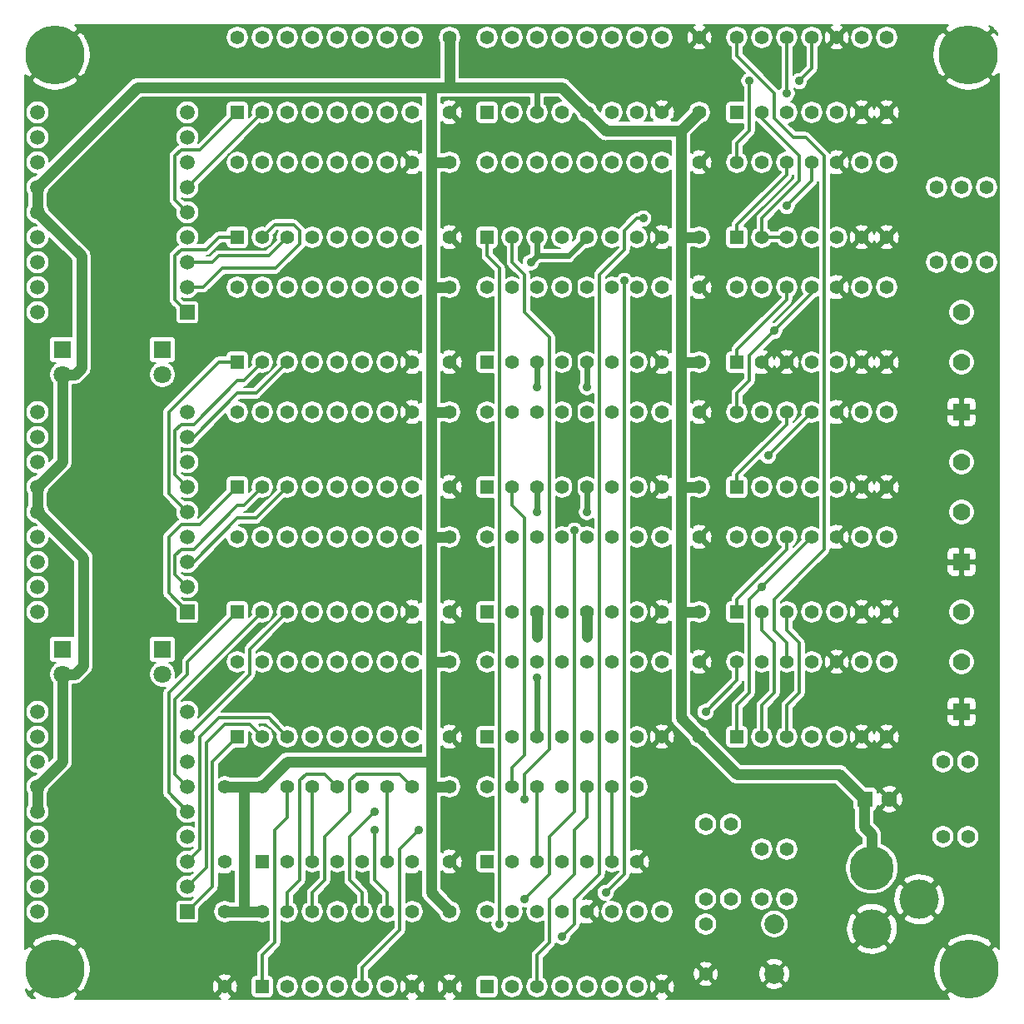
<source format=gtl>
G04 #@! TF.GenerationSoftware,KiCad,Pcbnew,(5.1.8)-1*
G04 #@! TF.CreationDate,2020-11-22T12:43:29-08:00*
G04 #@! TF.ProjectId,ttl_clock,74746c5f-636c-46f6-936b-2e6b69636164,rev?*
G04 #@! TF.SameCoordinates,Original*
G04 #@! TF.FileFunction,Copper,L1,Top*
G04 #@! TF.FilePolarity,Positive*
%FSLAX46Y46*%
G04 Gerber Fmt 4.6, Leading zero omitted, Abs format (unit mm)*
G04 Created by KiCad (PCBNEW (5.1.8)-1) date 2020-11-22 12:43:29*
%MOMM*%
%LPD*%
G01*
G04 APERTURE LIST*
G04 #@! TA.AperFunction,ComponentPad*
%ADD10C,0.800000*%
G04 #@! TD*
G04 #@! TA.AperFunction,ComponentPad*
%ADD11C,6.000000*%
G04 #@! TD*
G04 #@! TA.AperFunction,ComponentPad*
%ADD12C,1.397000*%
G04 #@! TD*
G04 #@! TA.AperFunction,ComponentPad*
%ADD13R,1.500000X1.500000*%
G04 #@! TD*
G04 #@! TA.AperFunction,ComponentPad*
%ADD14C,1.500000*%
G04 #@! TD*
G04 #@! TA.AperFunction,ComponentPad*
%ADD15R,1.397000X1.397000*%
G04 #@! TD*
G04 #@! TA.AperFunction,ComponentPad*
%ADD16R,1.600000X1.600000*%
G04 #@! TD*
G04 #@! TA.AperFunction,ComponentPad*
%ADD17C,1.600000*%
G04 #@! TD*
G04 #@! TA.AperFunction,ComponentPad*
%ADD18C,1.998980*%
G04 #@! TD*
G04 #@! TA.AperFunction,ComponentPad*
%ADD19C,1.800000*%
G04 #@! TD*
G04 #@! TA.AperFunction,ComponentPad*
%ADD20R,1.800000X1.800000*%
G04 #@! TD*
G04 #@! TA.AperFunction,ComponentPad*
%ADD21C,4.000000*%
G04 #@! TD*
G04 #@! TA.AperFunction,ComponentPad*
%ADD22C,4.500000*%
G04 #@! TD*
G04 #@! TA.AperFunction,ComponentPad*
%ADD23R,1.778000X1.778000*%
G04 #@! TD*
G04 #@! TA.AperFunction,ComponentPad*
%ADD24C,1.778000*%
G04 #@! TD*
G04 #@! TA.AperFunction,ViaPad*
%ADD25C,0.889000*%
G04 #@! TD*
G04 #@! TA.AperFunction,Conductor*
%ADD26C,0.355600*%
G04 #@! TD*
G04 #@! TA.AperFunction,Conductor*
%ADD27C,0.609600*%
G04 #@! TD*
G04 #@! TA.AperFunction,Conductor*
%ADD28C,0.508000*%
G04 #@! TD*
G04 #@! TA.AperFunction,Conductor*
%ADD29C,1.117600*%
G04 #@! TD*
G04 #@! TA.AperFunction,Conductor*
%ADD30C,0.203200*%
G04 #@! TD*
G04 #@! TA.AperFunction,Conductor*
%ADD31C,0.150000*%
G04 #@! TD*
G04 APERTURE END LIST*
D10*
X171909010Y-171909010D03*
X171250000Y-173500000D03*
X171909010Y-175090990D03*
X173500000Y-175750000D03*
X175090990Y-175090990D03*
X175750000Y-173500000D03*
X175090990Y-171909010D03*
X173500000Y-171250000D03*
D11*
X173500000Y-173500000D03*
D12*
X97790000Y-167640000D03*
X97790000Y-175260000D03*
D13*
X93980000Y-167640000D03*
D14*
X93980000Y-165100000D03*
X93980000Y-162560000D03*
X93980000Y-160020000D03*
X93980000Y-157480000D03*
X93980000Y-154940000D03*
X93980000Y-152400000D03*
X93980000Y-149860000D03*
X93980000Y-147320000D03*
X78740000Y-147320000D03*
X78740000Y-149860000D03*
X78740000Y-152400000D03*
X78740000Y-154940000D03*
X78740000Y-157480000D03*
X78740000Y-160020000D03*
X78740000Y-162560000D03*
X78740000Y-165100000D03*
X78740000Y-167640000D03*
D15*
X99060000Y-137160000D03*
D12*
X101600000Y-137160000D03*
X104140000Y-137160000D03*
X106680000Y-137160000D03*
X109220000Y-137160000D03*
X111760000Y-137160000D03*
X114300000Y-137160000D03*
X116840000Y-137160000D03*
X116840000Y-129540000D03*
X114300000Y-129540000D03*
X111760000Y-129540000D03*
X109220000Y-129540000D03*
X106680000Y-129540000D03*
X104140000Y-129540000D03*
X101600000Y-129540000D03*
X99060000Y-129540000D03*
X99060000Y-116840000D03*
X101600000Y-116840000D03*
X104140000Y-116840000D03*
X106680000Y-116840000D03*
X109220000Y-116840000D03*
X111760000Y-116840000D03*
X114300000Y-116840000D03*
X116840000Y-116840000D03*
X116840000Y-124460000D03*
X114300000Y-124460000D03*
X111760000Y-124460000D03*
X109220000Y-124460000D03*
X106680000Y-124460000D03*
X104140000Y-124460000D03*
X101600000Y-124460000D03*
D15*
X99060000Y-124460000D03*
X99060000Y-111760000D03*
D12*
X101600000Y-111760000D03*
X104140000Y-111760000D03*
X106680000Y-111760000D03*
X109220000Y-111760000D03*
X111760000Y-111760000D03*
X114300000Y-111760000D03*
X116840000Y-111760000D03*
X116840000Y-104140000D03*
X114300000Y-104140000D03*
X111760000Y-104140000D03*
X109220000Y-104140000D03*
X106680000Y-104140000D03*
X104140000Y-104140000D03*
X101600000Y-104140000D03*
X99060000Y-104140000D03*
D13*
X93980000Y-106680000D03*
D14*
X93980000Y-104140000D03*
X93980000Y-101600000D03*
X93980000Y-99060000D03*
X93980000Y-96520000D03*
X93980000Y-93980000D03*
X93980000Y-91440000D03*
X93980000Y-88900000D03*
X93980000Y-86360000D03*
X78740000Y-86360000D03*
X78740000Y-88900000D03*
X78740000Y-91440000D03*
X78740000Y-93980000D03*
X78740000Y-96520000D03*
X78740000Y-99060000D03*
X78740000Y-101600000D03*
X78740000Y-104140000D03*
X78740000Y-106680000D03*
D15*
X99060000Y-99060000D03*
D12*
X101600000Y-99060000D03*
X104140000Y-99060000D03*
X106680000Y-99060000D03*
X109220000Y-99060000D03*
X111760000Y-99060000D03*
X114300000Y-99060000D03*
X116840000Y-99060000D03*
X116840000Y-91440000D03*
X114300000Y-91440000D03*
X111760000Y-91440000D03*
X109220000Y-91440000D03*
X106680000Y-91440000D03*
X104140000Y-91440000D03*
X101600000Y-91440000D03*
X99060000Y-91440000D03*
X120650000Y-86360000D03*
X120650000Y-78740000D03*
X99060000Y-78740000D03*
X101600000Y-78740000D03*
X104140000Y-78740000D03*
X106680000Y-78740000D03*
X109220000Y-78740000D03*
X111760000Y-78740000D03*
X114300000Y-78740000D03*
X116840000Y-78740000D03*
X116840000Y-86360000D03*
X114300000Y-86360000D03*
X111760000Y-86360000D03*
X109220000Y-86360000D03*
X106680000Y-86360000D03*
X104140000Y-86360000D03*
X101600000Y-86360000D03*
D15*
X99060000Y-86360000D03*
D12*
X120650000Y-175260000D03*
X120650000Y-167640000D03*
X97790000Y-154940000D03*
X97790000Y-162560000D03*
X120650000Y-162560000D03*
X120650000Y-154940000D03*
X120650000Y-91440000D03*
X120650000Y-99060000D03*
X120650000Y-111760000D03*
X120650000Y-104140000D03*
X120650000Y-116840000D03*
X120650000Y-124460000D03*
X120650000Y-137160000D03*
X120650000Y-129540000D03*
X120650000Y-142240000D03*
X120650000Y-149860000D03*
X146050000Y-78740000D03*
X146050000Y-86360000D03*
X146050000Y-99060000D03*
X146050000Y-91440000D03*
X146050000Y-104140000D03*
X146050000Y-111760000D03*
X146050000Y-124460000D03*
X146050000Y-116840000D03*
X146050000Y-137160000D03*
X146050000Y-129540000D03*
X146050000Y-142240000D03*
X146050000Y-149860000D03*
D16*
X162877500Y-156210000D03*
D17*
X165377500Y-156210000D03*
D12*
X146685000Y-168910000D03*
X146685000Y-173990000D03*
D18*
X153670000Y-168910000D03*
X153670000Y-173990000D03*
D19*
X81280000Y-113030000D03*
D20*
X81280000Y-110490000D03*
X91440000Y-110490000D03*
D19*
X91440000Y-113030000D03*
X81280000Y-143510000D03*
D20*
X81280000Y-140970000D03*
X91440000Y-140970000D03*
D19*
X91440000Y-143510000D03*
D10*
X78909010Y-171909010D03*
X78250000Y-173500000D03*
X78909010Y-175090990D03*
X80500000Y-175750000D03*
X82090990Y-175090990D03*
X82750000Y-173500000D03*
X82090990Y-171909010D03*
X80500000Y-171250000D03*
D11*
X80500000Y-173500000D03*
X80500000Y-80500000D03*
D10*
X80500000Y-78250000D03*
X82090990Y-78909010D03*
X82750000Y-80500000D03*
X82090990Y-82090990D03*
X80500000Y-82750000D03*
X78909010Y-82090990D03*
X78250000Y-80500000D03*
X78909010Y-78909010D03*
D11*
X173400000Y-80500000D03*
D10*
X173400000Y-78250000D03*
X174990990Y-78909010D03*
X175650000Y-80500000D03*
X174990990Y-82090990D03*
X173400000Y-82750000D03*
X171809010Y-82090990D03*
X171150000Y-80500000D03*
X171809010Y-78909010D03*
D21*
X163600000Y-169400000D03*
D22*
X163600000Y-163199860D03*
D21*
X168400600Y-166400260D03*
D12*
X170180000Y-93980000D03*
X170180000Y-101600000D03*
X172720000Y-101600000D03*
X172720000Y-93980000D03*
X175260000Y-101600000D03*
X175260000Y-93980000D03*
X170815000Y-160020000D03*
X170815000Y-152400000D03*
X173355000Y-152400000D03*
X173355000Y-160020000D03*
X149225000Y-166370000D03*
X149225000Y-158750000D03*
X146685000Y-166370000D03*
X146685000Y-158750000D03*
D23*
X172720000Y-116840000D03*
D24*
X172720000Y-111760000D03*
X172720000Y-106680000D03*
X172720000Y-121920000D03*
X172720000Y-127000000D03*
D23*
X172720000Y-132080000D03*
X172720000Y-147320000D03*
D24*
X172720000Y-142240000D03*
X172720000Y-137160000D03*
D15*
X124460000Y-175260000D03*
D12*
X127000000Y-175260000D03*
X129540000Y-175260000D03*
X132080000Y-175260000D03*
X134620000Y-175260000D03*
X137160000Y-175260000D03*
X139700000Y-175260000D03*
X142240000Y-175260000D03*
X142240000Y-167640000D03*
X139700000Y-167640000D03*
X137160000Y-167640000D03*
X134620000Y-167640000D03*
X132080000Y-167640000D03*
X129540000Y-167640000D03*
X127000000Y-167640000D03*
X124460000Y-167640000D03*
X101600000Y-154940000D03*
X104140000Y-154940000D03*
X106680000Y-154940000D03*
X109220000Y-154940000D03*
X111760000Y-154940000D03*
X114300000Y-154940000D03*
X116840000Y-154940000D03*
X116840000Y-162560000D03*
X114300000Y-162560000D03*
X111760000Y-162560000D03*
X109220000Y-162560000D03*
X106680000Y-162560000D03*
X104140000Y-162560000D03*
D15*
X101600000Y-162560000D03*
D12*
X124460000Y-154940000D03*
X127000000Y-154940000D03*
X129540000Y-154940000D03*
X132080000Y-154940000D03*
X134620000Y-154940000D03*
X137160000Y-154940000D03*
X139700000Y-154940000D03*
X139700000Y-162560000D03*
X137160000Y-162560000D03*
X134620000Y-162560000D03*
X132080000Y-162560000D03*
X129540000Y-162560000D03*
X127000000Y-162560000D03*
D15*
X124460000Y-162560000D03*
X101600000Y-175260000D03*
D12*
X104140000Y-175260000D03*
X106680000Y-175260000D03*
X109220000Y-175260000D03*
X111760000Y-175260000D03*
X114300000Y-175260000D03*
X116840000Y-175260000D03*
X116840000Y-167640000D03*
X114300000Y-167640000D03*
X111760000Y-167640000D03*
X109220000Y-167640000D03*
X106680000Y-167640000D03*
X104140000Y-167640000D03*
X101600000Y-167640000D03*
X124460000Y-78740000D03*
X127000000Y-78740000D03*
X129540000Y-78740000D03*
X132080000Y-78740000D03*
X134620000Y-78740000D03*
X137160000Y-78740000D03*
X139700000Y-78740000D03*
X142240000Y-78740000D03*
X142240000Y-86360000D03*
X139700000Y-86360000D03*
X137160000Y-86360000D03*
X134620000Y-86360000D03*
X132080000Y-86360000D03*
X129540000Y-86360000D03*
X127000000Y-86360000D03*
D15*
X124460000Y-86360000D03*
X124460000Y-99060000D03*
D12*
X127000000Y-99060000D03*
X129540000Y-99060000D03*
X132080000Y-99060000D03*
X134620000Y-99060000D03*
X137160000Y-99060000D03*
X139700000Y-99060000D03*
X142240000Y-99060000D03*
X142240000Y-91440000D03*
X139700000Y-91440000D03*
X137160000Y-91440000D03*
X134620000Y-91440000D03*
X132080000Y-91440000D03*
X129540000Y-91440000D03*
X127000000Y-91440000D03*
X124460000Y-91440000D03*
X124460000Y-104140000D03*
X127000000Y-104140000D03*
X129540000Y-104140000D03*
X132080000Y-104140000D03*
X134620000Y-104140000D03*
X137160000Y-104140000D03*
X139700000Y-104140000D03*
X142240000Y-104140000D03*
X142240000Y-111760000D03*
X139700000Y-111760000D03*
X137160000Y-111760000D03*
X134620000Y-111760000D03*
X132080000Y-111760000D03*
X129540000Y-111760000D03*
X127000000Y-111760000D03*
D15*
X124460000Y-111760000D03*
X124460000Y-124460000D03*
D12*
X127000000Y-124460000D03*
X129540000Y-124460000D03*
X132080000Y-124460000D03*
X134620000Y-124460000D03*
X137160000Y-124460000D03*
X139700000Y-124460000D03*
X142240000Y-124460000D03*
X142240000Y-116840000D03*
X139700000Y-116840000D03*
X137160000Y-116840000D03*
X134620000Y-116840000D03*
X132080000Y-116840000D03*
X129540000Y-116840000D03*
X127000000Y-116840000D03*
X124460000Y-116840000D03*
X124460000Y-129540000D03*
X127000000Y-129540000D03*
X129540000Y-129540000D03*
X132080000Y-129540000D03*
X134620000Y-129540000D03*
X137160000Y-129540000D03*
X139700000Y-129540000D03*
X142240000Y-129540000D03*
X142240000Y-137160000D03*
X139700000Y-137160000D03*
X137160000Y-137160000D03*
X134620000Y-137160000D03*
X132080000Y-137160000D03*
X129540000Y-137160000D03*
X127000000Y-137160000D03*
D15*
X124460000Y-137160000D03*
X124460000Y-149860000D03*
D12*
X127000000Y-149860000D03*
X129540000Y-149860000D03*
X132080000Y-149860000D03*
X134620000Y-149860000D03*
X137160000Y-149860000D03*
X139700000Y-149860000D03*
X142240000Y-149860000D03*
X142240000Y-142240000D03*
X139700000Y-142240000D03*
X137160000Y-142240000D03*
X134620000Y-142240000D03*
X132080000Y-142240000D03*
X129540000Y-142240000D03*
X127000000Y-142240000D03*
X124460000Y-142240000D03*
X149860000Y-78740000D03*
X152400000Y-78740000D03*
X154940000Y-78740000D03*
X157480000Y-78740000D03*
X160020000Y-78740000D03*
X162560000Y-78740000D03*
X165100000Y-78740000D03*
X165100000Y-86360000D03*
X162560000Y-86360000D03*
X160020000Y-86360000D03*
X157480000Y-86360000D03*
X154940000Y-86360000D03*
X152400000Y-86360000D03*
D15*
X149860000Y-86360000D03*
D12*
X149860000Y-91440000D03*
X152400000Y-91440000D03*
X154940000Y-91440000D03*
X157480000Y-91440000D03*
X160020000Y-91440000D03*
X162560000Y-91440000D03*
X165100000Y-91440000D03*
X165100000Y-99060000D03*
X162560000Y-99060000D03*
X160020000Y-99060000D03*
X157480000Y-99060000D03*
X154940000Y-99060000D03*
X152400000Y-99060000D03*
D15*
X149860000Y-99060000D03*
X149860000Y-111760000D03*
D12*
X152400000Y-111760000D03*
X154940000Y-111760000D03*
X157480000Y-111760000D03*
X160020000Y-111760000D03*
X162560000Y-111760000D03*
X165100000Y-111760000D03*
X165100000Y-104140000D03*
X162560000Y-104140000D03*
X160020000Y-104140000D03*
X157480000Y-104140000D03*
X154940000Y-104140000D03*
X152400000Y-104140000D03*
X149860000Y-104140000D03*
X149860000Y-116840000D03*
X152400000Y-116840000D03*
X154940000Y-116840000D03*
X157480000Y-116840000D03*
X160020000Y-116840000D03*
X162560000Y-116840000D03*
X165100000Y-116840000D03*
X165100000Y-124460000D03*
X162560000Y-124460000D03*
X160020000Y-124460000D03*
X157480000Y-124460000D03*
X154940000Y-124460000D03*
X152400000Y-124460000D03*
D15*
X149860000Y-124460000D03*
D12*
X149860000Y-129540000D03*
X152400000Y-129540000D03*
X154940000Y-129540000D03*
X157480000Y-129540000D03*
X160020000Y-129540000D03*
X162560000Y-129540000D03*
X165100000Y-129540000D03*
X165100000Y-137160000D03*
X162560000Y-137160000D03*
X160020000Y-137160000D03*
X157480000Y-137160000D03*
X154940000Y-137160000D03*
X152400000Y-137160000D03*
D15*
X149860000Y-137160000D03*
X149860000Y-149860000D03*
D12*
X152400000Y-149860000D03*
X154940000Y-149860000D03*
X157480000Y-149860000D03*
X160020000Y-149860000D03*
X162560000Y-149860000D03*
X165100000Y-149860000D03*
X165100000Y-142240000D03*
X162560000Y-142240000D03*
X160020000Y-142240000D03*
X157480000Y-142240000D03*
X154940000Y-142240000D03*
X152400000Y-142240000D03*
X149860000Y-142240000D03*
X154940000Y-166370000D03*
X152400000Y-166370000D03*
X154940000Y-161290000D03*
X152400000Y-161290000D03*
D14*
X78740000Y-137160000D03*
X78740000Y-134620000D03*
X78740000Y-132080000D03*
X78740000Y-129540000D03*
X78740000Y-127000000D03*
X78740000Y-124460000D03*
X78740000Y-121920000D03*
X78740000Y-119380000D03*
X78740000Y-116840000D03*
X93980000Y-116840000D03*
X93980000Y-119380000D03*
X93980000Y-121920000D03*
X93980000Y-124460000D03*
X93980000Y-127000000D03*
X93980000Y-129540000D03*
X93980000Y-132080000D03*
X93980000Y-134620000D03*
D13*
X93980000Y-137160000D03*
D12*
X99060000Y-142240000D03*
X101600000Y-142240000D03*
X104140000Y-142240000D03*
X106680000Y-142240000D03*
X109220000Y-142240000D03*
X111760000Y-142240000D03*
X114300000Y-142240000D03*
X116840000Y-142240000D03*
X116840000Y-149860000D03*
X114300000Y-149860000D03*
X111760000Y-149860000D03*
X109220000Y-149860000D03*
X106680000Y-149860000D03*
X104140000Y-149860000D03*
X101600000Y-149860000D03*
D15*
X99060000Y-149860000D03*
D25*
X146685000Y-147320000D03*
X128270000Y-166370000D03*
X133350000Y-128905000D03*
X128270000Y-156210000D03*
X136525000Y-165735000D03*
X138430000Y-103505000D03*
X140335000Y-97155000D03*
X132080000Y-170180000D03*
X133350000Y-102870000D03*
X133350000Y-125730000D03*
X133350000Y-113030000D03*
X128905000Y-101600000D03*
X129540000Y-143827500D03*
X134620000Y-139700000D03*
X129540000Y-139700000D03*
X129540000Y-127000000D03*
X134620000Y-127000000D03*
X134620000Y-114300000D03*
X129540000Y-114300000D03*
X117475000Y-159385000D03*
X113030000Y-159385000D03*
X113030000Y-157480000D03*
X125730000Y-168910000D03*
X151130000Y-83185000D03*
X156184602Y-83185000D03*
X154940000Y-84455000D03*
X154940000Y-95885000D03*
X153670000Y-108585000D03*
X153035000Y-121285000D03*
X152400000Y-134620000D03*
D26*
X158750000Y-130810000D02*
X158750000Y-90805000D01*
X153670000Y-135890000D02*
X158750000Y-130810000D01*
X155575000Y-88900000D02*
X153670000Y-86995000D01*
X156845000Y-88900000D02*
X155575000Y-88900000D01*
X158750000Y-90805000D02*
X156845000Y-88900000D01*
X154940000Y-140335000D02*
X153670000Y-139065000D01*
X154940000Y-142240000D02*
X154940000Y-140335000D01*
X153670000Y-139065000D02*
X153670000Y-135890000D01*
X149860000Y-78740000D02*
X149860000Y-80645000D01*
X153670000Y-84455000D02*
X153670000Y-86995000D01*
X149860000Y-80645000D02*
X153670000Y-84455000D01*
X146685000Y-147320000D02*
X149860000Y-144145000D01*
X149860000Y-144145000D02*
X149860000Y-142240000D01*
X133350000Y-163830000D02*
X130810000Y-166370000D01*
X130810000Y-166370000D02*
X130810000Y-170815000D01*
X130810000Y-170815000D02*
X129540000Y-172085000D01*
X129540000Y-172085000D02*
X129540000Y-175260000D01*
X133350000Y-159385000D02*
X133350000Y-163830000D01*
X134620000Y-154940000D02*
X134620000Y-158115000D01*
X134620000Y-158115000D02*
X133350000Y-159385000D01*
X127000000Y-154940000D02*
X127000000Y-153035000D01*
X127000000Y-153035000D02*
X128270000Y-151765000D01*
X127000000Y-124460000D02*
X127000000Y-126365000D01*
X127000000Y-126365000D02*
X128270000Y-127635000D01*
X128270000Y-127635000D02*
X128270000Y-151765000D01*
X133350000Y-128905000D02*
X133350000Y-157480000D01*
X133350000Y-157480000D02*
X130810000Y-160020000D01*
X130810000Y-163830000D02*
X128270000Y-166370000D01*
X130810000Y-160020000D02*
X130810000Y-163830000D01*
X130810000Y-109220000D02*
X130810000Y-151130000D01*
X130810000Y-151130000D02*
X128270000Y-153670000D01*
X128270000Y-106680000D02*
X130810000Y-109220000D01*
X128270000Y-156210000D02*
X128270000Y-153670000D01*
X127000000Y-99060000D02*
X127000000Y-101600000D01*
X128270000Y-102870000D02*
X128270000Y-106680000D01*
X127000000Y-101600000D02*
X128270000Y-102870000D01*
X102870000Y-159385000D02*
X102870000Y-170815000D01*
X104140000Y-154940000D02*
X104140000Y-158115000D01*
X102870000Y-159385000D02*
X104140000Y-158115000D01*
X101600000Y-172085000D02*
X101600000Y-175260000D01*
X102870000Y-170815000D02*
X101600000Y-172085000D01*
X138430000Y-163830000D02*
X136525000Y-165735000D01*
X138430000Y-163830000D02*
X138430000Y-103505000D01*
X135890000Y-102870000D02*
X135890000Y-163830000D01*
X138430000Y-100330000D02*
X135890000Y-102870000D01*
X138430000Y-98425000D02*
X138430000Y-100330000D01*
X139700000Y-97155000D02*
X138430000Y-98425000D01*
X140335000Y-97155000D02*
X139700000Y-97155000D01*
X152400000Y-99060000D02*
X152400000Y-97155000D01*
X152400000Y-97155000D02*
X156210000Y-93345000D01*
X152400000Y-99060000D02*
X154940000Y-99060000D01*
X152400000Y-86360000D02*
X152400000Y-86995000D01*
X156210000Y-90805000D02*
X156210000Y-93345000D01*
X152400000Y-86995000D02*
X156210000Y-90805000D01*
X132080000Y-170180000D02*
X133350000Y-168910000D01*
X135890000Y-163830000D02*
X133350000Y-166370000D01*
X133350000Y-166370000D02*
X133350000Y-168910000D01*
D27*
X151765000Y-172085000D02*
X160915000Y-172085000D01*
X160915000Y-172085000D02*
X163600000Y-169400000D01*
X146685000Y-173990000D02*
X148590000Y-172085000D01*
X151765000Y-172085000D02*
X153670000Y-173990000D01*
X148590000Y-172085000D02*
X151765000Y-172085000D01*
X142240000Y-175260000D02*
X144780000Y-172720000D01*
X145415000Y-172720000D02*
X146685000Y-173990000D01*
X144780000Y-172720000D02*
X145415000Y-172720000D01*
X152400000Y-111760000D02*
X153670000Y-113030000D01*
X153670000Y-113030000D02*
X154940000Y-111760000D01*
X162560000Y-137160000D02*
X161290000Y-138430000D01*
X161290000Y-140970000D02*
X160020000Y-142240000D01*
X161290000Y-138430000D02*
X161290000Y-140970000D01*
X162560000Y-149860000D02*
X163830000Y-151130000D01*
X163830000Y-151130000D02*
X165100000Y-149860000D01*
X162560000Y-137160000D02*
X163830000Y-138430000D01*
X163830000Y-138430000D02*
X165100000Y-137160000D01*
X162560000Y-124460000D02*
X163830000Y-125730000D01*
X163830000Y-125730000D02*
X165100000Y-124460000D01*
X162560000Y-111760000D02*
X163830000Y-113030000D01*
X163830000Y-113030000D02*
X165100000Y-111760000D01*
X162560000Y-99060000D02*
X163830000Y-100330000D01*
X163830000Y-100330000D02*
X165100000Y-99060000D01*
X162560000Y-86360000D02*
X163830000Y-87630000D01*
X163830000Y-87630000D02*
X165100000Y-86360000D01*
X160020000Y-91440000D02*
X161290000Y-90170000D01*
X161290000Y-87630000D02*
X162560000Y-86360000D01*
X161290000Y-90170000D02*
X161290000Y-87630000D01*
X133350000Y-113030000D02*
X133350000Y-102870000D01*
X133350000Y-113030000D02*
X133350000Y-120650000D01*
X133350000Y-120650000D02*
X133350000Y-125730000D01*
X116840000Y-175260000D02*
X118110000Y-173990000D01*
X119380000Y-173990000D02*
X120650000Y-175260000D01*
X118110000Y-173990000D02*
X119380000Y-173990000D01*
X170400000Y-164400000D02*
X167000000Y-161000000D01*
X168400600Y-166399400D02*
X170400000Y-164400000D01*
X168400600Y-166400260D02*
X168400600Y-166399400D01*
X166400860Y-168400000D02*
X166400860Y-168400860D01*
X168000000Y-170000000D02*
X170000000Y-170000000D01*
X166400860Y-168400860D02*
X168000000Y-170000000D01*
X166400000Y-168400000D02*
X166400860Y-168400000D01*
X163600000Y-169400000D02*
X165400000Y-167600000D01*
X165600000Y-167600000D02*
X166400000Y-168400000D01*
X165400000Y-167600000D02*
X165600000Y-167600000D01*
X166400860Y-168400000D02*
X168400600Y-166400260D01*
X165100000Y-86360000D02*
X167005000Y-88265000D01*
X167005000Y-97155000D02*
X167005000Y-88265000D01*
X167005000Y-88265000D02*
X167005000Y-86995000D01*
X172720000Y-147320000D02*
X167005000Y-147320000D01*
X172720000Y-132080000D02*
X167005000Y-132080000D01*
X172720000Y-116840000D02*
X167005000Y-116840000D01*
X165100000Y-99060000D02*
X167005000Y-97155000D01*
X165100000Y-111760000D02*
X167005000Y-109855000D01*
X165100000Y-124460000D02*
X167005000Y-122555000D01*
X167005000Y-122555000D02*
X167005000Y-123190000D01*
X165100000Y-137160000D02*
X167005000Y-135255000D01*
X165100000Y-149860000D02*
X167005000Y-147955000D01*
X167005000Y-97155000D02*
X167005000Y-109855000D01*
X167005000Y-109855000D02*
X167005000Y-116840000D01*
X167005000Y-116840000D02*
X167005000Y-123190000D01*
X167005000Y-123190000D02*
X167005000Y-132080000D01*
X167005000Y-132080000D02*
X167005000Y-135255000D01*
X167005000Y-135255000D02*
X167005000Y-147320000D01*
X167005000Y-147320000D02*
X167005000Y-147955000D01*
X142240000Y-86360000D02*
X144145000Y-84455000D01*
X144145000Y-84455000D02*
X147955000Y-84455000D01*
X122555000Y-160655000D02*
X122555000Y-173355000D01*
X122555000Y-173355000D02*
X120650000Y-175260000D01*
X122555000Y-147955000D02*
X122555000Y-160655000D01*
X122555000Y-160655000D02*
X120650000Y-162560000D01*
X122555000Y-147955000D02*
X122555000Y-139065000D01*
X120650000Y-149860000D02*
X122555000Y-147955000D01*
X120650000Y-137160000D02*
X122555000Y-139065000D01*
X120650000Y-124460000D02*
X122555000Y-126365000D01*
X120650000Y-111760000D02*
X122555000Y-113665000D01*
X122555000Y-98425000D02*
X122555000Y-88265000D01*
X122555000Y-88265000D02*
X120650000Y-86360000D01*
X120650000Y-99060000D02*
X122555000Y-100965000D01*
X146050000Y-129540000D02*
X147955000Y-131445000D01*
X122555000Y-136525000D02*
X122555000Y-139065000D01*
X122555000Y-123825000D02*
X122555000Y-126365000D01*
X122555000Y-126365000D02*
X122555000Y-136525000D01*
X122555000Y-123825000D02*
X122555000Y-113665000D01*
X122555000Y-113665000D02*
X122555000Y-111125000D01*
X122555000Y-111125000D02*
X122555000Y-100965000D01*
X122555000Y-100965000D02*
X122555000Y-98425000D01*
X146050000Y-116840000D02*
X147955000Y-114935000D01*
X146050000Y-104140000D02*
X147955000Y-102235000D01*
X147955000Y-102235000D02*
X147955000Y-102870000D01*
X146050000Y-91440000D02*
X147955000Y-89535000D01*
X147955000Y-80645000D02*
X147955000Y-84455000D01*
X146050000Y-78740000D02*
X147955000Y-80645000D01*
X147955000Y-84455000D02*
X147955000Y-89535000D01*
X147955000Y-89535000D02*
X147955000Y-102870000D01*
X147955000Y-102870000D02*
X147955000Y-114935000D01*
X147955000Y-114935000D02*
X147955000Y-116840000D01*
X147955000Y-116840000D02*
X147955000Y-131445000D01*
X147955000Y-131445000D02*
X147955000Y-140335000D01*
X147955000Y-140335000D02*
X146050000Y-142240000D01*
D28*
X167000000Y-157832500D02*
X165377500Y-156210000D01*
X167000000Y-161000000D02*
X167000000Y-157832500D01*
X165100000Y-149860000D02*
X167640000Y-152400000D01*
X167640000Y-153947500D02*
X165377500Y-156210000D01*
X167640000Y-152400000D02*
X167640000Y-153947500D01*
X97790000Y-175260000D02*
X92075000Y-169545000D01*
X92075000Y-169545000D02*
X84455000Y-169545000D01*
X84455000Y-169545000D02*
X80500000Y-173500000D01*
X170000000Y-170000000D02*
X173500000Y-173500000D01*
X167005000Y-86895000D02*
X173400000Y-80500000D01*
X167005000Y-86995000D02*
X167005000Y-86895000D01*
D27*
X134620000Y-99060000D02*
X132715000Y-100965000D01*
X129540000Y-100965000D02*
X128905000Y-101600000D01*
X129540000Y-99060000D02*
X129540000Y-100965000D01*
X129540000Y-100965000D02*
X132715000Y-100965000D01*
D29*
X144145000Y-147955000D02*
X146050000Y-149860000D01*
X144145000Y-99060000D02*
X146050000Y-99060000D01*
X120650000Y-78740000D02*
X120650000Y-83820000D01*
X129540000Y-83820000D02*
X120650000Y-83820000D01*
X163600000Y-163199860D02*
X163600000Y-159790000D01*
X162829240Y-159019240D02*
X162829240Y-156210000D01*
X163600000Y-159790000D02*
X162829240Y-159019240D01*
D27*
X129540000Y-149860000D02*
X129540000Y-143827500D01*
D29*
X146050000Y-149860000D02*
X149860000Y-153670000D01*
X160289240Y-153670000D02*
X162829240Y-156210000D01*
X149860000Y-153670000D02*
X160289240Y-153670000D01*
X134620000Y-139700000D02*
X134620000Y-137160000D01*
X129540000Y-139700000D02*
X129540000Y-137160000D01*
D27*
X129540000Y-124460000D02*
X129540000Y-127000000D01*
X134620000Y-127000000D02*
X134620000Y-124460000D01*
X134620000Y-114300000D02*
X134620000Y-111760000D01*
X129540000Y-114300000D02*
X129540000Y-111760000D01*
D29*
X129540000Y-83820000D02*
X132080000Y-83820000D01*
X132080000Y-83820000D02*
X134620000Y-86360000D01*
D27*
X129540000Y-86360000D02*
X129540000Y-83820000D01*
D29*
X118745000Y-165735000D02*
X120650000Y-167640000D01*
X146050000Y-137160000D02*
X144145000Y-137160000D01*
X146050000Y-124460000D02*
X144145000Y-124460000D01*
X146050000Y-111760000D02*
X144145000Y-111760000D01*
X120650000Y-91440000D02*
X118745000Y-91440000D01*
X120650000Y-116840000D02*
X118745000Y-116840000D01*
X120650000Y-129540000D02*
X118745000Y-129540000D01*
X120650000Y-142240000D02*
X118745000Y-142240000D01*
X120650000Y-154940000D02*
X118745000Y-154940000D01*
X102298499Y-154241501D02*
X104140000Y-152400000D01*
X101600000Y-154940000D02*
X102298499Y-154241501D01*
X118745000Y-152400000D02*
X104140000Y-152400000D01*
X99695000Y-154940000D02*
X99695000Y-167640000D01*
X99695000Y-167640000D02*
X101600000Y-167640000D01*
X97790000Y-167640000D02*
X99695000Y-167640000D01*
X99695000Y-154940000D02*
X101600000Y-154940000D01*
X97790000Y-154940000D02*
X99695000Y-154940000D01*
X78740000Y-154940000D02*
X78740000Y-157480000D01*
X81280000Y-152400000D02*
X81280000Y-143510000D01*
X78740000Y-154940000D02*
X81280000Y-152400000D01*
X78740000Y-124460000D02*
X78740000Y-127000000D01*
X81280000Y-121920000D02*
X81280000Y-113030000D01*
X78740000Y-124460000D02*
X81280000Y-121920000D01*
X78740000Y-93980000D02*
X78740000Y-96520000D01*
X88900000Y-83820000D02*
X78740000Y-93980000D01*
X120650000Y-83820000D02*
X118745000Y-83820000D01*
X118745000Y-83820000D02*
X88900000Y-83820000D01*
X118745000Y-83820000D02*
X118745000Y-91440000D01*
X118745000Y-104140000D02*
X118745000Y-91440000D01*
X120650000Y-104140000D02*
X118745000Y-104140000D01*
X118745000Y-116840000D02*
X118745000Y-129540000D01*
X118745000Y-142240000D02*
X118745000Y-129540000D01*
X118745000Y-152400000D02*
X118745000Y-154940000D01*
X118745000Y-152400000D02*
X118745000Y-142240000D01*
X118745000Y-154940000D02*
X118745000Y-165735000D01*
X118745000Y-116840000D02*
X118745000Y-104140000D01*
X144145000Y-111760000D02*
X144145000Y-99060000D01*
X144145000Y-124460000D02*
X144145000Y-111760000D01*
X144145000Y-124460000D02*
X144145000Y-137160000D01*
X144145000Y-137160000D02*
X144145000Y-147955000D01*
X79489999Y-97269999D02*
X78740000Y-96520000D01*
X83185000Y-100965000D02*
X79489999Y-97269999D01*
X83185000Y-112397792D02*
X83185000Y-100965000D01*
X81280000Y-113030000D02*
X82552792Y-113030000D01*
X82552792Y-113030000D02*
X83185000Y-112397792D01*
X83386647Y-131646647D02*
X78740000Y-127000000D01*
X83386647Y-142676145D02*
X83386647Y-131646647D01*
X81280000Y-143510000D02*
X82552792Y-143510000D01*
X82552792Y-143510000D02*
X83386647Y-142676145D01*
X136525000Y-88265000D02*
X134620000Y-86360000D01*
X144145000Y-88265000D02*
X136525000Y-88265000D01*
X144145000Y-88265000D02*
X146050000Y-86360000D01*
X144145000Y-99060000D02*
X144145000Y-88265000D01*
D26*
X115570000Y-161290000D02*
X115570000Y-169545000D01*
X111760000Y-173355000D02*
X111760000Y-175260000D01*
X115570000Y-169545000D02*
X111760000Y-173355000D01*
X115570000Y-161290000D02*
X117475000Y-159385000D01*
X92710000Y-95250000D02*
X92710000Y-90805000D01*
X93980000Y-96520000D02*
X92710000Y-95250000D01*
X92710000Y-90805000D02*
X93345000Y-90170000D01*
X95250000Y-90170000D02*
X99060000Y-86360000D01*
X93345000Y-90170000D02*
X95250000Y-90170000D01*
X93980000Y-93980000D02*
X101600000Y-86360000D01*
X92710000Y-105410000D02*
X93980000Y-106680000D01*
X92710000Y-100965000D02*
X92710000Y-105410000D01*
X93345000Y-100330000D02*
X92710000Y-100965000D01*
X95885000Y-100330000D02*
X93345000Y-100330000D01*
X99060000Y-99060000D02*
X97155000Y-99060000D01*
X97155000Y-99060000D02*
X95885000Y-100330000D01*
X102870000Y-97790000D02*
X102298499Y-98361501D01*
X104775000Y-97790000D02*
X102870000Y-97790000D01*
X95567500Y-104140000D02*
X97497890Y-102209610D01*
X102298499Y-98361501D02*
X101600000Y-99060000D01*
X93980000Y-104140000D02*
X95567500Y-104140000D01*
X97497890Y-102209610D02*
X102942634Y-102209610D01*
X102942634Y-102209610D02*
X105410000Y-99742244D01*
X105410000Y-99742244D02*
X105410000Y-98425000D01*
X105410000Y-98425000D02*
X104775000Y-97790000D01*
X102235000Y-100965000D02*
X104140000Y-99060000D01*
X97155000Y-100965000D02*
X102235000Y-100965000D01*
X93980000Y-101600000D02*
X96520000Y-101600000D01*
X96520000Y-101600000D02*
X97155000Y-100965000D01*
X98005900Y-111760000D02*
X99060000Y-111760000D01*
X97155000Y-111760000D02*
X98005900Y-111760000D01*
X92100390Y-116814610D02*
X97155000Y-111760000D01*
X93980000Y-127000000D02*
X92100390Y-125120390D01*
X92100390Y-125120390D02*
X92100390Y-116814610D01*
X99695000Y-113665000D02*
X100901501Y-112458499D01*
X93980000Y-124460000D02*
X92710000Y-123190000D01*
X92710000Y-123190000D02*
X92710000Y-118745000D01*
X93345000Y-118110000D02*
X94615000Y-118110000D01*
X92710000Y-118745000D02*
X93345000Y-118110000D01*
X94615000Y-118110000D02*
X99060000Y-113665000D01*
X100901501Y-112458499D02*
X101600000Y-111760000D01*
X99060000Y-113665000D02*
X99695000Y-113665000D01*
X100965000Y-114935000D02*
X104140000Y-111760000D01*
X99060000Y-114935000D02*
X100965000Y-114935000D01*
X93980000Y-119380000D02*
X94615000Y-119380000D01*
X94615000Y-119380000D02*
X99060000Y-114935000D01*
X95250000Y-128270000D02*
X99060000Y-124460000D01*
X93345000Y-128270000D02*
X95250000Y-128270000D01*
X92075000Y-129540000D02*
X93345000Y-128270000D01*
X93980000Y-137160000D02*
X92075000Y-135255000D01*
X92075000Y-135255000D02*
X92075000Y-129540000D01*
X99695000Y-126365000D02*
X101600000Y-124460000D01*
X93980000Y-134620000D02*
X92710000Y-133350000D01*
X92710000Y-131445000D02*
X93345000Y-130810000D01*
X93345000Y-130810000D02*
X94615000Y-130810000D01*
X94615000Y-130810000D02*
X99060000Y-126365000D01*
X92710000Y-133350000D02*
X92710000Y-131445000D01*
X99060000Y-126365000D02*
X99695000Y-126365000D01*
X100965000Y-127635000D02*
X104140000Y-124460000D01*
X99060000Y-127635000D02*
X100965000Y-127635000D01*
X93980000Y-132080000D02*
X94615000Y-132080000D01*
X94615000Y-132080000D02*
X99060000Y-127635000D01*
X93980000Y-142240000D02*
X99060000Y-137160000D01*
X93980000Y-143510000D02*
X93980000Y-142240000D01*
X92075000Y-145415000D02*
X93980000Y-143510000D01*
X92075000Y-155575000D02*
X92075000Y-145415000D01*
X93980000Y-157480000D02*
X92075000Y-155575000D01*
X99695000Y-139065000D02*
X101600000Y-137160000D01*
X92710000Y-146050000D02*
X99695000Y-139065000D01*
X92710000Y-153670000D02*
X92710000Y-146050000D01*
X93980000Y-154940000D02*
X92710000Y-153670000D01*
X93980000Y-149860000D02*
X100330000Y-143510000D01*
X100330000Y-143510000D02*
X100330000Y-140970000D01*
X100330000Y-140970000D02*
X104140000Y-137160000D01*
X96520000Y-152400000D02*
X99060000Y-149860000D01*
X93980000Y-167640000D02*
X96520000Y-165100000D01*
X96520000Y-165100000D02*
X96520000Y-152400000D01*
X100901501Y-149161501D02*
X101600000Y-149860000D01*
X100330000Y-148590000D02*
X100901501Y-149161501D01*
X97790000Y-148590000D02*
X100330000Y-148590000D01*
X95885000Y-150495000D02*
X97790000Y-148590000D01*
X93980000Y-165100000D02*
X95885000Y-163195000D01*
X95885000Y-163195000D02*
X95885000Y-150495000D01*
X103441501Y-149161501D02*
X104140000Y-149860000D01*
X102235000Y-147955000D02*
X103441501Y-149161501D01*
X97155000Y-147955000D02*
X102235000Y-147955000D01*
X95250000Y-149860000D02*
X97155000Y-147955000D01*
X93980000Y-162560000D02*
X95250000Y-161290000D01*
X95250000Y-161290000D02*
X95250000Y-149860000D01*
X114300000Y-162560000D02*
X114300000Y-154940000D01*
X106680000Y-154940000D02*
X106680000Y-162560000D01*
X106680000Y-167640000D02*
X106680000Y-165735000D01*
X106680000Y-165735000D02*
X107950000Y-164465000D01*
X107950000Y-164465000D02*
X107950000Y-160020000D01*
X107950000Y-160020000D02*
X110490000Y-157480000D01*
X115570000Y-153670000D02*
X116840000Y-154940000D01*
X111125000Y-153670000D02*
X115570000Y-153670000D01*
X110490000Y-154305000D02*
X111125000Y-153670000D01*
X110490000Y-157480000D02*
X110490000Y-154305000D01*
X104140000Y-167640000D02*
X104140000Y-165735000D01*
X104140000Y-165735000D02*
X105410000Y-164465000D01*
X105410000Y-164465000D02*
X105410000Y-154305000D01*
X107950000Y-153670000D02*
X109220000Y-154940000D01*
X106045000Y-153670000D02*
X107950000Y-153670000D01*
X105410000Y-154305000D02*
X106045000Y-153670000D01*
X137160000Y-154940000D02*
X137160000Y-162560000D01*
X129540000Y-154940000D02*
X129540000Y-162560000D01*
X114300000Y-167640000D02*
X114300000Y-165735000D01*
X114300000Y-165735000D02*
X113030000Y-164465000D01*
X113030000Y-164465000D02*
X113030000Y-159385000D01*
X111760000Y-167640000D02*
X111760000Y-165735000D01*
X111760000Y-165735000D02*
X110490000Y-164465000D01*
X110490000Y-164465000D02*
X110490000Y-160020000D01*
X110490000Y-160020000D02*
X113030000Y-157480000D01*
X125730000Y-168910000D02*
X125730000Y-102235000D01*
X125730000Y-102235000D02*
X124460000Y-100965000D01*
X124460000Y-100965000D02*
X124460000Y-99060000D01*
X124460000Y-100965000D02*
X124460000Y-99060000D01*
X124460000Y-100965000D02*
X125730000Y-102235000D01*
X149860000Y-91440000D02*
X149860000Y-89535000D01*
X151130000Y-88265000D02*
X151130000Y-83185000D01*
X149860000Y-89535000D02*
X151130000Y-88265000D01*
X156184602Y-83185000D02*
X156210000Y-83185000D01*
X157480000Y-78740000D02*
X157480000Y-81915000D01*
X157480000Y-81915000D02*
X156210000Y-83185000D01*
X154940000Y-84455000D02*
X154940000Y-78740000D01*
X154940000Y-95885000D02*
X157480000Y-93345000D01*
X157480000Y-93345000D02*
X157480000Y-91440000D01*
X149860000Y-99060000D02*
X149860000Y-97790000D01*
X154940000Y-92710000D02*
X154940000Y-91440000D01*
X149860000Y-97790000D02*
X154940000Y-92710000D01*
X153670000Y-108585000D02*
X157480000Y-104775000D01*
X157480000Y-104775000D02*
X157480000Y-104140000D01*
X149860000Y-116840000D02*
X149860000Y-114935000D01*
X151130000Y-111125000D02*
X153670000Y-108585000D01*
X151130000Y-113665000D02*
X151130000Y-111125000D01*
X149860000Y-114935000D02*
X151130000Y-113665000D01*
X149860000Y-111760000D02*
X149860000Y-110490000D01*
X149860000Y-110490000D02*
X154940000Y-105410000D01*
X154940000Y-105410000D02*
X154940000Y-104140000D01*
X157480000Y-116840000D02*
X153035000Y-121285000D01*
X149860000Y-124460000D02*
X149860000Y-123190000D01*
X154940000Y-118110000D02*
X154940000Y-116840000D01*
X149860000Y-123190000D02*
X154940000Y-118110000D01*
X152400000Y-139065000D02*
X153670000Y-140335000D01*
X152400000Y-146685000D02*
X152400000Y-149860000D01*
X152400000Y-137160000D02*
X152400000Y-139065000D01*
X153670000Y-140335000D02*
X153670000Y-145415000D01*
X153670000Y-145415000D02*
X152400000Y-146685000D01*
X151130000Y-135890000D02*
X152400000Y-134620000D01*
X152400000Y-134620000D02*
X157480000Y-129540000D01*
X149860000Y-149860000D02*
X149860000Y-146685000D01*
X151130000Y-145415000D02*
X151130000Y-135890000D01*
X149860000Y-146685000D02*
X151130000Y-145415000D01*
X149860000Y-137160000D02*
X149860000Y-135890000D01*
X154940000Y-130810000D02*
X154940000Y-129540000D01*
X149860000Y-135890000D02*
X154940000Y-130810000D01*
X156210000Y-145415000D02*
X156210000Y-140335000D01*
X154940000Y-137160000D02*
X154940000Y-139065000D01*
X156210000Y-145415000D02*
X154940000Y-146685000D01*
X154940000Y-146685000D02*
X154940000Y-149860000D01*
X154940000Y-139065000D02*
X156210000Y-140335000D01*
D30*
X145455142Y-77567880D02*
X145405903Y-77594198D01*
X145343182Y-77817656D01*
X146050000Y-78524474D01*
X146756818Y-77817656D01*
X146694097Y-77594198D01*
X146496070Y-77507200D01*
X159580915Y-77507200D01*
X159425142Y-77567880D01*
X159375903Y-77594198D01*
X159313182Y-77817656D01*
X160020000Y-78524474D01*
X160726818Y-77817656D01*
X160664097Y-77594198D01*
X160466070Y-77507200D01*
X171372092Y-77507200D01*
X171053168Y-77937642D01*
X173400000Y-80284474D01*
X175746832Y-77937642D01*
X175497208Y-77600733D01*
X175567932Y-77622085D01*
X175824755Y-77758640D01*
X176050163Y-77942478D01*
X176235571Y-78166598D01*
X176373915Y-78422460D01*
X176388231Y-78468707D01*
X175962358Y-78153168D01*
X173615526Y-80500000D01*
X175962358Y-82846832D01*
X176421345Y-82506758D01*
X176492800Y-82372183D01*
X176492801Y-171472093D01*
X176062358Y-171153168D01*
X173715526Y-173500000D01*
X173729669Y-173514143D01*
X173514143Y-173729669D01*
X173500000Y-173715526D01*
X171153168Y-176062358D01*
X171472092Y-176492800D01*
X142679085Y-176492800D01*
X142834858Y-176432120D01*
X142884097Y-176405802D01*
X142946818Y-176182344D01*
X142240000Y-175475526D01*
X141533182Y-176182344D01*
X141595903Y-176405802D01*
X141793930Y-176492800D01*
X121089085Y-176492800D01*
X121244858Y-176432120D01*
X121294097Y-176405802D01*
X121356818Y-176182344D01*
X120650000Y-175475526D01*
X119943182Y-176182344D01*
X120005903Y-176405802D01*
X120203930Y-176492800D01*
X117279085Y-176492800D01*
X117434858Y-176432120D01*
X117484097Y-176405802D01*
X117546818Y-176182344D01*
X116840000Y-175475526D01*
X116133182Y-176182344D01*
X116195903Y-176405802D01*
X116393930Y-176492800D01*
X98229085Y-176492800D01*
X98384858Y-176432120D01*
X98434097Y-176405802D01*
X98496818Y-176182344D01*
X97790000Y-175475526D01*
X97083182Y-176182344D01*
X97145903Y-176405802D01*
X97343930Y-176492800D01*
X82527908Y-176492800D01*
X82846832Y-176062358D01*
X80500000Y-173715526D01*
X78153168Y-176062358D01*
X78460129Y-176476653D01*
X78388214Y-176469602D01*
X78184490Y-176408094D01*
X77996602Y-176308192D01*
X77831690Y-176173694D01*
X77696044Y-176009725D01*
X77594830Y-175822534D01*
X77531902Y-175619248D01*
X77523578Y-175540042D01*
X77937642Y-175846832D01*
X80284474Y-173500000D01*
X80715526Y-173500000D01*
X83062358Y-175846832D01*
X83521345Y-175506758D01*
X83598724Y-175361026D01*
X96479460Y-175361026D01*
X96524351Y-175614758D01*
X96617880Y-175854858D01*
X96644198Y-175904097D01*
X96867656Y-175966818D01*
X97574474Y-175260000D01*
X98005526Y-175260000D01*
X98712344Y-175966818D01*
X98935802Y-175904097D01*
X99039443Y-175668187D01*
X99095068Y-175416590D01*
X99100540Y-175158974D01*
X99055649Y-174905242D01*
X98962120Y-174665142D01*
X98935802Y-174615903D01*
X98712344Y-174553182D01*
X98005526Y-175260000D01*
X97574474Y-175260000D01*
X96867656Y-174553182D01*
X96644198Y-174615903D01*
X96540557Y-174851813D01*
X96484932Y-175103410D01*
X96479460Y-175361026D01*
X83598724Y-175361026D01*
X83854790Y-174878764D01*
X84017303Y-174337656D01*
X97083182Y-174337656D01*
X97790000Y-175044474D01*
X98496818Y-174337656D01*
X98434097Y-174114198D01*
X98198187Y-174010557D01*
X97946590Y-173954932D01*
X97688974Y-173949460D01*
X97435242Y-173994351D01*
X97195142Y-174087880D01*
X97145903Y-174114198D01*
X97083182Y-174337656D01*
X84017303Y-174337656D01*
X84059312Y-174197785D01*
X84127052Y-173489990D01*
X84055406Y-172782579D01*
X83847129Y-172102739D01*
X83521345Y-171493242D01*
X83062358Y-171153168D01*
X80715526Y-173500000D01*
X80284474Y-173500000D01*
X77937642Y-171153168D01*
X77507200Y-171472092D01*
X77507200Y-170937642D01*
X78153168Y-170937642D01*
X80500000Y-173284474D01*
X82846832Y-170937642D01*
X82506758Y-170478655D01*
X81878764Y-170145210D01*
X81197785Y-169940688D01*
X80489990Y-169872948D01*
X79782579Y-169944594D01*
X79102739Y-170152871D01*
X78493242Y-170478655D01*
X78153168Y-170937642D01*
X77507200Y-170937642D01*
X77507200Y-167521101D01*
X77532800Y-167521101D01*
X77532800Y-167758899D01*
X77579192Y-167992127D01*
X77670193Y-168211824D01*
X77802307Y-168409545D01*
X77970455Y-168577693D01*
X78168176Y-168709807D01*
X78387873Y-168800808D01*
X78621101Y-168847200D01*
X78858899Y-168847200D01*
X79092127Y-168800808D01*
X79311824Y-168709807D01*
X79509545Y-168577693D01*
X79677693Y-168409545D01*
X79809807Y-168211824D01*
X79900808Y-167992127D01*
X79947200Y-167758899D01*
X79947200Y-167521101D01*
X79900808Y-167287873D01*
X79809807Y-167068176D01*
X79677693Y-166870455D01*
X79509545Y-166702307D01*
X79311824Y-166570193D01*
X79092127Y-166479192D01*
X78858899Y-166432800D01*
X78621101Y-166432800D01*
X78387873Y-166479192D01*
X78168176Y-166570193D01*
X77970455Y-166702307D01*
X77802307Y-166870455D01*
X77670193Y-167068176D01*
X77579192Y-167287873D01*
X77532800Y-167521101D01*
X77507200Y-167521101D01*
X77507200Y-164981101D01*
X77532800Y-164981101D01*
X77532800Y-165218899D01*
X77579192Y-165452127D01*
X77670193Y-165671824D01*
X77802307Y-165869545D01*
X77970455Y-166037693D01*
X78168176Y-166169807D01*
X78387873Y-166260808D01*
X78621101Y-166307200D01*
X78858899Y-166307200D01*
X79092127Y-166260808D01*
X79311824Y-166169807D01*
X79509545Y-166037693D01*
X79677693Y-165869545D01*
X79809807Y-165671824D01*
X79900808Y-165452127D01*
X79947200Y-165218899D01*
X79947200Y-164981101D01*
X79900808Y-164747873D01*
X79809807Y-164528176D01*
X79677693Y-164330455D01*
X79509545Y-164162307D01*
X79311824Y-164030193D01*
X79092127Y-163939192D01*
X78858899Y-163892800D01*
X78621101Y-163892800D01*
X78387873Y-163939192D01*
X78168176Y-164030193D01*
X77970455Y-164162307D01*
X77802307Y-164330455D01*
X77670193Y-164528176D01*
X77579192Y-164747873D01*
X77532800Y-164981101D01*
X77507200Y-164981101D01*
X77507200Y-162441101D01*
X77532800Y-162441101D01*
X77532800Y-162678899D01*
X77579192Y-162912127D01*
X77670193Y-163131824D01*
X77802307Y-163329545D01*
X77970455Y-163497693D01*
X78168176Y-163629807D01*
X78387873Y-163720808D01*
X78621101Y-163767200D01*
X78858899Y-163767200D01*
X79092127Y-163720808D01*
X79311824Y-163629807D01*
X79509545Y-163497693D01*
X79677693Y-163329545D01*
X79809807Y-163131824D01*
X79900808Y-162912127D01*
X79947200Y-162678899D01*
X79947200Y-162441101D01*
X79900808Y-162207873D01*
X79809807Y-161988176D01*
X79677693Y-161790455D01*
X79509545Y-161622307D01*
X79311824Y-161490193D01*
X79092127Y-161399192D01*
X78858899Y-161352800D01*
X78621101Y-161352800D01*
X78387873Y-161399192D01*
X78168176Y-161490193D01*
X77970455Y-161622307D01*
X77802307Y-161790455D01*
X77670193Y-161988176D01*
X77579192Y-162207873D01*
X77532800Y-162441101D01*
X77507200Y-162441101D01*
X77507200Y-159901101D01*
X77532800Y-159901101D01*
X77532800Y-160138899D01*
X77579192Y-160372127D01*
X77670193Y-160591824D01*
X77802307Y-160789545D01*
X77970455Y-160957693D01*
X78168176Y-161089807D01*
X78387873Y-161180808D01*
X78621101Y-161227200D01*
X78858899Y-161227200D01*
X79092127Y-161180808D01*
X79311824Y-161089807D01*
X79509545Y-160957693D01*
X79677693Y-160789545D01*
X79809807Y-160591824D01*
X79900808Y-160372127D01*
X79947200Y-160138899D01*
X79947200Y-159901101D01*
X79900808Y-159667873D01*
X79809807Y-159448176D01*
X79677693Y-159250455D01*
X79509545Y-159082307D01*
X79311824Y-158950193D01*
X79092127Y-158859192D01*
X78858899Y-158812800D01*
X78621101Y-158812800D01*
X78387873Y-158859192D01*
X78168176Y-158950193D01*
X77970455Y-159082307D01*
X77802307Y-159250455D01*
X77670193Y-159448176D01*
X77579192Y-159667873D01*
X77532800Y-159901101D01*
X77507200Y-159901101D01*
X77507200Y-149741101D01*
X77532800Y-149741101D01*
X77532800Y-149978899D01*
X77579192Y-150212127D01*
X77670193Y-150431824D01*
X77802307Y-150629545D01*
X77970455Y-150797693D01*
X78168176Y-150929807D01*
X78387873Y-151020808D01*
X78621101Y-151067200D01*
X78858899Y-151067200D01*
X79092127Y-151020808D01*
X79311824Y-150929807D01*
X79509545Y-150797693D01*
X79677693Y-150629545D01*
X79809807Y-150431824D01*
X79900808Y-150212127D01*
X79947200Y-149978899D01*
X79947200Y-149741101D01*
X79900808Y-149507873D01*
X79809807Y-149288176D01*
X79677693Y-149090455D01*
X79509545Y-148922307D01*
X79311824Y-148790193D01*
X79092127Y-148699192D01*
X78858899Y-148652800D01*
X78621101Y-148652800D01*
X78387873Y-148699192D01*
X78168176Y-148790193D01*
X77970455Y-148922307D01*
X77802307Y-149090455D01*
X77670193Y-149288176D01*
X77579192Y-149507873D01*
X77532800Y-149741101D01*
X77507200Y-149741101D01*
X77507200Y-147201101D01*
X77532800Y-147201101D01*
X77532800Y-147438899D01*
X77579192Y-147672127D01*
X77670193Y-147891824D01*
X77802307Y-148089545D01*
X77970455Y-148257693D01*
X78168176Y-148389807D01*
X78387873Y-148480808D01*
X78621101Y-148527200D01*
X78858899Y-148527200D01*
X79092127Y-148480808D01*
X79311824Y-148389807D01*
X79509545Y-148257693D01*
X79677693Y-148089545D01*
X79809807Y-147891824D01*
X79900808Y-147672127D01*
X79947200Y-147438899D01*
X79947200Y-147201101D01*
X79900808Y-146967873D01*
X79809807Y-146748176D01*
X79677693Y-146550455D01*
X79509545Y-146382307D01*
X79311824Y-146250193D01*
X79092127Y-146159192D01*
X78858899Y-146112800D01*
X78621101Y-146112800D01*
X78387873Y-146159192D01*
X78168176Y-146250193D01*
X77970455Y-146382307D01*
X77802307Y-146550455D01*
X77670193Y-146748176D01*
X77579192Y-146967873D01*
X77532800Y-147201101D01*
X77507200Y-147201101D01*
X77507200Y-137041101D01*
X77532800Y-137041101D01*
X77532800Y-137278899D01*
X77579192Y-137512127D01*
X77670193Y-137731824D01*
X77802307Y-137929545D01*
X77970455Y-138097693D01*
X78168176Y-138229807D01*
X78387873Y-138320808D01*
X78621101Y-138367200D01*
X78858899Y-138367200D01*
X79092127Y-138320808D01*
X79311824Y-138229807D01*
X79509545Y-138097693D01*
X79677693Y-137929545D01*
X79809807Y-137731824D01*
X79900808Y-137512127D01*
X79947200Y-137278899D01*
X79947200Y-137041101D01*
X79900808Y-136807873D01*
X79809807Y-136588176D01*
X79677693Y-136390455D01*
X79509545Y-136222307D01*
X79311824Y-136090193D01*
X79092127Y-135999192D01*
X78858899Y-135952800D01*
X78621101Y-135952800D01*
X78387873Y-135999192D01*
X78168176Y-136090193D01*
X77970455Y-136222307D01*
X77802307Y-136390455D01*
X77670193Y-136588176D01*
X77579192Y-136807873D01*
X77532800Y-137041101D01*
X77507200Y-137041101D01*
X77507200Y-134501101D01*
X77532800Y-134501101D01*
X77532800Y-134738899D01*
X77579192Y-134972127D01*
X77670193Y-135191824D01*
X77802307Y-135389545D01*
X77970455Y-135557693D01*
X78168176Y-135689807D01*
X78387873Y-135780808D01*
X78621101Y-135827200D01*
X78858899Y-135827200D01*
X79092127Y-135780808D01*
X79311824Y-135689807D01*
X79509545Y-135557693D01*
X79677693Y-135389545D01*
X79809807Y-135191824D01*
X79900808Y-134972127D01*
X79947200Y-134738899D01*
X79947200Y-134501101D01*
X79900808Y-134267873D01*
X79809807Y-134048176D01*
X79677693Y-133850455D01*
X79509545Y-133682307D01*
X79311824Y-133550193D01*
X79092127Y-133459192D01*
X78858899Y-133412800D01*
X78621101Y-133412800D01*
X78387873Y-133459192D01*
X78168176Y-133550193D01*
X77970455Y-133682307D01*
X77802307Y-133850455D01*
X77670193Y-134048176D01*
X77579192Y-134267873D01*
X77532800Y-134501101D01*
X77507200Y-134501101D01*
X77507200Y-131961101D01*
X77532800Y-131961101D01*
X77532800Y-132198899D01*
X77579192Y-132432127D01*
X77670193Y-132651824D01*
X77802307Y-132849545D01*
X77970455Y-133017693D01*
X78168176Y-133149807D01*
X78387873Y-133240808D01*
X78621101Y-133287200D01*
X78858899Y-133287200D01*
X79092127Y-133240808D01*
X79311824Y-133149807D01*
X79509545Y-133017693D01*
X79677693Y-132849545D01*
X79809807Y-132651824D01*
X79900808Y-132432127D01*
X79947200Y-132198899D01*
X79947200Y-131961101D01*
X79900808Y-131727873D01*
X79809807Y-131508176D01*
X79677693Y-131310455D01*
X79509545Y-131142307D01*
X79311824Y-131010193D01*
X79092127Y-130919192D01*
X78858899Y-130872800D01*
X78621101Y-130872800D01*
X78387873Y-130919192D01*
X78168176Y-131010193D01*
X77970455Y-131142307D01*
X77802307Y-131310455D01*
X77670193Y-131508176D01*
X77579192Y-131727873D01*
X77532800Y-131961101D01*
X77507200Y-131961101D01*
X77507200Y-119261101D01*
X77532800Y-119261101D01*
X77532800Y-119498899D01*
X77579192Y-119732127D01*
X77670193Y-119951824D01*
X77802307Y-120149545D01*
X77970455Y-120317693D01*
X78168176Y-120449807D01*
X78387873Y-120540808D01*
X78621101Y-120587200D01*
X78858899Y-120587200D01*
X79092127Y-120540808D01*
X79311824Y-120449807D01*
X79509545Y-120317693D01*
X79677693Y-120149545D01*
X79809807Y-119951824D01*
X79900808Y-119732127D01*
X79947200Y-119498899D01*
X79947200Y-119261101D01*
X79900808Y-119027873D01*
X79809807Y-118808176D01*
X79677693Y-118610455D01*
X79509545Y-118442307D01*
X79311824Y-118310193D01*
X79092127Y-118219192D01*
X78858899Y-118172800D01*
X78621101Y-118172800D01*
X78387873Y-118219192D01*
X78168176Y-118310193D01*
X77970455Y-118442307D01*
X77802307Y-118610455D01*
X77670193Y-118808176D01*
X77579192Y-119027873D01*
X77532800Y-119261101D01*
X77507200Y-119261101D01*
X77507200Y-116721101D01*
X77532800Y-116721101D01*
X77532800Y-116958899D01*
X77579192Y-117192127D01*
X77670193Y-117411824D01*
X77802307Y-117609545D01*
X77970455Y-117777693D01*
X78168176Y-117909807D01*
X78387873Y-118000808D01*
X78621101Y-118047200D01*
X78858899Y-118047200D01*
X79092127Y-118000808D01*
X79311824Y-117909807D01*
X79509545Y-117777693D01*
X79677693Y-117609545D01*
X79809807Y-117411824D01*
X79900808Y-117192127D01*
X79947200Y-116958899D01*
X79947200Y-116721101D01*
X79900808Y-116487873D01*
X79809807Y-116268176D01*
X79677693Y-116070455D01*
X79509545Y-115902307D01*
X79311824Y-115770193D01*
X79092127Y-115679192D01*
X78858899Y-115632800D01*
X78621101Y-115632800D01*
X78387873Y-115679192D01*
X78168176Y-115770193D01*
X77970455Y-115902307D01*
X77802307Y-116070455D01*
X77670193Y-116268176D01*
X77579192Y-116487873D01*
X77532800Y-116721101D01*
X77507200Y-116721101D01*
X77507200Y-106561101D01*
X77532800Y-106561101D01*
X77532800Y-106798899D01*
X77579192Y-107032127D01*
X77670193Y-107251824D01*
X77802307Y-107449545D01*
X77970455Y-107617693D01*
X78168176Y-107749807D01*
X78387873Y-107840808D01*
X78621101Y-107887200D01*
X78858899Y-107887200D01*
X79092127Y-107840808D01*
X79311824Y-107749807D01*
X79509545Y-107617693D01*
X79677693Y-107449545D01*
X79809807Y-107251824D01*
X79900808Y-107032127D01*
X79947200Y-106798899D01*
X79947200Y-106561101D01*
X79900808Y-106327873D01*
X79809807Y-106108176D01*
X79677693Y-105910455D01*
X79509545Y-105742307D01*
X79311824Y-105610193D01*
X79092127Y-105519192D01*
X78858899Y-105472800D01*
X78621101Y-105472800D01*
X78387873Y-105519192D01*
X78168176Y-105610193D01*
X77970455Y-105742307D01*
X77802307Y-105910455D01*
X77670193Y-106108176D01*
X77579192Y-106327873D01*
X77532800Y-106561101D01*
X77507200Y-106561101D01*
X77507200Y-104021101D01*
X77532800Y-104021101D01*
X77532800Y-104258899D01*
X77579192Y-104492127D01*
X77670193Y-104711824D01*
X77802307Y-104909545D01*
X77970455Y-105077693D01*
X78168176Y-105209807D01*
X78387873Y-105300808D01*
X78621101Y-105347200D01*
X78858899Y-105347200D01*
X79092127Y-105300808D01*
X79311824Y-105209807D01*
X79509545Y-105077693D01*
X79677693Y-104909545D01*
X79809807Y-104711824D01*
X79900808Y-104492127D01*
X79947200Y-104258899D01*
X79947200Y-104021101D01*
X79900808Y-103787873D01*
X79809807Y-103568176D01*
X79677693Y-103370455D01*
X79509545Y-103202307D01*
X79311824Y-103070193D01*
X79092127Y-102979192D01*
X78858899Y-102932800D01*
X78621101Y-102932800D01*
X78387873Y-102979192D01*
X78168176Y-103070193D01*
X77970455Y-103202307D01*
X77802307Y-103370455D01*
X77670193Y-103568176D01*
X77579192Y-103787873D01*
X77532800Y-104021101D01*
X77507200Y-104021101D01*
X77507200Y-101481101D01*
X77532800Y-101481101D01*
X77532800Y-101718899D01*
X77579192Y-101952127D01*
X77670193Y-102171824D01*
X77802307Y-102369545D01*
X77970455Y-102537693D01*
X78168176Y-102669807D01*
X78387873Y-102760808D01*
X78621101Y-102807200D01*
X78858899Y-102807200D01*
X79092127Y-102760808D01*
X79311824Y-102669807D01*
X79509545Y-102537693D01*
X79677693Y-102369545D01*
X79809807Y-102171824D01*
X79900808Y-101952127D01*
X79947200Y-101718899D01*
X79947200Y-101481101D01*
X79900808Y-101247873D01*
X79809807Y-101028176D01*
X79677693Y-100830455D01*
X79509545Y-100662307D01*
X79311824Y-100530193D01*
X79092127Y-100439192D01*
X78858899Y-100392800D01*
X78621101Y-100392800D01*
X78387873Y-100439192D01*
X78168176Y-100530193D01*
X77970455Y-100662307D01*
X77802307Y-100830455D01*
X77670193Y-101028176D01*
X77579192Y-101247873D01*
X77532800Y-101481101D01*
X77507200Y-101481101D01*
X77507200Y-91321101D01*
X77532800Y-91321101D01*
X77532800Y-91558899D01*
X77579192Y-91792127D01*
X77670193Y-92011824D01*
X77802307Y-92209545D01*
X77970455Y-92377693D01*
X78168176Y-92509807D01*
X78387873Y-92600808D01*
X78621101Y-92647200D01*
X78635960Y-92647200D01*
X78482863Y-92800297D01*
X78387873Y-92819192D01*
X78168176Y-92910193D01*
X77970455Y-93042307D01*
X77802307Y-93210455D01*
X77670193Y-93408176D01*
X77579192Y-93627873D01*
X77532800Y-93861101D01*
X77532800Y-94098899D01*
X77579192Y-94332127D01*
X77670193Y-94551824D01*
X77724000Y-94632352D01*
X77724001Y-95867648D01*
X77670193Y-95948176D01*
X77579192Y-96167873D01*
X77532800Y-96401101D01*
X77532800Y-96638899D01*
X77579192Y-96872127D01*
X77670193Y-97091824D01*
X77802307Y-97289545D01*
X77970455Y-97457693D01*
X78168176Y-97589807D01*
X78387873Y-97680808D01*
X78482862Y-97699702D01*
X78635959Y-97852800D01*
X78621101Y-97852800D01*
X78387873Y-97899192D01*
X78168176Y-97990193D01*
X77970455Y-98122307D01*
X77802307Y-98290455D01*
X77670193Y-98488176D01*
X77579192Y-98707873D01*
X77532800Y-98941101D01*
X77532800Y-99178899D01*
X77579192Y-99412127D01*
X77670193Y-99631824D01*
X77802307Y-99829545D01*
X77970455Y-99997693D01*
X78168176Y-100129807D01*
X78387873Y-100220808D01*
X78621101Y-100267200D01*
X78858899Y-100267200D01*
X79092127Y-100220808D01*
X79311824Y-100129807D01*
X79509545Y-99997693D01*
X79677693Y-99829545D01*
X79809807Y-99631824D01*
X79900808Y-99412127D01*
X79947200Y-99178899D01*
X79947200Y-99164040D01*
X82169001Y-101385842D01*
X82169000Y-109130588D01*
X80380000Y-109130588D01*
X80290373Y-109139415D01*
X80204191Y-109165559D01*
X80124764Y-109208013D01*
X80055147Y-109265147D01*
X79998013Y-109334764D01*
X79955559Y-109414191D01*
X79929415Y-109500373D01*
X79920588Y-109590000D01*
X79920588Y-111390000D01*
X79929415Y-111479627D01*
X79955559Y-111565809D01*
X79998013Y-111645236D01*
X80055147Y-111714853D01*
X80124764Y-111771987D01*
X80204191Y-111814441D01*
X80290373Y-111840585D01*
X80380000Y-111849412D01*
X80603980Y-111849412D01*
X80414835Y-111975794D01*
X80225794Y-112164835D01*
X80077265Y-112387125D01*
X79974956Y-112634119D01*
X79922800Y-112896327D01*
X79922800Y-113163673D01*
X79974956Y-113425881D01*
X80077265Y-113672875D01*
X80225794Y-113895165D01*
X80264001Y-113933372D01*
X80264000Y-121499159D01*
X79947200Y-121815959D01*
X79947200Y-121801101D01*
X79900808Y-121567873D01*
X79809807Y-121348176D01*
X79677693Y-121150455D01*
X79509545Y-120982307D01*
X79311824Y-120850193D01*
X79092127Y-120759192D01*
X78858899Y-120712800D01*
X78621101Y-120712800D01*
X78387873Y-120759192D01*
X78168176Y-120850193D01*
X77970455Y-120982307D01*
X77802307Y-121150455D01*
X77670193Y-121348176D01*
X77579192Y-121567873D01*
X77532800Y-121801101D01*
X77532800Y-122038899D01*
X77579192Y-122272127D01*
X77670193Y-122491824D01*
X77802307Y-122689545D01*
X77970455Y-122857693D01*
X78168176Y-122989807D01*
X78387873Y-123080808D01*
X78621101Y-123127200D01*
X78635960Y-123127200D01*
X78482862Y-123280297D01*
X78387873Y-123299192D01*
X78168176Y-123390193D01*
X77970455Y-123522307D01*
X77802307Y-123690455D01*
X77670193Y-123888176D01*
X77579192Y-124107873D01*
X77532800Y-124341101D01*
X77532800Y-124578899D01*
X77579192Y-124812127D01*
X77670193Y-125031824D01*
X77724000Y-125112352D01*
X77724001Y-126347648D01*
X77670193Y-126428176D01*
X77579192Y-126647873D01*
X77532800Y-126881101D01*
X77532800Y-127118899D01*
X77579192Y-127352127D01*
X77670193Y-127571824D01*
X77802307Y-127769545D01*
X77970455Y-127937693D01*
X78168176Y-128069807D01*
X78387873Y-128160808D01*
X78482863Y-128179703D01*
X78635960Y-128332800D01*
X78621101Y-128332800D01*
X78387873Y-128379192D01*
X78168176Y-128470193D01*
X77970455Y-128602307D01*
X77802307Y-128770455D01*
X77670193Y-128968176D01*
X77579192Y-129187873D01*
X77532800Y-129421101D01*
X77532800Y-129658899D01*
X77579192Y-129892127D01*
X77670193Y-130111824D01*
X77802307Y-130309545D01*
X77970455Y-130477693D01*
X78168176Y-130609807D01*
X78387873Y-130700808D01*
X78621101Y-130747200D01*
X78858899Y-130747200D01*
X79092127Y-130700808D01*
X79311824Y-130609807D01*
X79509545Y-130477693D01*
X79677693Y-130309545D01*
X79809807Y-130111824D01*
X79900808Y-129892127D01*
X79947200Y-129658899D01*
X79947200Y-129644040D01*
X82370648Y-132067489D01*
X82370647Y-139653490D01*
X82355809Y-139645559D01*
X82269627Y-139619415D01*
X82180000Y-139610588D01*
X80380000Y-139610588D01*
X80290373Y-139619415D01*
X80204191Y-139645559D01*
X80124764Y-139688013D01*
X80055147Y-139745147D01*
X79998013Y-139814764D01*
X79955559Y-139894191D01*
X79929415Y-139980373D01*
X79920588Y-140070000D01*
X79920588Y-141870000D01*
X79929415Y-141959627D01*
X79955559Y-142045809D01*
X79998013Y-142125236D01*
X80055147Y-142194853D01*
X80124764Y-142251987D01*
X80204191Y-142294441D01*
X80290373Y-142320585D01*
X80380000Y-142329412D01*
X80603980Y-142329412D01*
X80414835Y-142455794D01*
X80225794Y-142644835D01*
X80077265Y-142867125D01*
X79974956Y-143114119D01*
X79922800Y-143376327D01*
X79922800Y-143643673D01*
X79974956Y-143905881D01*
X80077265Y-144152875D01*
X80225794Y-144375165D01*
X80264001Y-144413372D01*
X80264000Y-151979159D01*
X79947200Y-152295959D01*
X79947200Y-152281101D01*
X79900808Y-152047873D01*
X79809807Y-151828176D01*
X79677693Y-151630455D01*
X79509545Y-151462307D01*
X79311824Y-151330193D01*
X79092127Y-151239192D01*
X78858899Y-151192800D01*
X78621101Y-151192800D01*
X78387873Y-151239192D01*
X78168176Y-151330193D01*
X77970455Y-151462307D01*
X77802307Y-151630455D01*
X77670193Y-151828176D01*
X77579192Y-152047873D01*
X77532800Y-152281101D01*
X77532800Y-152518899D01*
X77579192Y-152752127D01*
X77670193Y-152971824D01*
X77802307Y-153169545D01*
X77970455Y-153337693D01*
X78168176Y-153469807D01*
X78387873Y-153560808D01*
X78621101Y-153607200D01*
X78635960Y-153607200D01*
X78482862Y-153760297D01*
X78387873Y-153779192D01*
X78168176Y-153870193D01*
X77970455Y-154002307D01*
X77802307Y-154170455D01*
X77670193Y-154368176D01*
X77579192Y-154587873D01*
X77532800Y-154821101D01*
X77532800Y-155058899D01*
X77579192Y-155292127D01*
X77670193Y-155511824D01*
X77724000Y-155592352D01*
X77724001Y-156827648D01*
X77670193Y-156908176D01*
X77579192Y-157127873D01*
X77532800Y-157361101D01*
X77532800Y-157598899D01*
X77579192Y-157832127D01*
X77670193Y-158051824D01*
X77802307Y-158249545D01*
X77970455Y-158417693D01*
X78168176Y-158549807D01*
X78387873Y-158640808D01*
X78621101Y-158687200D01*
X78858899Y-158687200D01*
X79092127Y-158640808D01*
X79311824Y-158549807D01*
X79509545Y-158417693D01*
X79677693Y-158249545D01*
X79809807Y-158051824D01*
X79900808Y-157832127D01*
X79947200Y-157598899D01*
X79947200Y-157361101D01*
X79900808Y-157127873D01*
X79809807Y-156908176D01*
X79756000Y-156827649D01*
X79756000Y-155592351D01*
X79809807Y-155511824D01*
X79900808Y-155292127D01*
X79919703Y-155197138D01*
X81963133Y-153153708D01*
X82001896Y-153121896D01*
X82128860Y-152967190D01*
X82223202Y-152790687D01*
X82267645Y-152644179D01*
X82281298Y-152599172D01*
X82289204Y-152518899D01*
X82296000Y-152449902D01*
X82296000Y-152449895D01*
X82300914Y-152400001D01*
X82296000Y-152350107D01*
X82296000Y-144526000D01*
X82502890Y-144526000D01*
X82552792Y-144530915D01*
X82602694Y-144526000D01*
X82751963Y-144511298D01*
X82943479Y-144453202D01*
X83119982Y-144358860D01*
X83274688Y-144231896D01*
X83306504Y-144193128D01*
X84069780Y-143429853D01*
X84108543Y-143398041D01*
X84235507Y-143243335D01*
X84329849Y-143066832D01*
X84387945Y-142875316D01*
X84402647Y-142726047D01*
X84402647Y-142726046D01*
X84407562Y-142676146D01*
X84402647Y-142626244D01*
X84402647Y-131696540D01*
X84407561Y-131646646D01*
X84402647Y-131596752D01*
X84402647Y-131596745D01*
X84387945Y-131447476D01*
X84329849Y-131255960D01*
X84235507Y-131079457D01*
X84108543Y-130924751D01*
X84069780Y-130892939D01*
X82716841Y-129540000D01*
X91436929Y-129540000D01*
X91440001Y-129571191D01*
X91440000Y-135223819D01*
X91436929Y-135255000D01*
X91440000Y-135286181D01*
X91440000Y-135286191D01*
X91449188Y-135379481D01*
X91485498Y-135499179D01*
X91544463Y-135609493D01*
X91623815Y-135706185D01*
X91648050Y-135726074D01*
X92770588Y-136848613D01*
X92770588Y-137910000D01*
X92779415Y-137999627D01*
X92805559Y-138085809D01*
X92848013Y-138165236D01*
X92905147Y-138234853D01*
X92974764Y-138291987D01*
X93054191Y-138334441D01*
X93140373Y-138360585D01*
X93230000Y-138369412D01*
X94730000Y-138369412D01*
X94819627Y-138360585D01*
X94905809Y-138334441D01*
X94985236Y-138291987D01*
X95054853Y-138234853D01*
X95111987Y-138165236D01*
X95154441Y-138085809D01*
X95180585Y-137999627D01*
X95189412Y-137910000D01*
X95189412Y-136410000D01*
X95180585Y-136320373D01*
X95154441Y-136234191D01*
X95111987Y-136154764D01*
X95054853Y-136085147D01*
X94985236Y-136028013D01*
X94905809Y-135985559D01*
X94819627Y-135959415D01*
X94730000Y-135950588D01*
X93668613Y-135950588D01*
X93407138Y-135689113D01*
X93408176Y-135689807D01*
X93627873Y-135780808D01*
X93861101Y-135827200D01*
X94098899Y-135827200D01*
X94332127Y-135780808D01*
X94551824Y-135689807D01*
X94749545Y-135557693D01*
X94917693Y-135389545D01*
X95049807Y-135191824D01*
X95140808Y-134972127D01*
X95187200Y-134738899D01*
X95187200Y-134501101D01*
X95140808Y-134267873D01*
X95049807Y-134048176D01*
X94917693Y-133850455D01*
X94749545Y-133682307D01*
X94551824Y-133550193D01*
X94332127Y-133459192D01*
X94098899Y-133412800D01*
X93861101Y-133412800D01*
X93702393Y-133444369D01*
X93407137Y-133149113D01*
X93408176Y-133149807D01*
X93627873Y-133240808D01*
X93861101Y-133287200D01*
X94098899Y-133287200D01*
X94332127Y-133240808D01*
X94551824Y-133149807D01*
X94749545Y-133017693D01*
X94917693Y-132849545D01*
X95049807Y-132651824D01*
X95126603Y-132466421D01*
X97910090Y-129682935D01*
X97948713Y-129877105D01*
X98035832Y-130087429D01*
X98162309Y-130276716D01*
X98323284Y-130437691D01*
X98512571Y-130564168D01*
X98722895Y-130651287D01*
X98946173Y-130695700D01*
X99173827Y-130695700D01*
X99397105Y-130651287D01*
X99607429Y-130564168D01*
X99796716Y-130437691D01*
X99957691Y-130276716D01*
X100084168Y-130087429D01*
X100171287Y-129877105D01*
X100215700Y-129653827D01*
X100215700Y-129426173D01*
X100444300Y-129426173D01*
X100444300Y-129653827D01*
X100488713Y-129877105D01*
X100575832Y-130087429D01*
X100702309Y-130276716D01*
X100863284Y-130437691D01*
X101052571Y-130564168D01*
X101262895Y-130651287D01*
X101486173Y-130695700D01*
X101713827Y-130695700D01*
X101937105Y-130651287D01*
X102147429Y-130564168D01*
X102336716Y-130437691D01*
X102497691Y-130276716D01*
X102624168Y-130087429D01*
X102711287Y-129877105D01*
X102755700Y-129653827D01*
X102755700Y-129426173D01*
X102984300Y-129426173D01*
X102984300Y-129653827D01*
X103028713Y-129877105D01*
X103115832Y-130087429D01*
X103242309Y-130276716D01*
X103403284Y-130437691D01*
X103592571Y-130564168D01*
X103802895Y-130651287D01*
X104026173Y-130695700D01*
X104253827Y-130695700D01*
X104477105Y-130651287D01*
X104687429Y-130564168D01*
X104876716Y-130437691D01*
X105037691Y-130276716D01*
X105164168Y-130087429D01*
X105251287Y-129877105D01*
X105295700Y-129653827D01*
X105295700Y-129426173D01*
X105524300Y-129426173D01*
X105524300Y-129653827D01*
X105568713Y-129877105D01*
X105655832Y-130087429D01*
X105782309Y-130276716D01*
X105943284Y-130437691D01*
X106132571Y-130564168D01*
X106342895Y-130651287D01*
X106566173Y-130695700D01*
X106793827Y-130695700D01*
X107017105Y-130651287D01*
X107227429Y-130564168D01*
X107416716Y-130437691D01*
X107577691Y-130276716D01*
X107704168Y-130087429D01*
X107791287Y-129877105D01*
X107835700Y-129653827D01*
X107835700Y-129426173D01*
X108064300Y-129426173D01*
X108064300Y-129653827D01*
X108108713Y-129877105D01*
X108195832Y-130087429D01*
X108322309Y-130276716D01*
X108483284Y-130437691D01*
X108672571Y-130564168D01*
X108882895Y-130651287D01*
X109106173Y-130695700D01*
X109333827Y-130695700D01*
X109557105Y-130651287D01*
X109767429Y-130564168D01*
X109956716Y-130437691D01*
X110117691Y-130276716D01*
X110244168Y-130087429D01*
X110331287Y-129877105D01*
X110375700Y-129653827D01*
X110375700Y-129426173D01*
X110604300Y-129426173D01*
X110604300Y-129653827D01*
X110648713Y-129877105D01*
X110735832Y-130087429D01*
X110862309Y-130276716D01*
X111023284Y-130437691D01*
X111212571Y-130564168D01*
X111422895Y-130651287D01*
X111646173Y-130695700D01*
X111873827Y-130695700D01*
X112097105Y-130651287D01*
X112307429Y-130564168D01*
X112496716Y-130437691D01*
X112657691Y-130276716D01*
X112784168Y-130087429D01*
X112871287Y-129877105D01*
X112915700Y-129653827D01*
X112915700Y-129426173D01*
X113144300Y-129426173D01*
X113144300Y-129653827D01*
X113188713Y-129877105D01*
X113275832Y-130087429D01*
X113402309Y-130276716D01*
X113563284Y-130437691D01*
X113752571Y-130564168D01*
X113962895Y-130651287D01*
X114186173Y-130695700D01*
X114413827Y-130695700D01*
X114637105Y-130651287D01*
X114847429Y-130564168D01*
X115036716Y-130437691D01*
X115197691Y-130276716D01*
X115324168Y-130087429D01*
X115411287Y-129877105D01*
X115455700Y-129653827D01*
X115455700Y-129426173D01*
X115411287Y-129202895D01*
X115324168Y-128992571D01*
X115197691Y-128803284D01*
X115036716Y-128642309D01*
X114847429Y-128515832D01*
X114637105Y-128428713D01*
X114413827Y-128384300D01*
X114186173Y-128384300D01*
X113962895Y-128428713D01*
X113752571Y-128515832D01*
X113563284Y-128642309D01*
X113402309Y-128803284D01*
X113275832Y-128992571D01*
X113188713Y-129202895D01*
X113144300Y-129426173D01*
X112915700Y-129426173D01*
X112871287Y-129202895D01*
X112784168Y-128992571D01*
X112657691Y-128803284D01*
X112496716Y-128642309D01*
X112307429Y-128515832D01*
X112097105Y-128428713D01*
X111873827Y-128384300D01*
X111646173Y-128384300D01*
X111422895Y-128428713D01*
X111212571Y-128515832D01*
X111023284Y-128642309D01*
X110862309Y-128803284D01*
X110735832Y-128992571D01*
X110648713Y-129202895D01*
X110604300Y-129426173D01*
X110375700Y-129426173D01*
X110331287Y-129202895D01*
X110244168Y-128992571D01*
X110117691Y-128803284D01*
X109956716Y-128642309D01*
X109767429Y-128515832D01*
X109557105Y-128428713D01*
X109333827Y-128384300D01*
X109106173Y-128384300D01*
X108882895Y-128428713D01*
X108672571Y-128515832D01*
X108483284Y-128642309D01*
X108322309Y-128803284D01*
X108195832Y-128992571D01*
X108108713Y-129202895D01*
X108064300Y-129426173D01*
X107835700Y-129426173D01*
X107791287Y-129202895D01*
X107704168Y-128992571D01*
X107577691Y-128803284D01*
X107416716Y-128642309D01*
X107227429Y-128515832D01*
X107017105Y-128428713D01*
X106793827Y-128384300D01*
X106566173Y-128384300D01*
X106342895Y-128428713D01*
X106132571Y-128515832D01*
X105943284Y-128642309D01*
X105782309Y-128803284D01*
X105655832Y-128992571D01*
X105568713Y-129202895D01*
X105524300Y-129426173D01*
X105295700Y-129426173D01*
X105251287Y-129202895D01*
X105164168Y-128992571D01*
X105037691Y-128803284D01*
X104876716Y-128642309D01*
X104687429Y-128515832D01*
X104477105Y-128428713D01*
X104253827Y-128384300D01*
X104026173Y-128384300D01*
X103802895Y-128428713D01*
X103592571Y-128515832D01*
X103403284Y-128642309D01*
X103242309Y-128803284D01*
X103115832Y-128992571D01*
X103028713Y-129202895D01*
X102984300Y-129426173D01*
X102755700Y-129426173D01*
X102711287Y-129202895D01*
X102624168Y-128992571D01*
X102497691Y-128803284D01*
X102336716Y-128642309D01*
X102147429Y-128515832D01*
X101937105Y-128428713D01*
X101713827Y-128384300D01*
X101486173Y-128384300D01*
X101262895Y-128428713D01*
X101052571Y-128515832D01*
X100863284Y-128642309D01*
X100702309Y-128803284D01*
X100575832Y-128992571D01*
X100488713Y-129202895D01*
X100444300Y-129426173D01*
X100215700Y-129426173D01*
X100171287Y-129202895D01*
X100084168Y-128992571D01*
X99957691Y-128803284D01*
X99796716Y-128642309D01*
X99607429Y-128515832D01*
X99397105Y-128428713D01*
X99202935Y-128390090D01*
X99323025Y-128270000D01*
X100933819Y-128270000D01*
X100965000Y-128273071D01*
X100996181Y-128270000D01*
X100996192Y-128270000D01*
X101089482Y-128260812D01*
X101209180Y-128224502D01*
X101319494Y-128165537D01*
X101416185Y-128086185D01*
X101436074Y-128061950D01*
X103906191Y-125591834D01*
X104026173Y-125615700D01*
X104253827Y-125615700D01*
X104477105Y-125571287D01*
X104687429Y-125484168D01*
X104876716Y-125357691D01*
X105037691Y-125196716D01*
X105164168Y-125007429D01*
X105251287Y-124797105D01*
X105295700Y-124573827D01*
X105295700Y-124346173D01*
X105524300Y-124346173D01*
X105524300Y-124573827D01*
X105568713Y-124797105D01*
X105655832Y-125007429D01*
X105782309Y-125196716D01*
X105943284Y-125357691D01*
X106132571Y-125484168D01*
X106342895Y-125571287D01*
X106566173Y-125615700D01*
X106793827Y-125615700D01*
X107017105Y-125571287D01*
X107227429Y-125484168D01*
X107416716Y-125357691D01*
X107577691Y-125196716D01*
X107704168Y-125007429D01*
X107791287Y-124797105D01*
X107835700Y-124573827D01*
X107835700Y-124346173D01*
X108064300Y-124346173D01*
X108064300Y-124573827D01*
X108108713Y-124797105D01*
X108195832Y-125007429D01*
X108322309Y-125196716D01*
X108483284Y-125357691D01*
X108672571Y-125484168D01*
X108882895Y-125571287D01*
X109106173Y-125615700D01*
X109333827Y-125615700D01*
X109557105Y-125571287D01*
X109767429Y-125484168D01*
X109956716Y-125357691D01*
X110117691Y-125196716D01*
X110244168Y-125007429D01*
X110331287Y-124797105D01*
X110375700Y-124573827D01*
X110375700Y-124346173D01*
X110604300Y-124346173D01*
X110604300Y-124573827D01*
X110648713Y-124797105D01*
X110735832Y-125007429D01*
X110862309Y-125196716D01*
X111023284Y-125357691D01*
X111212571Y-125484168D01*
X111422895Y-125571287D01*
X111646173Y-125615700D01*
X111873827Y-125615700D01*
X112097105Y-125571287D01*
X112307429Y-125484168D01*
X112496716Y-125357691D01*
X112657691Y-125196716D01*
X112784168Y-125007429D01*
X112871287Y-124797105D01*
X112915700Y-124573827D01*
X112915700Y-124346173D01*
X113144300Y-124346173D01*
X113144300Y-124573827D01*
X113188713Y-124797105D01*
X113275832Y-125007429D01*
X113402309Y-125196716D01*
X113563284Y-125357691D01*
X113752571Y-125484168D01*
X113962895Y-125571287D01*
X114186173Y-125615700D01*
X114413827Y-125615700D01*
X114637105Y-125571287D01*
X114847429Y-125484168D01*
X115036716Y-125357691D01*
X115197691Y-125196716D01*
X115324168Y-125007429D01*
X115411287Y-124797105D01*
X115455700Y-124573827D01*
X115455700Y-124346173D01*
X115411287Y-124122895D01*
X115324168Y-123912571D01*
X115197691Y-123723284D01*
X115036716Y-123562309D01*
X114847429Y-123435832D01*
X114637105Y-123348713D01*
X114413827Y-123304300D01*
X114186173Y-123304300D01*
X113962895Y-123348713D01*
X113752571Y-123435832D01*
X113563284Y-123562309D01*
X113402309Y-123723284D01*
X113275832Y-123912571D01*
X113188713Y-124122895D01*
X113144300Y-124346173D01*
X112915700Y-124346173D01*
X112871287Y-124122895D01*
X112784168Y-123912571D01*
X112657691Y-123723284D01*
X112496716Y-123562309D01*
X112307429Y-123435832D01*
X112097105Y-123348713D01*
X111873827Y-123304300D01*
X111646173Y-123304300D01*
X111422895Y-123348713D01*
X111212571Y-123435832D01*
X111023284Y-123562309D01*
X110862309Y-123723284D01*
X110735832Y-123912571D01*
X110648713Y-124122895D01*
X110604300Y-124346173D01*
X110375700Y-124346173D01*
X110331287Y-124122895D01*
X110244168Y-123912571D01*
X110117691Y-123723284D01*
X109956716Y-123562309D01*
X109767429Y-123435832D01*
X109557105Y-123348713D01*
X109333827Y-123304300D01*
X109106173Y-123304300D01*
X108882895Y-123348713D01*
X108672571Y-123435832D01*
X108483284Y-123562309D01*
X108322309Y-123723284D01*
X108195832Y-123912571D01*
X108108713Y-124122895D01*
X108064300Y-124346173D01*
X107835700Y-124346173D01*
X107791287Y-124122895D01*
X107704168Y-123912571D01*
X107577691Y-123723284D01*
X107416716Y-123562309D01*
X107227429Y-123435832D01*
X107017105Y-123348713D01*
X106793827Y-123304300D01*
X106566173Y-123304300D01*
X106342895Y-123348713D01*
X106132571Y-123435832D01*
X105943284Y-123562309D01*
X105782309Y-123723284D01*
X105655832Y-123912571D01*
X105568713Y-124122895D01*
X105524300Y-124346173D01*
X105295700Y-124346173D01*
X105251287Y-124122895D01*
X105164168Y-123912571D01*
X105037691Y-123723284D01*
X104876716Y-123562309D01*
X104687429Y-123435832D01*
X104477105Y-123348713D01*
X104253827Y-123304300D01*
X104026173Y-123304300D01*
X103802895Y-123348713D01*
X103592571Y-123435832D01*
X103403284Y-123562309D01*
X103242309Y-123723284D01*
X103115832Y-123912571D01*
X103028713Y-124122895D01*
X102984300Y-124346173D01*
X102984300Y-124573827D01*
X103008166Y-124693809D01*
X100701976Y-127000000D01*
X99726192Y-127000000D01*
X99819482Y-126990812D01*
X99939180Y-126954502D01*
X100049494Y-126895537D01*
X100146185Y-126816185D01*
X100166074Y-126791950D01*
X101366191Y-125591834D01*
X101486173Y-125615700D01*
X101713827Y-125615700D01*
X101937105Y-125571287D01*
X102147429Y-125484168D01*
X102336716Y-125357691D01*
X102497691Y-125196716D01*
X102624168Y-125007429D01*
X102711287Y-124797105D01*
X102755700Y-124573827D01*
X102755700Y-124346173D01*
X102711287Y-124122895D01*
X102624168Y-123912571D01*
X102497691Y-123723284D01*
X102336716Y-123562309D01*
X102147429Y-123435832D01*
X101937105Y-123348713D01*
X101713827Y-123304300D01*
X101486173Y-123304300D01*
X101262895Y-123348713D01*
X101052571Y-123435832D01*
X100863284Y-123562309D01*
X100702309Y-123723284D01*
X100575832Y-123912571D01*
X100488713Y-124122895D01*
X100444300Y-124346173D01*
X100444300Y-124573827D01*
X100468166Y-124693809D01*
X100217912Y-124944063D01*
X100217912Y-123761500D01*
X100209085Y-123671873D01*
X100182941Y-123585691D01*
X100140487Y-123506264D01*
X100083353Y-123436647D01*
X100013736Y-123379513D01*
X99934309Y-123337059D01*
X99848127Y-123310915D01*
X99758500Y-123302088D01*
X98361500Y-123302088D01*
X98271873Y-123310915D01*
X98185691Y-123337059D01*
X98106264Y-123379513D01*
X98036647Y-123436647D01*
X97979513Y-123506264D01*
X97937059Y-123585691D01*
X97910915Y-123671873D01*
X97902088Y-123761500D01*
X97902088Y-124719886D01*
X95049113Y-127572863D01*
X95049807Y-127571824D01*
X95140808Y-127352127D01*
X95187200Y-127118899D01*
X95187200Y-126881101D01*
X95140808Y-126647873D01*
X95049807Y-126428176D01*
X94917693Y-126230455D01*
X94749545Y-126062307D01*
X94551824Y-125930193D01*
X94332127Y-125839192D01*
X94098899Y-125792800D01*
X93861101Y-125792800D01*
X93702394Y-125824369D01*
X93407138Y-125529113D01*
X93408176Y-125529807D01*
X93627873Y-125620808D01*
X93861101Y-125667200D01*
X94098899Y-125667200D01*
X94332127Y-125620808D01*
X94551824Y-125529807D01*
X94749545Y-125397693D01*
X94917693Y-125229545D01*
X95049807Y-125031824D01*
X95140808Y-124812127D01*
X95187200Y-124578899D01*
X95187200Y-124341101D01*
X95140808Y-124107873D01*
X95049807Y-123888176D01*
X94917693Y-123690455D01*
X94749545Y-123522307D01*
X94551824Y-123390193D01*
X94332127Y-123299192D01*
X94098899Y-123252800D01*
X93861101Y-123252800D01*
X93702393Y-123284369D01*
X93407137Y-122989113D01*
X93408176Y-122989807D01*
X93627873Y-123080808D01*
X93861101Y-123127200D01*
X94098899Y-123127200D01*
X94332127Y-123080808D01*
X94551824Y-122989807D01*
X94749545Y-122857693D01*
X94917693Y-122689545D01*
X95049807Y-122491824D01*
X95140808Y-122272127D01*
X95187200Y-122038899D01*
X95187200Y-121801101D01*
X95140808Y-121567873D01*
X95049807Y-121348176D01*
X94917693Y-121150455D01*
X94749545Y-120982307D01*
X94551824Y-120850193D01*
X94332127Y-120759192D01*
X94098899Y-120712800D01*
X93861101Y-120712800D01*
X93627873Y-120759192D01*
X93408176Y-120850193D01*
X93345000Y-120892406D01*
X93345000Y-120407594D01*
X93408176Y-120449807D01*
X93627873Y-120540808D01*
X93861101Y-120587200D01*
X94098899Y-120587200D01*
X94332127Y-120540808D01*
X94551824Y-120449807D01*
X94749545Y-120317693D01*
X94917693Y-120149545D01*
X95049807Y-119951824D01*
X95126603Y-119766421D01*
X97910090Y-116982935D01*
X97948713Y-117177105D01*
X98035832Y-117387429D01*
X98162309Y-117576716D01*
X98323284Y-117737691D01*
X98512571Y-117864168D01*
X98722895Y-117951287D01*
X98946173Y-117995700D01*
X99173827Y-117995700D01*
X99397105Y-117951287D01*
X99607429Y-117864168D01*
X99796716Y-117737691D01*
X99957691Y-117576716D01*
X100084168Y-117387429D01*
X100171287Y-117177105D01*
X100215700Y-116953827D01*
X100215700Y-116726173D01*
X100444300Y-116726173D01*
X100444300Y-116953827D01*
X100488713Y-117177105D01*
X100575832Y-117387429D01*
X100702309Y-117576716D01*
X100863284Y-117737691D01*
X101052571Y-117864168D01*
X101262895Y-117951287D01*
X101486173Y-117995700D01*
X101713827Y-117995700D01*
X101937105Y-117951287D01*
X102147429Y-117864168D01*
X102336716Y-117737691D01*
X102497691Y-117576716D01*
X102624168Y-117387429D01*
X102711287Y-117177105D01*
X102755700Y-116953827D01*
X102755700Y-116726173D01*
X102984300Y-116726173D01*
X102984300Y-116953827D01*
X103028713Y-117177105D01*
X103115832Y-117387429D01*
X103242309Y-117576716D01*
X103403284Y-117737691D01*
X103592571Y-117864168D01*
X103802895Y-117951287D01*
X104026173Y-117995700D01*
X104253827Y-117995700D01*
X104477105Y-117951287D01*
X104687429Y-117864168D01*
X104876716Y-117737691D01*
X105037691Y-117576716D01*
X105164168Y-117387429D01*
X105251287Y-117177105D01*
X105295700Y-116953827D01*
X105295700Y-116726173D01*
X105524300Y-116726173D01*
X105524300Y-116953827D01*
X105568713Y-117177105D01*
X105655832Y-117387429D01*
X105782309Y-117576716D01*
X105943284Y-117737691D01*
X106132571Y-117864168D01*
X106342895Y-117951287D01*
X106566173Y-117995700D01*
X106793827Y-117995700D01*
X107017105Y-117951287D01*
X107227429Y-117864168D01*
X107416716Y-117737691D01*
X107577691Y-117576716D01*
X107704168Y-117387429D01*
X107791287Y-117177105D01*
X107835700Y-116953827D01*
X107835700Y-116726173D01*
X108064300Y-116726173D01*
X108064300Y-116953827D01*
X108108713Y-117177105D01*
X108195832Y-117387429D01*
X108322309Y-117576716D01*
X108483284Y-117737691D01*
X108672571Y-117864168D01*
X108882895Y-117951287D01*
X109106173Y-117995700D01*
X109333827Y-117995700D01*
X109557105Y-117951287D01*
X109767429Y-117864168D01*
X109956716Y-117737691D01*
X110117691Y-117576716D01*
X110244168Y-117387429D01*
X110331287Y-117177105D01*
X110375700Y-116953827D01*
X110375700Y-116726173D01*
X110604300Y-116726173D01*
X110604300Y-116953827D01*
X110648713Y-117177105D01*
X110735832Y-117387429D01*
X110862309Y-117576716D01*
X111023284Y-117737691D01*
X111212571Y-117864168D01*
X111422895Y-117951287D01*
X111646173Y-117995700D01*
X111873827Y-117995700D01*
X112097105Y-117951287D01*
X112307429Y-117864168D01*
X112496716Y-117737691D01*
X112657691Y-117576716D01*
X112784168Y-117387429D01*
X112871287Y-117177105D01*
X112915700Y-116953827D01*
X112915700Y-116726173D01*
X113144300Y-116726173D01*
X113144300Y-116953827D01*
X113188713Y-117177105D01*
X113275832Y-117387429D01*
X113402309Y-117576716D01*
X113563284Y-117737691D01*
X113752571Y-117864168D01*
X113962895Y-117951287D01*
X114186173Y-117995700D01*
X114413827Y-117995700D01*
X114637105Y-117951287D01*
X114847429Y-117864168D01*
X115036716Y-117737691D01*
X115197691Y-117576716D01*
X115324168Y-117387429D01*
X115411287Y-117177105D01*
X115455700Y-116953827D01*
X115455700Y-116941026D01*
X115529460Y-116941026D01*
X115574351Y-117194758D01*
X115667880Y-117434858D01*
X115694198Y-117484097D01*
X115917656Y-117546818D01*
X116624474Y-116840000D01*
X115917656Y-116133182D01*
X115694198Y-116195903D01*
X115590557Y-116431813D01*
X115534932Y-116683410D01*
X115529460Y-116941026D01*
X115455700Y-116941026D01*
X115455700Y-116726173D01*
X115411287Y-116502895D01*
X115324168Y-116292571D01*
X115197691Y-116103284D01*
X115036716Y-115942309D01*
X114847429Y-115815832D01*
X114637105Y-115728713D01*
X114413827Y-115684300D01*
X114186173Y-115684300D01*
X113962895Y-115728713D01*
X113752571Y-115815832D01*
X113563284Y-115942309D01*
X113402309Y-116103284D01*
X113275832Y-116292571D01*
X113188713Y-116502895D01*
X113144300Y-116726173D01*
X112915700Y-116726173D01*
X112871287Y-116502895D01*
X112784168Y-116292571D01*
X112657691Y-116103284D01*
X112496716Y-115942309D01*
X112307429Y-115815832D01*
X112097105Y-115728713D01*
X111873827Y-115684300D01*
X111646173Y-115684300D01*
X111422895Y-115728713D01*
X111212571Y-115815832D01*
X111023284Y-115942309D01*
X110862309Y-116103284D01*
X110735832Y-116292571D01*
X110648713Y-116502895D01*
X110604300Y-116726173D01*
X110375700Y-116726173D01*
X110331287Y-116502895D01*
X110244168Y-116292571D01*
X110117691Y-116103284D01*
X109956716Y-115942309D01*
X109767429Y-115815832D01*
X109557105Y-115728713D01*
X109333827Y-115684300D01*
X109106173Y-115684300D01*
X108882895Y-115728713D01*
X108672571Y-115815832D01*
X108483284Y-115942309D01*
X108322309Y-116103284D01*
X108195832Y-116292571D01*
X108108713Y-116502895D01*
X108064300Y-116726173D01*
X107835700Y-116726173D01*
X107791287Y-116502895D01*
X107704168Y-116292571D01*
X107577691Y-116103284D01*
X107416716Y-115942309D01*
X107227429Y-115815832D01*
X107017105Y-115728713D01*
X106793827Y-115684300D01*
X106566173Y-115684300D01*
X106342895Y-115728713D01*
X106132571Y-115815832D01*
X105943284Y-115942309D01*
X105782309Y-116103284D01*
X105655832Y-116292571D01*
X105568713Y-116502895D01*
X105524300Y-116726173D01*
X105295700Y-116726173D01*
X105251287Y-116502895D01*
X105164168Y-116292571D01*
X105037691Y-116103284D01*
X104876716Y-115942309D01*
X104687429Y-115815832D01*
X104477105Y-115728713D01*
X104253827Y-115684300D01*
X104026173Y-115684300D01*
X103802895Y-115728713D01*
X103592571Y-115815832D01*
X103403284Y-115942309D01*
X103242309Y-116103284D01*
X103115832Y-116292571D01*
X103028713Y-116502895D01*
X102984300Y-116726173D01*
X102755700Y-116726173D01*
X102711287Y-116502895D01*
X102624168Y-116292571D01*
X102497691Y-116103284D01*
X102336716Y-115942309D01*
X102147429Y-115815832D01*
X101937105Y-115728713D01*
X101713827Y-115684300D01*
X101486173Y-115684300D01*
X101262895Y-115728713D01*
X101052571Y-115815832D01*
X100863284Y-115942309D01*
X100702309Y-116103284D01*
X100575832Y-116292571D01*
X100488713Y-116502895D01*
X100444300Y-116726173D01*
X100215700Y-116726173D01*
X100171287Y-116502895D01*
X100084168Y-116292571D01*
X99957691Y-116103284D01*
X99796716Y-115942309D01*
X99607429Y-115815832D01*
X99397105Y-115728713D01*
X99202935Y-115690090D01*
X99323025Y-115570000D01*
X100933819Y-115570000D01*
X100965000Y-115573071D01*
X100996181Y-115570000D01*
X100996192Y-115570000D01*
X101089482Y-115560812D01*
X101209180Y-115524502D01*
X101319494Y-115465537D01*
X101416185Y-115386185D01*
X101436074Y-115361950D01*
X103906191Y-112891834D01*
X104026173Y-112915700D01*
X104253827Y-112915700D01*
X104477105Y-112871287D01*
X104687429Y-112784168D01*
X104876716Y-112657691D01*
X105037691Y-112496716D01*
X105164168Y-112307429D01*
X105251287Y-112097105D01*
X105295700Y-111873827D01*
X105295700Y-111646173D01*
X105524300Y-111646173D01*
X105524300Y-111873827D01*
X105568713Y-112097105D01*
X105655832Y-112307429D01*
X105782309Y-112496716D01*
X105943284Y-112657691D01*
X106132571Y-112784168D01*
X106342895Y-112871287D01*
X106566173Y-112915700D01*
X106793827Y-112915700D01*
X107017105Y-112871287D01*
X107227429Y-112784168D01*
X107416716Y-112657691D01*
X107577691Y-112496716D01*
X107704168Y-112307429D01*
X107791287Y-112097105D01*
X107835700Y-111873827D01*
X107835700Y-111646173D01*
X108064300Y-111646173D01*
X108064300Y-111873827D01*
X108108713Y-112097105D01*
X108195832Y-112307429D01*
X108322309Y-112496716D01*
X108483284Y-112657691D01*
X108672571Y-112784168D01*
X108882895Y-112871287D01*
X109106173Y-112915700D01*
X109333827Y-112915700D01*
X109557105Y-112871287D01*
X109767429Y-112784168D01*
X109956716Y-112657691D01*
X110117691Y-112496716D01*
X110244168Y-112307429D01*
X110331287Y-112097105D01*
X110375700Y-111873827D01*
X110375700Y-111646173D01*
X110604300Y-111646173D01*
X110604300Y-111873827D01*
X110648713Y-112097105D01*
X110735832Y-112307429D01*
X110862309Y-112496716D01*
X111023284Y-112657691D01*
X111212571Y-112784168D01*
X111422895Y-112871287D01*
X111646173Y-112915700D01*
X111873827Y-112915700D01*
X112097105Y-112871287D01*
X112307429Y-112784168D01*
X112496716Y-112657691D01*
X112657691Y-112496716D01*
X112784168Y-112307429D01*
X112871287Y-112097105D01*
X112915700Y-111873827D01*
X112915700Y-111646173D01*
X113144300Y-111646173D01*
X113144300Y-111873827D01*
X113188713Y-112097105D01*
X113275832Y-112307429D01*
X113402309Y-112496716D01*
X113563284Y-112657691D01*
X113752571Y-112784168D01*
X113962895Y-112871287D01*
X114186173Y-112915700D01*
X114413827Y-112915700D01*
X114637105Y-112871287D01*
X114847429Y-112784168D01*
X115036716Y-112657691D01*
X115197691Y-112496716D01*
X115324168Y-112307429D01*
X115411287Y-112097105D01*
X115455700Y-111873827D01*
X115455700Y-111861026D01*
X115529460Y-111861026D01*
X115574351Y-112114758D01*
X115667880Y-112354858D01*
X115694198Y-112404097D01*
X115917656Y-112466818D01*
X116624474Y-111760000D01*
X115917656Y-111053182D01*
X115694198Y-111115903D01*
X115590557Y-111351813D01*
X115534932Y-111603410D01*
X115529460Y-111861026D01*
X115455700Y-111861026D01*
X115455700Y-111646173D01*
X115411287Y-111422895D01*
X115324168Y-111212571D01*
X115197691Y-111023284D01*
X115036716Y-110862309D01*
X114847429Y-110735832D01*
X114637105Y-110648713D01*
X114413827Y-110604300D01*
X114186173Y-110604300D01*
X113962895Y-110648713D01*
X113752571Y-110735832D01*
X113563284Y-110862309D01*
X113402309Y-111023284D01*
X113275832Y-111212571D01*
X113188713Y-111422895D01*
X113144300Y-111646173D01*
X112915700Y-111646173D01*
X112871287Y-111422895D01*
X112784168Y-111212571D01*
X112657691Y-111023284D01*
X112496716Y-110862309D01*
X112307429Y-110735832D01*
X112097105Y-110648713D01*
X111873827Y-110604300D01*
X111646173Y-110604300D01*
X111422895Y-110648713D01*
X111212571Y-110735832D01*
X111023284Y-110862309D01*
X110862309Y-111023284D01*
X110735832Y-111212571D01*
X110648713Y-111422895D01*
X110604300Y-111646173D01*
X110375700Y-111646173D01*
X110331287Y-111422895D01*
X110244168Y-111212571D01*
X110117691Y-111023284D01*
X109956716Y-110862309D01*
X109767429Y-110735832D01*
X109557105Y-110648713D01*
X109333827Y-110604300D01*
X109106173Y-110604300D01*
X108882895Y-110648713D01*
X108672571Y-110735832D01*
X108483284Y-110862309D01*
X108322309Y-111023284D01*
X108195832Y-111212571D01*
X108108713Y-111422895D01*
X108064300Y-111646173D01*
X107835700Y-111646173D01*
X107791287Y-111422895D01*
X107704168Y-111212571D01*
X107577691Y-111023284D01*
X107416716Y-110862309D01*
X107227429Y-110735832D01*
X107017105Y-110648713D01*
X106793827Y-110604300D01*
X106566173Y-110604300D01*
X106342895Y-110648713D01*
X106132571Y-110735832D01*
X105943284Y-110862309D01*
X105782309Y-111023284D01*
X105655832Y-111212571D01*
X105568713Y-111422895D01*
X105524300Y-111646173D01*
X105295700Y-111646173D01*
X105251287Y-111422895D01*
X105164168Y-111212571D01*
X105037691Y-111023284D01*
X104876716Y-110862309D01*
X104687429Y-110735832D01*
X104477105Y-110648713D01*
X104253827Y-110604300D01*
X104026173Y-110604300D01*
X103802895Y-110648713D01*
X103592571Y-110735832D01*
X103403284Y-110862309D01*
X103242309Y-111023284D01*
X103115832Y-111212571D01*
X103028713Y-111422895D01*
X102984300Y-111646173D01*
X102984300Y-111873827D01*
X103008166Y-111993809D01*
X100701976Y-114300000D01*
X99726192Y-114300000D01*
X99819482Y-114290812D01*
X99939180Y-114254502D01*
X100049494Y-114195537D01*
X100146185Y-114116185D01*
X100166074Y-114091950D01*
X101366191Y-112891834D01*
X101486173Y-112915700D01*
X101713827Y-112915700D01*
X101937105Y-112871287D01*
X102147429Y-112784168D01*
X102336716Y-112657691D01*
X102497691Y-112496716D01*
X102624168Y-112307429D01*
X102711287Y-112097105D01*
X102755700Y-111873827D01*
X102755700Y-111646173D01*
X102711287Y-111422895D01*
X102624168Y-111212571D01*
X102497691Y-111023284D01*
X102336716Y-110862309D01*
X102147429Y-110735832D01*
X101937105Y-110648713D01*
X101713827Y-110604300D01*
X101486173Y-110604300D01*
X101262895Y-110648713D01*
X101052571Y-110735832D01*
X100863284Y-110862309D01*
X100702309Y-111023284D01*
X100575832Y-111212571D01*
X100488713Y-111422895D01*
X100444300Y-111646173D01*
X100444300Y-111873827D01*
X100468166Y-111993809D01*
X100217912Y-112244063D01*
X100217912Y-111061500D01*
X100209085Y-110971873D01*
X100182941Y-110885691D01*
X100140487Y-110806264D01*
X100083353Y-110736647D01*
X100013736Y-110679513D01*
X99934309Y-110637059D01*
X99848127Y-110610915D01*
X99758500Y-110602088D01*
X98361500Y-110602088D01*
X98271873Y-110610915D01*
X98185691Y-110637059D01*
X98106264Y-110679513D01*
X98036647Y-110736647D01*
X97979513Y-110806264D01*
X97937059Y-110885691D01*
X97910915Y-110971873D01*
X97902088Y-111061500D01*
X97902088Y-111125000D01*
X97186180Y-111125000D01*
X97154999Y-111121929D01*
X97123818Y-111125000D01*
X97123808Y-111125000D01*
X97030518Y-111134188D01*
X96910820Y-111170498D01*
X96800506Y-111229463D01*
X96703815Y-111308815D01*
X96683930Y-111333045D01*
X91673436Y-116343540D01*
X91649206Y-116363425D01*
X91629322Y-116387654D01*
X91569853Y-116460117D01*
X91510888Y-116570431D01*
X91474579Y-116690129D01*
X91462319Y-116814610D01*
X91465391Y-116845801D01*
X91465390Y-125089209D01*
X91462319Y-125120390D01*
X91465390Y-125151571D01*
X91465390Y-125151581D01*
X91474578Y-125244871D01*
X91510888Y-125364569D01*
X91569853Y-125474883D01*
X91649205Y-125571575D01*
X91673440Y-125591464D01*
X92804369Y-126722394D01*
X92772800Y-126881101D01*
X92772800Y-127118899D01*
X92819192Y-127352127D01*
X92910193Y-127571824D01*
X93013864Y-127726977D01*
X92990505Y-127739463D01*
X92958553Y-127765686D01*
X92893815Y-127818815D01*
X92873931Y-127843044D01*
X91648046Y-129068930D01*
X91623816Y-129088815D01*
X91603932Y-129113044D01*
X91544463Y-129185507D01*
X91485498Y-129295821D01*
X91449189Y-129415519D01*
X91436929Y-129540000D01*
X82716841Y-129540000D01*
X79919703Y-126742863D01*
X79900808Y-126647873D01*
X79809807Y-126428176D01*
X79756000Y-126347649D01*
X79756000Y-125112351D01*
X79809807Y-125031824D01*
X79900808Y-124812127D01*
X79919703Y-124717138D01*
X81963133Y-122673708D01*
X82001896Y-122641896D01*
X82128860Y-122487190D01*
X82223202Y-122310687D01*
X82281298Y-122119171D01*
X82296000Y-121969902D01*
X82296000Y-121969895D01*
X82300914Y-121920001D01*
X82296000Y-121870107D01*
X82296000Y-114046000D01*
X82502890Y-114046000D01*
X82552792Y-114050915D01*
X82602694Y-114046000D01*
X82751963Y-114031298D01*
X82943479Y-113973202D01*
X83119982Y-113878860D01*
X83274688Y-113751896D01*
X83306505Y-113713127D01*
X83868127Y-113151505D01*
X83906896Y-113119688D01*
X84033860Y-112964982D01*
X84128202Y-112788479D01*
X84186298Y-112596963D01*
X84201000Y-112447694D01*
X84201000Y-112447693D01*
X84205915Y-112397793D01*
X84201000Y-112347891D01*
X84201000Y-109590000D01*
X90080588Y-109590000D01*
X90080588Y-111390000D01*
X90089415Y-111479627D01*
X90115559Y-111565809D01*
X90158013Y-111645236D01*
X90215147Y-111714853D01*
X90284764Y-111771987D01*
X90364191Y-111814441D01*
X90450373Y-111840585D01*
X90540000Y-111849412D01*
X90763980Y-111849412D01*
X90574835Y-111975794D01*
X90385794Y-112164835D01*
X90237265Y-112387125D01*
X90134956Y-112634119D01*
X90082800Y-112896327D01*
X90082800Y-113163673D01*
X90134956Y-113425881D01*
X90237265Y-113672875D01*
X90385794Y-113895165D01*
X90574835Y-114084206D01*
X90797125Y-114232735D01*
X91044119Y-114335044D01*
X91306327Y-114387200D01*
X91573673Y-114387200D01*
X91835881Y-114335044D01*
X92082875Y-114232735D01*
X92305165Y-114084206D01*
X92494206Y-113895165D01*
X92642735Y-113672875D01*
X92745044Y-113425881D01*
X92797200Y-113163673D01*
X92797200Y-112896327D01*
X92745044Y-112634119D01*
X92642735Y-112387125D01*
X92494206Y-112164835D01*
X92305165Y-111975794D01*
X92116020Y-111849412D01*
X92340000Y-111849412D01*
X92429627Y-111840585D01*
X92515809Y-111814441D01*
X92595236Y-111771987D01*
X92664853Y-111714853D01*
X92721987Y-111645236D01*
X92764441Y-111565809D01*
X92790585Y-111479627D01*
X92799412Y-111390000D01*
X92799412Y-109590000D01*
X92790585Y-109500373D01*
X92764441Y-109414191D01*
X92721987Y-109334764D01*
X92664853Y-109265147D01*
X92595236Y-109208013D01*
X92515809Y-109165559D01*
X92429627Y-109139415D01*
X92340000Y-109130588D01*
X90540000Y-109130588D01*
X90450373Y-109139415D01*
X90364191Y-109165559D01*
X90284764Y-109208013D01*
X90215147Y-109265147D01*
X90158013Y-109334764D01*
X90115559Y-109414191D01*
X90089415Y-109500373D01*
X90080588Y-109590000D01*
X84201000Y-109590000D01*
X84201000Y-101014902D01*
X84205915Y-100965000D01*
X92071929Y-100965000D01*
X92075000Y-100996181D01*
X92075001Y-105378809D01*
X92071929Y-105410000D01*
X92075001Y-105441191D01*
X92075001Y-105441192D01*
X92081341Y-105505559D01*
X92084189Y-105534481D01*
X92120498Y-105654179D01*
X92179463Y-105764493D01*
X92179464Y-105764494D01*
X92258816Y-105861185D01*
X92283046Y-105881070D01*
X92770588Y-106368612D01*
X92770588Y-107430000D01*
X92779415Y-107519627D01*
X92805559Y-107605809D01*
X92848013Y-107685236D01*
X92905147Y-107754853D01*
X92974764Y-107811987D01*
X93054191Y-107854441D01*
X93140373Y-107880585D01*
X93230000Y-107889412D01*
X94730000Y-107889412D01*
X94819627Y-107880585D01*
X94905809Y-107854441D01*
X94985236Y-107811987D01*
X95054853Y-107754853D01*
X95111987Y-107685236D01*
X95154441Y-107605809D01*
X95180585Y-107519627D01*
X95189412Y-107430000D01*
X95189412Y-105930000D01*
X95180585Y-105840373D01*
X95154441Y-105754191D01*
X95111987Y-105674764D01*
X95054853Y-105605147D01*
X94985236Y-105548013D01*
X94905809Y-105505559D01*
X94819627Y-105479415D01*
X94730000Y-105470588D01*
X93668612Y-105470588D01*
X93407137Y-105209113D01*
X93408176Y-105209807D01*
X93627873Y-105300808D01*
X93861101Y-105347200D01*
X94098899Y-105347200D01*
X94332127Y-105300808D01*
X94551824Y-105209807D01*
X94749545Y-105077693D01*
X94917693Y-104909545D01*
X95007594Y-104775000D01*
X95536319Y-104775000D01*
X95567500Y-104778071D01*
X95598681Y-104775000D01*
X95598692Y-104775000D01*
X95691982Y-104765812D01*
X95811680Y-104729502D01*
X95921994Y-104670537D01*
X96018685Y-104591185D01*
X96038574Y-104566950D01*
X96579351Y-104026173D01*
X97904300Y-104026173D01*
X97904300Y-104253827D01*
X97948713Y-104477105D01*
X98035832Y-104687429D01*
X98162309Y-104876716D01*
X98323284Y-105037691D01*
X98512571Y-105164168D01*
X98722895Y-105251287D01*
X98946173Y-105295700D01*
X99173827Y-105295700D01*
X99397105Y-105251287D01*
X99607429Y-105164168D01*
X99796716Y-105037691D01*
X99957691Y-104876716D01*
X100084168Y-104687429D01*
X100171287Y-104477105D01*
X100215700Y-104253827D01*
X100215700Y-104026173D01*
X100444300Y-104026173D01*
X100444300Y-104253827D01*
X100488713Y-104477105D01*
X100575832Y-104687429D01*
X100702309Y-104876716D01*
X100863284Y-105037691D01*
X101052571Y-105164168D01*
X101262895Y-105251287D01*
X101486173Y-105295700D01*
X101713827Y-105295700D01*
X101937105Y-105251287D01*
X102147429Y-105164168D01*
X102336716Y-105037691D01*
X102497691Y-104876716D01*
X102624168Y-104687429D01*
X102711287Y-104477105D01*
X102755700Y-104253827D01*
X102755700Y-104026173D01*
X102984300Y-104026173D01*
X102984300Y-104253827D01*
X103028713Y-104477105D01*
X103115832Y-104687429D01*
X103242309Y-104876716D01*
X103403284Y-105037691D01*
X103592571Y-105164168D01*
X103802895Y-105251287D01*
X104026173Y-105295700D01*
X104253827Y-105295700D01*
X104477105Y-105251287D01*
X104687429Y-105164168D01*
X104876716Y-105037691D01*
X105037691Y-104876716D01*
X105164168Y-104687429D01*
X105251287Y-104477105D01*
X105295700Y-104253827D01*
X105295700Y-104026173D01*
X105524300Y-104026173D01*
X105524300Y-104253827D01*
X105568713Y-104477105D01*
X105655832Y-104687429D01*
X105782309Y-104876716D01*
X105943284Y-105037691D01*
X106132571Y-105164168D01*
X106342895Y-105251287D01*
X106566173Y-105295700D01*
X106793827Y-105295700D01*
X107017105Y-105251287D01*
X107227429Y-105164168D01*
X107416716Y-105037691D01*
X107577691Y-104876716D01*
X107704168Y-104687429D01*
X107791287Y-104477105D01*
X107835700Y-104253827D01*
X107835700Y-104026173D01*
X108064300Y-104026173D01*
X108064300Y-104253827D01*
X108108713Y-104477105D01*
X108195832Y-104687429D01*
X108322309Y-104876716D01*
X108483284Y-105037691D01*
X108672571Y-105164168D01*
X108882895Y-105251287D01*
X109106173Y-105295700D01*
X109333827Y-105295700D01*
X109557105Y-105251287D01*
X109767429Y-105164168D01*
X109956716Y-105037691D01*
X110117691Y-104876716D01*
X110244168Y-104687429D01*
X110331287Y-104477105D01*
X110375700Y-104253827D01*
X110375700Y-104026173D01*
X110604300Y-104026173D01*
X110604300Y-104253827D01*
X110648713Y-104477105D01*
X110735832Y-104687429D01*
X110862309Y-104876716D01*
X111023284Y-105037691D01*
X111212571Y-105164168D01*
X111422895Y-105251287D01*
X111646173Y-105295700D01*
X111873827Y-105295700D01*
X112097105Y-105251287D01*
X112307429Y-105164168D01*
X112496716Y-105037691D01*
X112657691Y-104876716D01*
X112784168Y-104687429D01*
X112871287Y-104477105D01*
X112915700Y-104253827D01*
X112915700Y-104026173D01*
X113144300Y-104026173D01*
X113144300Y-104253827D01*
X113188713Y-104477105D01*
X113275832Y-104687429D01*
X113402309Y-104876716D01*
X113563284Y-105037691D01*
X113752571Y-105164168D01*
X113962895Y-105251287D01*
X114186173Y-105295700D01*
X114413827Y-105295700D01*
X114637105Y-105251287D01*
X114847429Y-105164168D01*
X115036716Y-105037691D01*
X115197691Y-104876716D01*
X115324168Y-104687429D01*
X115411287Y-104477105D01*
X115455700Y-104253827D01*
X115455700Y-104026173D01*
X115411287Y-103802895D01*
X115324168Y-103592571D01*
X115197691Y-103403284D01*
X115036716Y-103242309D01*
X114847429Y-103115832D01*
X114637105Y-103028713D01*
X114413827Y-102984300D01*
X114186173Y-102984300D01*
X113962895Y-103028713D01*
X113752571Y-103115832D01*
X113563284Y-103242309D01*
X113402309Y-103403284D01*
X113275832Y-103592571D01*
X113188713Y-103802895D01*
X113144300Y-104026173D01*
X112915700Y-104026173D01*
X112871287Y-103802895D01*
X112784168Y-103592571D01*
X112657691Y-103403284D01*
X112496716Y-103242309D01*
X112307429Y-103115832D01*
X112097105Y-103028713D01*
X111873827Y-102984300D01*
X111646173Y-102984300D01*
X111422895Y-103028713D01*
X111212571Y-103115832D01*
X111023284Y-103242309D01*
X110862309Y-103403284D01*
X110735832Y-103592571D01*
X110648713Y-103802895D01*
X110604300Y-104026173D01*
X110375700Y-104026173D01*
X110331287Y-103802895D01*
X110244168Y-103592571D01*
X110117691Y-103403284D01*
X109956716Y-103242309D01*
X109767429Y-103115832D01*
X109557105Y-103028713D01*
X109333827Y-102984300D01*
X109106173Y-102984300D01*
X108882895Y-103028713D01*
X108672571Y-103115832D01*
X108483284Y-103242309D01*
X108322309Y-103403284D01*
X108195832Y-103592571D01*
X108108713Y-103802895D01*
X108064300Y-104026173D01*
X107835700Y-104026173D01*
X107791287Y-103802895D01*
X107704168Y-103592571D01*
X107577691Y-103403284D01*
X107416716Y-103242309D01*
X107227429Y-103115832D01*
X107017105Y-103028713D01*
X106793827Y-102984300D01*
X106566173Y-102984300D01*
X106342895Y-103028713D01*
X106132571Y-103115832D01*
X105943284Y-103242309D01*
X105782309Y-103403284D01*
X105655832Y-103592571D01*
X105568713Y-103802895D01*
X105524300Y-104026173D01*
X105295700Y-104026173D01*
X105251287Y-103802895D01*
X105164168Y-103592571D01*
X105037691Y-103403284D01*
X104876716Y-103242309D01*
X104687429Y-103115832D01*
X104477105Y-103028713D01*
X104253827Y-102984300D01*
X104026173Y-102984300D01*
X103802895Y-103028713D01*
X103592571Y-103115832D01*
X103403284Y-103242309D01*
X103242309Y-103403284D01*
X103115832Y-103592571D01*
X103028713Y-103802895D01*
X102984300Y-104026173D01*
X102755700Y-104026173D01*
X102711287Y-103802895D01*
X102624168Y-103592571D01*
X102497691Y-103403284D01*
X102336716Y-103242309D01*
X102147429Y-103115832D01*
X101937105Y-103028713D01*
X101713827Y-102984300D01*
X101486173Y-102984300D01*
X101262895Y-103028713D01*
X101052571Y-103115832D01*
X100863284Y-103242309D01*
X100702309Y-103403284D01*
X100575832Y-103592571D01*
X100488713Y-103802895D01*
X100444300Y-104026173D01*
X100215700Y-104026173D01*
X100171287Y-103802895D01*
X100084168Y-103592571D01*
X99957691Y-103403284D01*
X99796716Y-103242309D01*
X99607429Y-103115832D01*
X99397105Y-103028713D01*
X99173827Y-102984300D01*
X98946173Y-102984300D01*
X98722895Y-103028713D01*
X98512571Y-103115832D01*
X98323284Y-103242309D01*
X98162309Y-103403284D01*
X98035832Y-103592571D01*
X97948713Y-103802895D01*
X97904300Y-104026173D01*
X96579351Y-104026173D01*
X97760916Y-102844610D01*
X102911453Y-102844610D01*
X102942634Y-102847681D01*
X102973815Y-102844610D01*
X102973826Y-102844610D01*
X103067116Y-102835422D01*
X103186814Y-102799112D01*
X103297128Y-102740147D01*
X103393819Y-102660795D01*
X103413708Y-102636560D01*
X105836962Y-100213308D01*
X105861185Y-100193429D01*
X105881068Y-100169202D01*
X105940537Y-100096739D01*
X105961076Y-100058313D01*
X105996024Y-99992931D01*
X106132571Y-100084168D01*
X106342895Y-100171287D01*
X106566173Y-100215700D01*
X106793827Y-100215700D01*
X107017105Y-100171287D01*
X107227429Y-100084168D01*
X107416716Y-99957691D01*
X107577691Y-99796716D01*
X107704168Y-99607429D01*
X107791287Y-99397105D01*
X107835700Y-99173827D01*
X107835700Y-98946173D01*
X108064300Y-98946173D01*
X108064300Y-99173827D01*
X108108713Y-99397105D01*
X108195832Y-99607429D01*
X108322309Y-99796716D01*
X108483284Y-99957691D01*
X108672571Y-100084168D01*
X108882895Y-100171287D01*
X109106173Y-100215700D01*
X109333827Y-100215700D01*
X109557105Y-100171287D01*
X109767429Y-100084168D01*
X109956716Y-99957691D01*
X110117691Y-99796716D01*
X110244168Y-99607429D01*
X110331287Y-99397105D01*
X110375700Y-99173827D01*
X110375700Y-98946173D01*
X110604300Y-98946173D01*
X110604300Y-99173827D01*
X110648713Y-99397105D01*
X110735832Y-99607429D01*
X110862309Y-99796716D01*
X111023284Y-99957691D01*
X111212571Y-100084168D01*
X111422895Y-100171287D01*
X111646173Y-100215700D01*
X111873827Y-100215700D01*
X112097105Y-100171287D01*
X112307429Y-100084168D01*
X112496716Y-99957691D01*
X112657691Y-99796716D01*
X112784168Y-99607429D01*
X112871287Y-99397105D01*
X112915700Y-99173827D01*
X112915700Y-98946173D01*
X113144300Y-98946173D01*
X113144300Y-99173827D01*
X113188713Y-99397105D01*
X113275832Y-99607429D01*
X113402309Y-99796716D01*
X113563284Y-99957691D01*
X113752571Y-100084168D01*
X113962895Y-100171287D01*
X114186173Y-100215700D01*
X114413827Y-100215700D01*
X114637105Y-100171287D01*
X114847429Y-100084168D01*
X115036716Y-99957691D01*
X115197691Y-99796716D01*
X115324168Y-99607429D01*
X115411287Y-99397105D01*
X115455700Y-99173827D01*
X115455700Y-98946173D01*
X115411287Y-98722895D01*
X115324168Y-98512571D01*
X115197691Y-98323284D01*
X115036716Y-98162309D01*
X114847429Y-98035832D01*
X114637105Y-97948713D01*
X114413827Y-97904300D01*
X114186173Y-97904300D01*
X113962895Y-97948713D01*
X113752571Y-98035832D01*
X113563284Y-98162309D01*
X113402309Y-98323284D01*
X113275832Y-98512571D01*
X113188713Y-98722895D01*
X113144300Y-98946173D01*
X112915700Y-98946173D01*
X112871287Y-98722895D01*
X112784168Y-98512571D01*
X112657691Y-98323284D01*
X112496716Y-98162309D01*
X112307429Y-98035832D01*
X112097105Y-97948713D01*
X111873827Y-97904300D01*
X111646173Y-97904300D01*
X111422895Y-97948713D01*
X111212571Y-98035832D01*
X111023284Y-98162309D01*
X110862309Y-98323284D01*
X110735832Y-98512571D01*
X110648713Y-98722895D01*
X110604300Y-98946173D01*
X110375700Y-98946173D01*
X110331287Y-98722895D01*
X110244168Y-98512571D01*
X110117691Y-98323284D01*
X109956716Y-98162309D01*
X109767429Y-98035832D01*
X109557105Y-97948713D01*
X109333827Y-97904300D01*
X109106173Y-97904300D01*
X108882895Y-97948713D01*
X108672571Y-98035832D01*
X108483284Y-98162309D01*
X108322309Y-98323284D01*
X108195832Y-98512571D01*
X108108713Y-98722895D01*
X108064300Y-98946173D01*
X107835700Y-98946173D01*
X107791287Y-98722895D01*
X107704168Y-98512571D01*
X107577691Y-98323284D01*
X107416716Y-98162309D01*
X107227429Y-98035832D01*
X107017105Y-97948713D01*
X106793827Y-97904300D01*
X106566173Y-97904300D01*
X106342895Y-97948713D01*
X106132571Y-98035832D01*
X105977417Y-98139502D01*
X105968226Y-98122307D01*
X105940538Y-98070506D01*
X105881069Y-97998043D01*
X105881065Y-97998039D01*
X105861185Y-97973815D01*
X105836960Y-97953934D01*
X105246074Y-97363050D01*
X105226185Y-97338815D01*
X105129494Y-97259463D01*
X105019180Y-97200498D01*
X104899482Y-97164188D01*
X104806192Y-97155000D01*
X104806181Y-97155000D01*
X104775000Y-97151929D01*
X104743819Y-97155000D01*
X102901180Y-97155000D01*
X102869999Y-97151929D01*
X102838818Y-97155000D01*
X102838808Y-97155000D01*
X102745518Y-97164188D01*
X102625820Y-97200498D01*
X102553931Y-97238924D01*
X102515505Y-97259463D01*
X102443042Y-97318932D01*
X102443039Y-97318935D01*
X102418815Y-97338815D01*
X102398934Y-97363040D01*
X101871552Y-97890424D01*
X101871542Y-97890432D01*
X101833808Y-97928166D01*
X101713827Y-97904300D01*
X101486173Y-97904300D01*
X101262895Y-97948713D01*
X101052571Y-98035832D01*
X100863284Y-98162309D01*
X100702309Y-98323284D01*
X100575832Y-98512571D01*
X100488713Y-98722895D01*
X100444300Y-98946173D01*
X100444300Y-99173827D01*
X100488713Y-99397105D01*
X100575832Y-99607429D01*
X100702309Y-99796716D01*
X100863284Y-99957691D01*
X101052571Y-100084168D01*
X101262895Y-100171287D01*
X101486173Y-100215700D01*
X101713827Y-100215700D01*
X101937105Y-100171287D01*
X102147429Y-100084168D01*
X102336716Y-99957691D01*
X102497691Y-99796716D01*
X102624168Y-99607429D01*
X102711287Y-99397105D01*
X102755700Y-99173827D01*
X102755700Y-98946173D01*
X102731834Y-98826192D01*
X102769568Y-98788458D01*
X102769576Y-98788448D01*
X103133025Y-98425000D01*
X103174345Y-98425000D01*
X103115832Y-98512571D01*
X103028713Y-98722895D01*
X102984300Y-98946173D01*
X102984300Y-99173827D01*
X103008166Y-99293809D01*
X101971976Y-100330000D01*
X97186189Y-100330000D01*
X97155000Y-100326928D01*
X97123811Y-100330000D01*
X97123808Y-100330000D01*
X97030518Y-100339188D01*
X96910820Y-100375498D01*
X96800506Y-100434462D01*
X96728043Y-100493931D01*
X96728039Y-100493935D01*
X96703815Y-100513815D01*
X96683934Y-100538040D01*
X96256975Y-100965000D01*
X95916192Y-100965000D01*
X96009482Y-100955812D01*
X96129180Y-100919502D01*
X96239494Y-100860537D01*
X96336185Y-100781185D01*
X96356074Y-100756950D01*
X97418025Y-99695000D01*
X97902088Y-99695000D01*
X97902088Y-99758500D01*
X97910915Y-99848127D01*
X97937059Y-99934309D01*
X97979513Y-100013736D01*
X98036647Y-100083353D01*
X98106264Y-100140487D01*
X98185691Y-100182941D01*
X98271873Y-100209085D01*
X98361500Y-100217912D01*
X99758500Y-100217912D01*
X99848127Y-100209085D01*
X99934309Y-100182941D01*
X100013736Y-100140487D01*
X100083353Y-100083353D01*
X100140487Y-100013736D01*
X100182941Y-99934309D01*
X100209085Y-99848127D01*
X100217912Y-99758500D01*
X100217912Y-98361500D01*
X100209085Y-98271873D01*
X100182941Y-98185691D01*
X100140487Y-98106264D01*
X100083353Y-98036647D01*
X100013736Y-97979513D01*
X99934309Y-97937059D01*
X99848127Y-97910915D01*
X99758500Y-97902088D01*
X98361500Y-97902088D01*
X98271873Y-97910915D01*
X98185691Y-97937059D01*
X98106264Y-97979513D01*
X98036647Y-98036647D01*
X97979513Y-98106264D01*
X97937059Y-98185691D01*
X97910915Y-98271873D01*
X97902088Y-98361500D01*
X97902088Y-98425000D01*
X97186180Y-98425000D01*
X97154999Y-98421929D01*
X97123818Y-98425000D01*
X97123808Y-98425000D01*
X97030518Y-98434188D01*
X96910820Y-98470498D01*
X96800505Y-98529463D01*
X96749373Y-98571426D01*
X96703815Y-98608815D01*
X96683931Y-98633044D01*
X95621976Y-99695000D01*
X95007594Y-99695000D01*
X95049807Y-99631824D01*
X95140808Y-99412127D01*
X95187200Y-99178899D01*
X95187200Y-98941101D01*
X95140808Y-98707873D01*
X95049807Y-98488176D01*
X94917693Y-98290455D01*
X94749545Y-98122307D01*
X94551824Y-97990193D01*
X94332127Y-97899192D01*
X94098899Y-97852800D01*
X93861101Y-97852800D01*
X93627873Y-97899192D01*
X93408176Y-97990193D01*
X93210455Y-98122307D01*
X93042307Y-98290455D01*
X92910193Y-98488176D01*
X92819192Y-98707873D01*
X92772800Y-98941101D01*
X92772800Y-99178899D01*
X92819192Y-99412127D01*
X92910193Y-99631824D01*
X93013864Y-99786977D01*
X92990506Y-99799462D01*
X92918043Y-99858931D01*
X92918039Y-99858935D01*
X92893815Y-99878815D01*
X92873934Y-99903040D01*
X92283050Y-100493926D01*
X92258815Y-100513815D01*
X92179463Y-100610507D01*
X92120498Y-100720821D01*
X92084188Y-100840519D01*
X92075000Y-100933809D01*
X92075000Y-100933819D01*
X92071929Y-100965000D01*
X84205915Y-100965000D01*
X84186298Y-100765829D01*
X84128202Y-100574313D01*
X84033860Y-100397810D01*
X84011480Y-100370540D01*
X83906896Y-100243104D01*
X83868133Y-100211292D01*
X80243709Y-96586869D01*
X80243705Y-96586864D01*
X79919702Y-96262862D01*
X79900808Y-96167873D01*
X79809807Y-95948176D01*
X79756000Y-95867649D01*
X79756000Y-94632351D01*
X79809807Y-94551824D01*
X79900808Y-94332127D01*
X79919703Y-94237137D01*
X83351840Y-90805000D01*
X92071929Y-90805000D01*
X92075001Y-90836191D01*
X92075000Y-95218819D01*
X92071929Y-95250000D01*
X92075000Y-95281181D01*
X92075000Y-95281191D01*
X92084188Y-95374481D01*
X92120498Y-95494179D01*
X92179463Y-95604493D01*
X92258815Y-95701185D01*
X92283050Y-95721074D01*
X92804369Y-96242393D01*
X92772800Y-96401101D01*
X92772800Y-96638899D01*
X92819192Y-96872127D01*
X92910193Y-97091824D01*
X93042307Y-97289545D01*
X93210455Y-97457693D01*
X93408176Y-97589807D01*
X93627873Y-97680808D01*
X93861101Y-97727200D01*
X94098899Y-97727200D01*
X94332127Y-97680808D01*
X94551824Y-97589807D01*
X94749545Y-97457693D01*
X94917693Y-97289545D01*
X95049807Y-97091824D01*
X95140808Y-96872127D01*
X95187200Y-96638899D01*
X95187200Y-96401101D01*
X95140808Y-96167873D01*
X95049807Y-95948176D01*
X94917693Y-95750455D01*
X94749545Y-95582307D01*
X94551824Y-95450193D01*
X94332127Y-95359192D01*
X94098899Y-95312800D01*
X93861101Y-95312800D01*
X93702393Y-95344369D01*
X93407137Y-95049113D01*
X93408176Y-95049807D01*
X93627873Y-95140808D01*
X93861101Y-95187200D01*
X94098899Y-95187200D01*
X94332127Y-95140808D01*
X94551824Y-95049807D01*
X94749545Y-94917693D01*
X94917693Y-94749545D01*
X95049807Y-94551824D01*
X95140808Y-94332127D01*
X95187200Y-94098899D01*
X95187200Y-93861101D01*
X95155631Y-93702393D01*
X97531851Y-91326173D01*
X97904300Y-91326173D01*
X97904300Y-91553827D01*
X97948713Y-91777105D01*
X98035832Y-91987429D01*
X98162309Y-92176716D01*
X98323284Y-92337691D01*
X98512571Y-92464168D01*
X98722895Y-92551287D01*
X98946173Y-92595700D01*
X99173827Y-92595700D01*
X99397105Y-92551287D01*
X99607429Y-92464168D01*
X99796716Y-92337691D01*
X99957691Y-92176716D01*
X100084168Y-91987429D01*
X100171287Y-91777105D01*
X100215700Y-91553827D01*
X100215700Y-91326173D01*
X100444300Y-91326173D01*
X100444300Y-91553827D01*
X100488713Y-91777105D01*
X100575832Y-91987429D01*
X100702309Y-92176716D01*
X100863284Y-92337691D01*
X101052571Y-92464168D01*
X101262895Y-92551287D01*
X101486173Y-92595700D01*
X101713827Y-92595700D01*
X101937105Y-92551287D01*
X102147429Y-92464168D01*
X102336716Y-92337691D01*
X102497691Y-92176716D01*
X102624168Y-91987429D01*
X102711287Y-91777105D01*
X102755700Y-91553827D01*
X102755700Y-91326173D01*
X102984300Y-91326173D01*
X102984300Y-91553827D01*
X103028713Y-91777105D01*
X103115832Y-91987429D01*
X103242309Y-92176716D01*
X103403284Y-92337691D01*
X103592571Y-92464168D01*
X103802895Y-92551287D01*
X104026173Y-92595700D01*
X104253827Y-92595700D01*
X104477105Y-92551287D01*
X104687429Y-92464168D01*
X104876716Y-92337691D01*
X105037691Y-92176716D01*
X105164168Y-91987429D01*
X105251287Y-91777105D01*
X105295700Y-91553827D01*
X105295700Y-91326173D01*
X105524300Y-91326173D01*
X105524300Y-91553827D01*
X105568713Y-91777105D01*
X105655832Y-91987429D01*
X105782309Y-92176716D01*
X105943284Y-92337691D01*
X106132571Y-92464168D01*
X106342895Y-92551287D01*
X106566173Y-92595700D01*
X106793827Y-92595700D01*
X107017105Y-92551287D01*
X107227429Y-92464168D01*
X107416716Y-92337691D01*
X107577691Y-92176716D01*
X107704168Y-91987429D01*
X107791287Y-91777105D01*
X107835700Y-91553827D01*
X107835700Y-91326173D01*
X108064300Y-91326173D01*
X108064300Y-91553827D01*
X108108713Y-91777105D01*
X108195832Y-91987429D01*
X108322309Y-92176716D01*
X108483284Y-92337691D01*
X108672571Y-92464168D01*
X108882895Y-92551287D01*
X109106173Y-92595700D01*
X109333827Y-92595700D01*
X109557105Y-92551287D01*
X109767429Y-92464168D01*
X109956716Y-92337691D01*
X110117691Y-92176716D01*
X110244168Y-91987429D01*
X110331287Y-91777105D01*
X110375700Y-91553827D01*
X110375700Y-91326173D01*
X110604300Y-91326173D01*
X110604300Y-91553827D01*
X110648713Y-91777105D01*
X110735832Y-91987429D01*
X110862309Y-92176716D01*
X111023284Y-92337691D01*
X111212571Y-92464168D01*
X111422895Y-92551287D01*
X111646173Y-92595700D01*
X111873827Y-92595700D01*
X112097105Y-92551287D01*
X112307429Y-92464168D01*
X112496716Y-92337691D01*
X112657691Y-92176716D01*
X112784168Y-91987429D01*
X112871287Y-91777105D01*
X112915700Y-91553827D01*
X112915700Y-91326173D01*
X113144300Y-91326173D01*
X113144300Y-91553827D01*
X113188713Y-91777105D01*
X113275832Y-91987429D01*
X113402309Y-92176716D01*
X113563284Y-92337691D01*
X113752571Y-92464168D01*
X113962895Y-92551287D01*
X114186173Y-92595700D01*
X114413827Y-92595700D01*
X114637105Y-92551287D01*
X114847429Y-92464168D01*
X115036716Y-92337691D01*
X115197691Y-92176716D01*
X115324168Y-91987429D01*
X115411287Y-91777105D01*
X115455700Y-91553827D01*
X115455700Y-91541026D01*
X115529460Y-91541026D01*
X115574351Y-91794758D01*
X115667880Y-92034858D01*
X115694198Y-92084097D01*
X115917656Y-92146818D01*
X116624474Y-91440000D01*
X115917656Y-90733182D01*
X115694198Y-90795903D01*
X115590557Y-91031813D01*
X115534932Y-91283410D01*
X115529460Y-91541026D01*
X115455700Y-91541026D01*
X115455700Y-91326173D01*
X115411287Y-91102895D01*
X115324168Y-90892571D01*
X115197691Y-90703284D01*
X115036716Y-90542309D01*
X114847429Y-90415832D01*
X114637105Y-90328713D01*
X114413827Y-90284300D01*
X114186173Y-90284300D01*
X113962895Y-90328713D01*
X113752571Y-90415832D01*
X113563284Y-90542309D01*
X113402309Y-90703284D01*
X113275832Y-90892571D01*
X113188713Y-91102895D01*
X113144300Y-91326173D01*
X112915700Y-91326173D01*
X112871287Y-91102895D01*
X112784168Y-90892571D01*
X112657691Y-90703284D01*
X112496716Y-90542309D01*
X112307429Y-90415832D01*
X112097105Y-90328713D01*
X111873827Y-90284300D01*
X111646173Y-90284300D01*
X111422895Y-90328713D01*
X111212571Y-90415832D01*
X111023284Y-90542309D01*
X110862309Y-90703284D01*
X110735832Y-90892571D01*
X110648713Y-91102895D01*
X110604300Y-91326173D01*
X110375700Y-91326173D01*
X110331287Y-91102895D01*
X110244168Y-90892571D01*
X110117691Y-90703284D01*
X109956716Y-90542309D01*
X109767429Y-90415832D01*
X109557105Y-90328713D01*
X109333827Y-90284300D01*
X109106173Y-90284300D01*
X108882895Y-90328713D01*
X108672571Y-90415832D01*
X108483284Y-90542309D01*
X108322309Y-90703284D01*
X108195832Y-90892571D01*
X108108713Y-91102895D01*
X108064300Y-91326173D01*
X107835700Y-91326173D01*
X107791287Y-91102895D01*
X107704168Y-90892571D01*
X107577691Y-90703284D01*
X107416716Y-90542309D01*
X107227429Y-90415832D01*
X107017105Y-90328713D01*
X106793827Y-90284300D01*
X106566173Y-90284300D01*
X106342895Y-90328713D01*
X106132571Y-90415832D01*
X105943284Y-90542309D01*
X105782309Y-90703284D01*
X105655832Y-90892571D01*
X105568713Y-91102895D01*
X105524300Y-91326173D01*
X105295700Y-91326173D01*
X105251287Y-91102895D01*
X105164168Y-90892571D01*
X105037691Y-90703284D01*
X104876716Y-90542309D01*
X104687429Y-90415832D01*
X104477105Y-90328713D01*
X104253827Y-90284300D01*
X104026173Y-90284300D01*
X103802895Y-90328713D01*
X103592571Y-90415832D01*
X103403284Y-90542309D01*
X103242309Y-90703284D01*
X103115832Y-90892571D01*
X103028713Y-91102895D01*
X102984300Y-91326173D01*
X102755700Y-91326173D01*
X102711287Y-91102895D01*
X102624168Y-90892571D01*
X102497691Y-90703284D01*
X102336716Y-90542309D01*
X102147429Y-90415832D01*
X101937105Y-90328713D01*
X101713827Y-90284300D01*
X101486173Y-90284300D01*
X101262895Y-90328713D01*
X101052571Y-90415832D01*
X100863284Y-90542309D01*
X100702309Y-90703284D01*
X100575832Y-90892571D01*
X100488713Y-91102895D01*
X100444300Y-91326173D01*
X100215700Y-91326173D01*
X100171287Y-91102895D01*
X100084168Y-90892571D01*
X99957691Y-90703284D01*
X99796716Y-90542309D01*
X99607429Y-90415832D01*
X99397105Y-90328713D01*
X99173827Y-90284300D01*
X98946173Y-90284300D01*
X98722895Y-90328713D01*
X98512571Y-90415832D01*
X98323284Y-90542309D01*
X98162309Y-90703284D01*
X98035832Y-90892571D01*
X97948713Y-91102895D01*
X97904300Y-91326173D01*
X97531851Y-91326173D01*
X101366191Y-87491834D01*
X101486173Y-87515700D01*
X101713827Y-87515700D01*
X101937105Y-87471287D01*
X102147429Y-87384168D01*
X102336716Y-87257691D01*
X102497691Y-87096716D01*
X102624168Y-86907429D01*
X102711287Y-86697105D01*
X102755700Y-86473827D01*
X102755700Y-86246173D01*
X102984300Y-86246173D01*
X102984300Y-86473827D01*
X103028713Y-86697105D01*
X103115832Y-86907429D01*
X103242309Y-87096716D01*
X103403284Y-87257691D01*
X103592571Y-87384168D01*
X103802895Y-87471287D01*
X104026173Y-87515700D01*
X104253827Y-87515700D01*
X104477105Y-87471287D01*
X104687429Y-87384168D01*
X104876716Y-87257691D01*
X105037691Y-87096716D01*
X105164168Y-86907429D01*
X105251287Y-86697105D01*
X105295700Y-86473827D01*
X105295700Y-86246173D01*
X105524300Y-86246173D01*
X105524300Y-86473827D01*
X105568713Y-86697105D01*
X105655832Y-86907429D01*
X105782309Y-87096716D01*
X105943284Y-87257691D01*
X106132571Y-87384168D01*
X106342895Y-87471287D01*
X106566173Y-87515700D01*
X106793827Y-87515700D01*
X107017105Y-87471287D01*
X107227429Y-87384168D01*
X107416716Y-87257691D01*
X107577691Y-87096716D01*
X107704168Y-86907429D01*
X107791287Y-86697105D01*
X107835700Y-86473827D01*
X107835700Y-86246173D01*
X108064300Y-86246173D01*
X108064300Y-86473827D01*
X108108713Y-86697105D01*
X108195832Y-86907429D01*
X108322309Y-87096716D01*
X108483284Y-87257691D01*
X108672571Y-87384168D01*
X108882895Y-87471287D01*
X109106173Y-87515700D01*
X109333827Y-87515700D01*
X109557105Y-87471287D01*
X109767429Y-87384168D01*
X109956716Y-87257691D01*
X110117691Y-87096716D01*
X110244168Y-86907429D01*
X110331287Y-86697105D01*
X110375700Y-86473827D01*
X110375700Y-86246173D01*
X110604300Y-86246173D01*
X110604300Y-86473827D01*
X110648713Y-86697105D01*
X110735832Y-86907429D01*
X110862309Y-87096716D01*
X111023284Y-87257691D01*
X111212571Y-87384168D01*
X111422895Y-87471287D01*
X111646173Y-87515700D01*
X111873827Y-87515700D01*
X112097105Y-87471287D01*
X112307429Y-87384168D01*
X112496716Y-87257691D01*
X112657691Y-87096716D01*
X112784168Y-86907429D01*
X112871287Y-86697105D01*
X112915700Y-86473827D01*
X112915700Y-86246173D01*
X113144300Y-86246173D01*
X113144300Y-86473827D01*
X113188713Y-86697105D01*
X113275832Y-86907429D01*
X113402309Y-87096716D01*
X113563284Y-87257691D01*
X113752571Y-87384168D01*
X113962895Y-87471287D01*
X114186173Y-87515700D01*
X114413827Y-87515700D01*
X114637105Y-87471287D01*
X114847429Y-87384168D01*
X115036716Y-87257691D01*
X115197691Y-87096716D01*
X115324168Y-86907429D01*
X115411287Y-86697105D01*
X115455700Y-86473827D01*
X115455700Y-86246173D01*
X115411287Y-86022895D01*
X115324168Y-85812571D01*
X115197691Y-85623284D01*
X115036716Y-85462309D01*
X114847429Y-85335832D01*
X114637105Y-85248713D01*
X114413827Y-85204300D01*
X114186173Y-85204300D01*
X113962895Y-85248713D01*
X113752571Y-85335832D01*
X113563284Y-85462309D01*
X113402309Y-85623284D01*
X113275832Y-85812571D01*
X113188713Y-86022895D01*
X113144300Y-86246173D01*
X112915700Y-86246173D01*
X112871287Y-86022895D01*
X112784168Y-85812571D01*
X112657691Y-85623284D01*
X112496716Y-85462309D01*
X112307429Y-85335832D01*
X112097105Y-85248713D01*
X111873827Y-85204300D01*
X111646173Y-85204300D01*
X111422895Y-85248713D01*
X111212571Y-85335832D01*
X111023284Y-85462309D01*
X110862309Y-85623284D01*
X110735832Y-85812571D01*
X110648713Y-86022895D01*
X110604300Y-86246173D01*
X110375700Y-86246173D01*
X110331287Y-86022895D01*
X110244168Y-85812571D01*
X110117691Y-85623284D01*
X109956716Y-85462309D01*
X109767429Y-85335832D01*
X109557105Y-85248713D01*
X109333827Y-85204300D01*
X109106173Y-85204300D01*
X108882895Y-85248713D01*
X108672571Y-85335832D01*
X108483284Y-85462309D01*
X108322309Y-85623284D01*
X108195832Y-85812571D01*
X108108713Y-86022895D01*
X108064300Y-86246173D01*
X107835700Y-86246173D01*
X107791287Y-86022895D01*
X107704168Y-85812571D01*
X107577691Y-85623284D01*
X107416716Y-85462309D01*
X107227429Y-85335832D01*
X107017105Y-85248713D01*
X106793827Y-85204300D01*
X106566173Y-85204300D01*
X106342895Y-85248713D01*
X106132571Y-85335832D01*
X105943284Y-85462309D01*
X105782309Y-85623284D01*
X105655832Y-85812571D01*
X105568713Y-86022895D01*
X105524300Y-86246173D01*
X105295700Y-86246173D01*
X105251287Y-86022895D01*
X105164168Y-85812571D01*
X105037691Y-85623284D01*
X104876716Y-85462309D01*
X104687429Y-85335832D01*
X104477105Y-85248713D01*
X104253827Y-85204300D01*
X104026173Y-85204300D01*
X103802895Y-85248713D01*
X103592571Y-85335832D01*
X103403284Y-85462309D01*
X103242309Y-85623284D01*
X103115832Y-85812571D01*
X103028713Y-86022895D01*
X102984300Y-86246173D01*
X102755700Y-86246173D01*
X102711287Y-86022895D01*
X102624168Y-85812571D01*
X102497691Y-85623284D01*
X102336716Y-85462309D01*
X102147429Y-85335832D01*
X101937105Y-85248713D01*
X101713827Y-85204300D01*
X101486173Y-85204300D01*
X101262895Y-85248713D01*
X101052571Y-85335832D01*
X100863284Y-85462309D01*
X100702309Y-85623284D01*
X100575832Y-85812571D01*
X100488713Y-86022895D01*
X100444300Y-86246173D01*
X100444300Y-86473827D01*
X100468166Y-86593809D01*
X100217912Y-86844063D01*
X100217912Y-85661500D01*
X100209085Y-85571873D01*
X100182941Y-85485691D01*
X100140487Y-85406264D01*
X100083353Y-85336647D01*
X100013736Y-85279513D01*
X99934309Y-85237059D01*
X99848127Y-85210915D01*
X99758500Y-85202088D01*
X98361500Y-85202088D01*
X98271873Y-85210915D01*
X98185691Y-85237059D01*
X98106264Y-85279513D01*
X98036647Y-85336647D01*
X97979513Y-85406264D01*
X97937059Y-85485691D01*
X97910915Y-85571873D01*
X97902088Y-85661500D01*
X97902088Y-86619886D01*
X95049113Y-89472863D01*
X95049807Y-89471824D01*
X95140808Y-89252127D01*
X95187200Y-89018899D01*
X95187200Y-88781101D01*
X95140808Y-88547873D01*
X95049807Y-88328176D01*
X94917693Y-88130455D01*
X94749545Y-87962307D01*
X94551824Y-87830193D01*
X94332127Y-87739192D01*
X94098899Y-87692800D01*
X93861101Y-87692800D01*
X93627873Y-87739192D01*
X93408176Y-87830193D01*
X93210455Y-87962307D01*
X93042307Y-88130455D01*
X92910193Y-88328176D01*
X92819192Y-88547873D01*
X92772800Y-88781101D01*
X92772800Y-89018899D01*
X92819192Y-89252127D01*
X92910193Y-89471824D01*
X93013864Y-89626977D01*
X92990506Y-89639462D01*
X92918043Y-89698931D01*
X92918039Y-89698935D01*
X92893815Y-89718815D01*
X92873934Y-89743040D01*
X92283045Y-90333931D01*
X92258816Y-90353815D01*
X92238933Y-90378043D01*
X92238932Y-90378044D01*
X92179463Y-90450507D01*
X92120498Y-90560821D01*
X92084189Y-90680519D01*
X92071929Y-90805000D01*
X83351840Y-90805000D01*
X87915739Y-86241101D01*
X92772800Y-86241101D01*
X92772800Y-86478899D01*
X92819192Y-86712127D01*
X92910193Y-86931824D01*
X93042307Y-87129545D01*
X93210455Y-87297693D01*
X93408176Y-87429807D01*
X93627873Y-87520808D01*
X93861101Y-87567200D01*
X94098899Y-87567200D01*
X94332127Y-87520808D01*
X94551824Y-87429807D01*
X94749545Y-87297693D01*
X94917693Y-87129545D01*
X95049807Y-86931824D01*
X95140808Y-86712127D01*
X95187200Y-86478899D01*
X95187200Y-86241101D01*
X95140808Y-86007873D01*
X95049807Y-85788176D01*
X94917693Y-85590455D01*
X94749545Y-85422307D01*
X94551824Y-85290193D01*
X94332127Y-85199192D01*
X94098899Y-85152800D01*
X93861101Y-85152800D01*
X93627873Y-85199192D01*
X93408176Y-85290193D01*
X93210455Y-85422307D01*
X93042307Y-85590455D01*
X92910193Y-85788176D01*
X92819192Y-86007873D01*
X92772800Y-86241101D01*
X87915739Y-86241101D01*
X89320841Y-84836000D01*
X117729000Y-84836000D01*
X117729000Y-85614593D01*
X117576716Y-85462309D01*
X117387429Y-85335832D01*
X117177105Y-85248713D01*
X116953827Y-85204300D01*
X116726173Y-85204300D01*
X116502895Y-85248713D01*
X116292571Y-85335832D01*
X116103284Y-85462309D01*
X115942309Y-85623284D01*
X115815832Y-85812571D01*
X115728713Y-86022895D01*
X115684300Y-86246173D01*
X115684300Y-86473827D01*
X115728713Y-86697105D01*
X115815832Y-86907429D01*
X115942309Y-87096716D01*
X116103284Y-87257691D01*
X116292571Y-87384168D01*
X116502895Y-87471287D01*
X116726173Y-87515700D01*
X116953827Y-87515700D01*
X117177105Y-87471287D01*
X117387429Y-87384168D01*
X117576716Y-87257691D01*
X117729000Y-87105407D01*
X117729001Y-90470812D01*
X117661330Y-90403141D01*
X117546817Y-90517654D01*
X117484097Y-90294198D01*
X117248187Y-90190557D01*
X116996590Y-90134932D01*
X116738974Y-90129460D01*
X116485242Y-90174351D01*
X116245142Y-90267880D01*
X116195903Y-90294198D01*
X116133182Y-90517656D01*
X116840000Y-91224474D01*
X116854143Y-91210332D01*
X117069669Y-91425858D01*
X117055526Y-91440000D01*
X117069669Y-91454143D01*
X116854143Y-91669669D01*
X116840000Y-91655526D01*
X116133182Y-92362344D01*
X116195903Y-92585802D01*
X116431813Y-92689443D01*
X116683410Y-92745068D01*
X116941026Y-92750540D01*
X117194758Y-92705649D01*
X117434858Y-92612120D01*
X117484097Y-92585802D01*
X117546817Y-92362346D01*
X117661330Y-92476859D01*
X117729001Y-92409188D01*
X117729000Y-98314593D01*
X117576716Y-98162309D01*
X117387429Y-98035832D01*
X117177105Y-97948713D01*
X116953827Y-97904300D01*
X116726173Y-97904300D01*
X116502895Y-97948713D01*
X116292571Y-98035832D01*
X116103284Y-98162309D01*
X115942309Y-98323284D01*
X115815832Y-98512571D01*
X115728713Y-98722895D01*
X115684300Y-98946173D01*
X115684300Y-99173827D01*
X115728713Y-99397105D01*
X115815832Y-99607429D01*
X115942309Y-99796716D01*
X116103284Y-99957691D01*
X116292571Y-100084168D01*
X116502895Y-100171287D01*
X116726173Y-100215700D01*
X116953827Y-100215700D01*
X117177105Y-100171287D01*
X117387429Y-100084168D01*
X117576716Y-99957691D01*
X117729000Y-99805407D01*
X117729000Y-103394593D01*
X117576716Y-103242309D01*
X117387429Y-103115832D01*
X117177105Y-103028713D01*
X116953827Y-102984300D01*
X116726173Y-102984300D01*
X116502895Y-103028713D01*
X116292571Y-103115832D01*
X116103284Y-103242309D01*
X115942309Y-103403284D01*
X115815832Y-103592571D01*
X115728713Y-103802895D01*
X115684300Y-104026173D01*
X115684300Y-104253827D01*
X115728713Y-104477105D01*
X115815832Y-104687429D01*
X115942309Y-104876716D01*
X116103284Y-105037691D01*
X116292571Y-105164168D01*
X116502895Y-105251287D01*
X116726173Y-105295700D01*
X116953827Y-105295700D01*
X117177105Y-105251287D01*
X117387429Y-105164168D01*
X117576716Y-105037691D01*
X117729001Y-104885406D01*
X117729000Y-110790811D01*
X117661330Y-110723141D01*
X117546817Y-110837654D01*
X117484097Y-110614198D01*
X117248187Y-110510557D01*
X116996590Y-110454932D01*
X116738974Y-110449460D01*
X116485242Y-110494351D01*
X116245142Y-110587880D01*
X116195903Y-110614198D01*
X116133182Y-110837656D01*
X116840000Y-111544474D01*
X116854143Y-111530332D01*
X117069669Y-111745858D01*
X117055526Y-111760000D01*
X117069669Y-111774143D01*
X116854143Y-111989669D01*
X116840000Y-111975526D01*
X116133182Y-112682344D01*
X116195903Y-112905802D01*
X116431813Y-113009443D01*
X116683410Y-113065068D01*
X116941026Y-113070540D01*
X117194758Y-113025649D01*
X117434858Y-112932120D01*
X117484097Y-112905802D01*
X117546817Y-112682346D01*
X117661330Y-112796859D01*
X117729000Y-112729189D01*
X117729000Y-115870811D01*
X117661330Y-115803141D01*
X117546817Y-115917654D01*
X117484097Y-115694198D01*
X117248187Y-115590557D01*
X116996590Y-115534932D01*
X116738974Y-115529460D01*
X116485242Y-115574351D01*
X116245142Y-115667880D01*
X116195903Y-115694198D01*
X116133182Y-115917656D01*
X116840000Y-116624474D01*
X116854143Y-116610332D01*
X117069669Y-116825858D01*
X117055526Y-116840000D01*
X117069669Y-116854143D01*
X116854143Y-117069669D01*
X116840000Y-117055526D01*
X116133182Y-117762344D01*
X116195903Y-117985802D01*
X116431813Y-118089443D01*
X116683410Y-118145068D01*
X116941026Y-118150540D01*
X117194758Y-118105649D01*
X117434858Y-118012120D01*
X117484097Y-117985802D01*
X117546817Y-117762346D01*
X117661330Y-117876859D01*
X117729000Y-117809189D01*
X117729001Y-123714594D01*
X117576716Y-123562309D01*
X117387429Y-123435832D01*
X117177105Y-123348713D01*
X116953827Y-123304300D01*
X116726173Y-123304300D01*
X116502895Y-123348713D01*
X116292571Y-123435832D01*
X116103284Y-123562309D01*
X115942309Y-123723284D01*
X115815832Y-123912571D01*
X115728713Y-124122895D01*
X115684300Y-124346173D01*
X115684300Y-124573827D01*
X115728713Y-124797105D01*
X115815832Y-125007429D01*
X115942309Y-125196716D01*
X116103284Y-125357691D01*
X116292571Y-125484168D01*
X116502895Y-125571287D01*
X116726173Y-125615700D01*
X116953827Y-125615700D01*
X117177105Y-125571287D01*
X117387429Y-125484168D01*
X117576716Y-125357691D01*
X117729001Y-125205406D01*
X117729001Y-128794594D01*
X117576716Y-128642309D01*
X117387429Y-128515832D01*
X117177105Y-128428713D01*
X116953827Y-128384300D01*
X116726173Y-128384300D01*
X116502895Y-128428713D01*
X116292571Y-128515832D01*
X116103284Y-128642309D01*
X115942309Y-128803284D01*
X115815832Y-128992571D01*
X115728713Y-129202895D01*
X115684300Y-129426173D01*
X115684300Y-129653827D01*
X115728713Y-129877105D01*
X115815832Y-130087429D01*
X115942309Y-130276716D01*
X116103284Y-130437691D01*
X116292571Y-130564168D01*
X116502895Y-130651287D01*
X116726173Y-130695700D01*
X116953827Y-130695700D01*
X117177105Y-130651287D01*
X117387429Y-130564168D01*
X117576716Y-130437691D01*
X117729001Y-130285406D01*
X117729000Y-136190811D01*
X117661330Y-136123141D01*
X117546817Y-136237654D01*
X117484097Y-136014198D01*
X117248187Y-135910557D01*
X116996590Y-135854932D01*
X116738974Y-135849460D01*
X116485242Y-135894351D01*
X116245142Y-135987880D01*
X116195903Y-136014198D01*
X116133182Y-136237656D01*
X116840000Y-136944474D01*
X116854143Y-136930332D01*
X117069669Y-137145858D01*
X117055526Y-137160000D01*
X117069669Y-137174143D01*
X116854143Y-137389669D01*
X116840000Y-137375526D01*
X116133182Y-138082344D01*
X116195903Y-138305802D01*
X116431813Y-138409443D01*
X116683410Y-138465068D01*
X116941026Y-138470540D01*
X117194758Y-138425649D01*
X117434858Y-138332120D01*
X117484097Y-138305802D01*
X117546817Y-138082346D01*
X117661330Y-138196859D01*
X117729000Y-138129189D01*
X117729000Y-141494593D01*
X117576716Y-141342309D01*
X117387429Y-141215832D01*
X117177105Y-141128713D01*
X116953827Y-141084300D01*
X116726173Y-141084300D01*
X116502895Y-141128713D01*
X116292571Y-141215832D01*
X116103284Y-141342309D01*
X115942309Y-141503284D01*
X115815832Y-141692571D01*
X115728713Y-141902895D01*
X115684300Y-142126173D01*
X115684300Y-142353827D01*
X115728713Y-142577105D01*
X115815832Y-142787429D01*
X115942309Y-142976716D01*
X116103284Y-143137691D01*
X116292571Y-143264168D01*
X116502895Y-143351287D01*
X116726173Y-143395700D01*
X116953827Y-143395700D01*
X117177105Y-143351287D01*
X117387429Y-143264168D01*
X117576716Y-143137691D01*
X117729001Y-142985406D01*
X117729000Y-149114593D01*
X117576716Y-148962309D01*
X117387429Y-148835832D01*
X117177105Y-148748713D01*
X116953827Y-148704300D01*
X116726173Y-148704300D01*
X116502895Y-148748713D01*
X116292571Y-148835832D01*
X116103284Y-148962309D01*
X115942309Y-149123284D01*
X115815832Y-149312571D01*
X115728713Y-149522895D01*
X115684300Y-149746173D01*
X115684300Y-149973827D01*
X115728713Y-150197105D01*
X115815832Y-150407429D01*
X115942309Y-150596716D01*
X116103284Y-150757691D01*
X116292571Y-150884168D01*
X116502895Y-150971287D01*
X116726173Y-151015700D01*
X116953827Y-151015700D01*
X117177105Y-150971287D01*
X117387429Y-150884168D01*
X117576716Y-150757691D01*
X117729000Y-150605407D01*
X117729000Y-151384000D01*
X104189902Y-151384000D01*
X104140000Y-151379085D01*
X104090098Y-151384000D01*
X103940829Y-151398702D01*
X103749313Y-151456798D01*
X103572810Y-151551140D01*
X103418104Y-151678104D01*
X103386292Y-151716867D01*
X101615369Y-153487791D01*
X101615364Y-153487795D01*
X101277315Y-153825845D01*
X101262895Y-153828713D01*
X101052571Y-153915832D01*
X101040347Y-153924000D01*
X99744902Y-153924000D01*
X99695000Y-153919085D01*
X99645098Y-153924000D01*
X98349653Y-153924000D01*
X98337429Y-153915832D01*
X98127105Y-153828713D01*
X97903827Y-153784300D01*
X97676173Y-153784300D01*
X97452895Y-153828713D01*
X97242571Y-153915832D01*
X97155000Y-153974345D01*
X97155000Y-152663024D01*
X98800113Y-151017912D01*
X99758500Y-151017912D01*
X99848127Y-151009085D01*
X99934309Y-150982941D01*
X100013736Y-150940487D01*
X100083353Y-150883353D01*
X100140487Y-150813736D01*
X100182941Y-150734309D01*
X100209085Y-150648127D01*
X100217912Y-150558500D01*
X100217912Y-149375937D01*
X100468166Y-149626192D01*
X100444300Y-149746173D01*
X100444300Y-149973827D01*
X100488713Y-150197105D01*
X100575832Y-150407429D01*
X100702309Y-150596716D01*
X100863284Y-150757691D01*
X101052571Y-150884168D01*
X101262895Y-150971287D01*
X101486173Y-151015700D01*
X101713827Y-151015700D01*
X101937105Y-150971287D01*
X102147429Y-150884168D01*
X102336716Y-150757691D01*
X102497691Y-150596716D01*
X102624168Y-150407429D01*
X102711287Y-150197105D01*
X102755700Y-149973827D01*
X102755700Y-149746173D01*
X102711287Y-149522895D01*
X102624168Y-149312571D01*
X102497691Y-149123284D01*
X102336716Y-148962309D01*
X102147429Y-148835832D01*
X101937105Y-148748713D01*
X101713827Y-148704300D01*
X101486173Y-148704300D01*
X101366192Y-148728166D01*
X101228026Y-148590000D01*
X101971976Y-148590000D01*
X103008166Y-149626191D01*
X102984300Y-149746173D01*
X102984300Y-149973827D01*
X103028713Y-150197105D01*
X103115832Y-150407429D01*
X103242309Y-150596716D01*
X103403284Y-150757691D01*
X103592571Y-150884168D01*
X103802895Y-150971287D01*
X104026173Y-151015700D01*
X104253827Y-151015700D01*
X104477105Y-150971287D01*
X104687429Y-150884168D01*
X104876716Y-150757691D01*
X105037691Y-150596716D01*
X105164168Y-150407429D01*
X105251287Y-150197105D01*
X105295700Y-149973827D01*
X105295700Y-149746173D01*
X105524300Y-149746173D01*
X105524300Y-149973827D01*
X105568713Y-150197105D01*
X105655832Y-150407429D01*
X105782309Y-150596716D01*
X105943284Y-150757691D01*
X106132571Y-150884168D01*
X106342895Y-150971287D01*
X106566173Y-151015700D01*
X106793827Y-151015700D01*
X107017105Y-150971287D01*
X107227429Y-150884168D01*
X107416716Y-150757691D01*
X107577691Y-150596716D01*
X107704168Y-150407429D01*
X107791287Y-150197105D01*
X107835700Y-149973827D01*
X107835700Y-149746173D01*
X108064300Y-149746173D01*
X108064300Y-149973827D01*
X108108713Y-150197105D01*
X108195832Y-150407429D01*
X108322309Y-150596716D01*
X108483284Y-150757691D01*
X108672571Y-150884168D01*
X108882895Y-150971287D01*
X109106173Y-151015700D01*
X109333827Y-151015700D01*
X109557105Y-150971287D01*
X109767429Y-150884168D01*
X109956716Y-150757691D01*
X110117691Y-150596716D01*
X110244168Y-150407429D01*
X110331287Y-150197105D01*
X110375700Y-149973827D01*
X110375700Y-149746173D01*
X110604300Y-149746173D01*
X110604300Y-149973827D01*
X110648713Y-150197105D01*
X110735832Y-150407429D01*
X110862309Y-150596716D01*
X111023284Y-150757691D01*
X111212571Y-150884168D01*
X111422895Y-150971287D01*
X111646173Y-151015700D01*
X111873827Y-151015700D01*
X112097105Y-150971287D01*
X112307429Y-150884168D01*
X112496716Y-150757691D01*
X112657691Y-150596716D01*
X112784168Y-150407429D01*
X112871287Y-150197105D01*
X112915700Y-149973827D01*
X112915700Y-149746173D01*
X113144300Y-149746173D01*
X113144300Y-149973827D01*
X113188713Y-150197105D01*
X113275832Y-150407429D01*
X113402309Y-150596716D01*
X113563284Y-150757691D01*
X113752571Y-150884168D01*
X113962895Y-150971287D01*
X114186173Y-151015700D01*
X114413827Y-151015700D01*
X114637105Y-150971287D01*
X114847429Y-150884168D01*
X115036716Y-150757691D01*
X115197691Y-150596716D01*
X115324168Y-150407429D01*
X115411287Y-150197105D01*
X115455700Y-149973827D01*
X115455700Y-149746173D01*
X115411287Y-149522895D01*
X115324168Y-149312571D01*
X115197691Y-149123284D01*
X115036716Y-148962309D01*
X114847429Y-148835832D01*
X114637105Y-148748713D01*
X114413827Y-148704300D01*
X114186173Y-148704300D01*
X113962895Y-148748713D01*
X113752571Y-148835832D01*
X113563284Y-148962309D01*
X113402309Y-149123284D01*
X113275832Y-149312571D01*
X113188713Y-149522895D01*
X113144300Y-149746173D01*
X112915700Y-149746173D01*
X112871287Y-149522895D01*
X112784168Y-149312571D01*
X112657691Y-149123284D01*
X112496716Y-148962309D01*
X112307429Y-148835832D01*
X112097105Y-148748713D01*
X111873827Y-148704300D01*
X111646173Y-148704300D01*
X111422895Y-148748713D01*
X111212571Y-148835832D01*
X111023284Y-148962309D01*
X110862309Y-149123284D01*
X110735832Y-149312571D01*
X110648713Y-149522895D01*
X110604300Y-149746173D01*
X110375700Y-149746173D01*
X110331287Y-149522895D01*
X110244168Y-149312571D01*
X110117691Y-149123284D01*
X109956716Y-148962309D01*
X109767429Y-148835832D01*
X109557105Y-148748713D01*
X109333827Y-148704300D01*
X109106173Y-148704300D01*
X108882895Y-148748713D01*
X108672571Y-148835832D01*
X108483284Y-148962309D01*
X108322309Y-149123284D01*
X108195832Y-149312571D01*
X108108713Y-149522895D01*
X108064300Y-149746173D01*
X107835700Y-149746173D01*
X107791287Y-149522895D01*
X107704168Y-149312571D01*
X107577691Y-149123284D01*
X107416716Y-148962309D01*
X107227429Y-148835832D01*
X107017105Y-148748713D01*
X106793827Y-148704300D01*
X106566173Y-148704300D01*
X106342895Y-148748713D01*
X106132571Y-148835832D01*
X105943284Y-148962309D01*
X105782309Y-149123284D01*
X105655832Y-149312571D01*
X105568713Y-149522895D01*
X105524300Y-149746173D01*
X105295700Y-149746173D01*
X105251287Y-149522895D01*
X105164168Y-149312571D01*
X105037691Y-149123284D01*
X104876716Y-148962309D01*
X104687429Y-148835832D01*
X104477105Y-148748713D01*
X104253827Y-148704300D01*
X104026173Y-148704300D01*
X103906191Y-148728166D01*
X102706074Y-147528050D01*
X102686185Y-147503815D01*
X102589494Y-147424463D01*
X102479180Y-147365498D01*
X102359482Y-147329188D01*
X102266192Y-147320000D01*
X102266181Y-147320000D01*
X102235000Y-147316929D01*
X102203819Y-147320000D01*
X97418024Y-147320000D01*
X100756956Y-143981069D01*
X100781185Y-143961185D01*
X100860537Y-143864494D01*
X100919502Y-143754180D01*
X100955812Y-143634482D01*
X100965000Y-143541192D01*
X100965000Y-143541182D01*
X100968071Y-143510001D01*
X100965000Y-143478820D01*
X100965000Y-143205655D01*
X101052571Y-143264168D01*
X101262895Y-143351287D01*
X101486173Y-143395700D01*
X101713827Y-143395700D01*
X101937105Y-143351287D01*
X102147429Y-143264168D01*
X102336716Y-143137691D01*
X102497691Y-142976716D01*
X102624168Y-142787429D01*
X102711287Y-142577105D01*
X102755700Y-142353827D01*
X102755700Y-142126173D01*
X102984300Y-142126173D01*
X102984300Y-142353827D01*
X103028713Y-142577105D01*
X103115832Y-142787429D01*
X103242309Y-142976716D01*
X103403284Y-143137691D01*
X103592571Y-143264168D01*
X103802895Y-143351287D01*
X104026173Y-143395700D01*
X104253827Y-143395700D01*
X104477105Y-143351287D01*
X104687429Y-143264168D01*
X104876716Y-143137691D01*
X105037691Y-142976716D01*
X105164168Y-142787429D01*
X105251287Y-142577105D01*
X105295700Y-142353827D01*
X105295700Y-142126173D01*
X105524300Y-142126173D01*
X105524300Y-142353827D01*
X105568713Y-142577105D01*
X105655832Y-142787429D01*
X105782309Y-142976716D01*
X105943284Y-143137691D01*
X106132571Y-143264168D01*
X106342895Y-143351287D01*
X106566173Y-143395700D01*
X106793827Y-143395700D01*
X107017105Y-143351287D01*
X107227429Y-143264168D01*
X107416716Y-143137691D01*
X107577691Y-142976716D01*
X107704168Y-142787429D01*
X107791287Y-142577105D01*
X107835700Y-142353827D01*
X107835700Y-142126173D01*
X108064300Y-142126173D01*
X108064300Y-142353827D01*
X108108713Y-142577105D01*
X108195832Y-142787429D01*
X108322309Y-142976716D01*
X108483284Y-143137691D01*
X108672571Y-143264168D01*
X108882895Y-143351287D01*
X109106173Y-143395700D01*
X109333827Y-143395700D01*
X109557105Y-143351287D01*
X109767429Y-143264168D01*
X109956716Y-143137691D01*
X110117691Y-142976716D01*
X110244168Y-142787429D01*
X110331287Y-142577105D01*
X110375700Y-142353827D01*
X110375700Y-142126173D01*
X110604300Y-142126173D01*
X110604300Y-142353827D01*
X110648713Y-142577105D01*
X110735832Y-142787429D01*
X110862309Y-142976716D01*
X111023284Y-143137691D01*
X111212571Y-143264168D01*
X111422895Y-143351287D01*
X111646173Y-143395700D01*
X111873827Y-143395700D01*
X112097105Y-143351287D01*
X112307429Y-143264168D01*
X112496716Y-143137691D01*
X112657691Y-142976716D01*
X112784168Y-142787429D01*
X112871287Y-142577105D01*
X112915700Y-142353827D01*
X112915700Y-142126173D01*
X113144300Y-142126173D01*
X113144300Y-142353827D01*
X113188713Y-142577105D01*
X113275832Y-142787429D01*
X113402309Y-142976716D01*
X113563284Y-143137691D01*
X113752571Y-143264168D01*
X113962895Y-143351287D01*
X114186173Y-143395700D01*
X114413827Y-143395700D01*
X114637105Y-143351287D01*
X114847429Y-143264168D01*
X115036716Y-143137691D01*
X115197691Y-142976716D01*
X115324168Y-142787429D01*
X115411287Y-142577105D01*
X115455700Y-142353827D01*
X115455700Y-142126173D01*
X115411287Y-141902895D01*
X115324168Y-141692571D01*
X115197691Y-141503284D01*
X115036716Y-141342309D01*
X114847429Y-141215832D01*
X114637105Y-141128713D01*
X114413827Y-141084300D01*
X114186173Y-141084300D01*
X113962895Y-141128713D01*
X113752571Y-141215832D01*
X113563284Y-141342309D01*
X113402309Y-141503284D01*
X113275832Y-141692571D01*
X113188713Y-141902895D01*
X113144300Y-142126173D01*
X112915700Y-142126173D01*
X112871287Y-141902895D01*
X112784168Y-141692571D01*
X112657691Y-141503284D01*
X112496716Y-141342309D01*
X112307429Y-141215832D01*
X112097105Y-141128713D01*
X111873827Y-141084300D01*
X111646173Y-141084300D01*
X111422895Y-141128713D01*
X111212571Y-141215832D01*
X111023284Y-141342309D01*
X110862309Y-141503284D01*
X110735832Y-141692571D01*
X110648713Y-141902895D01*
X110604300Y-142126173D01*
X110375700Y-142126173D01*
X110331287Y-141902895D01*
X110244168Y-141692571D01*
X110117691Y-141503284D01*
X109956716Y-141342309D01*
X109767429Y-141215832D01*
X109557105Y-141128713D01*
X109333827Y-141084300D01*
X109106173Y-141084300D01*
X108882895Y-141128713D01*
X108672571Y-141215832D01*
X108483284Y-141342309D01*
X108322309Y-141503284D01*
X108195832Y-141692571D01*
X108108713Y-141902895D01*
X108064300Y-142126173D01*
X107835700Y-142126173D01*
X107791287Y-141902895D01*
X107704168Y-141692571D01*
X107577691Y-141503284D01*
X107416716Y-141342309D01*
X107227429Y-141215832D01*
X107017105Y-141128713D01*
X106793827Y-141084300D01*
X106566173Y-141084300D01*
X106342895Y-141128713D01*
X106132571Y-141215832D01*
X105943284Y-141342309D01*
X105782309Y-141503284D01*
X105655832Y-141692571D01*
X105568713Y-141902895D01*
X105524300Y-142126173D01*
X105295700Y-142126173D01*
X105251287Y-141902895D01*
X105164168Y-141692571D01*
X105037691Y-141503284D01*
X104876716Y-141342309D01*
X104687429Y-141215832D01*
X104477105Y-141128713D01*
X104253827Y-141084300D01*
X104026173Y-141084300D01*
X103802895Y-141128713D01*
X103592571Y-141215832D01*
X103403284Y-141342309D01*
X103242309Y-141503284D01*
X103115832Y-141692571D01*
X103028713Y-141902895D01*
X102984300Y-142126173D01*
X102755700Y-142126173D01*
X102711287Y-141902895D01*
X102624168Y-141692571D01*
X102497691Y-141503284D01*
X102336716Y-141342309D01*
X102147429Y-141215832D01*
X101937105Y-141128713D01*
X101713827Y-141084300D01*
X101486173Y-141084300D01*
X101262895Y-141128713D01*
X101052571Y-141215832D01*
X100965000Y-141274345D01*
X100965000Y-141233024D01*
X103906192Y-138291834D01*
X104026173Y-138315700D01*
X104253827Y-138315700D01*
X104477105Y-138271287D01*
X104687429Y-138184168D01*
X104876716Y-138057691D01*
X105037691Y-137896716D01*
X105164168Y-137707429D01*
X105251287Y-137497105D01*
X105295700Y-137273827D01*
X105295700Y-137046173D01*
X105524300Y-137046173D01*
X105524300Y-137273827D01*
X105568713Y-137497105D01*
X105655832Y-137707429D01*
X105782309Y-137896716D01*
X105943284Y-138057691D01*
X106132571Y-138184168D01*
X106342895Y-138271287D01*
X106566173Y-138315700D01*
X106793827Y-138315700D01*
X107017105Y-138271287D01*
X107227429Y-138184168D01*
X107416716Y-138057691D01*
X107577691Y-137896716D01*
X107704168Y-137707429D01*
X107791287Y-137497105D01*
X107835700Y-137273827D01*
X107835700Y-137046173D01*
X108064300Y-137046173D01*
X108064300Y-137273827D01*
X108108713Y-137497105D01*
X108195832Y-137707429D01*
X108322309Y-137896716D01*
X108483284Y-138057691D01*
X108672571Y-138184168D01*
X108882895Y-138271287D01*
X109106173Y-138315700D01*
X109333827Y-138315700D01*
X109557105Y-138271287D01*
X109767429Y-138184168D01*
X109956716Y-138057691D01*
X110117691Y-137896716D01*
X110244168Y-137707429D01*
X110331287Y-137497105D01*
X110375700Y-137273827D01*
X110375700Y-137046173D01*
X110604300Y-137046173D01*
X110604300Y-137273827D01*
X110648713Y-137497105D01*
X110735832Y-137707429D01*
X110862309Y-137896716D01*
X111023284Y-138057691D01*
X111212571Y-138184168D01*
X111422895Y-138271287D01*
X111646173Y-138315700D01*
X111873827Y-138315700D01*
X112097105Y-138271287D01*
X112307429Y-138184168D01*
X112496716Y-138057691D01*
X112657691Y-137896716D01*
X112784168Y-137707429D01*
X112871287Y-137497105D01*
X112915700Y-137273827D01*
X112915700Y-137046173D01*
X113144300Y-137046173D01*
X113144300Y-137273827D01*
X113188713Y-137497105D01*
X113275832Y-137707429D01*
X113402309Y-137896716D01*
X113563284Y-138057691D01*
X113752571Y-138184168D01*
X113962895Y-138271287D01*
X114186173Y-138315700D01*
X114413827Y-138315700D01*
X114637105Y-138271287D01*
X114847429Y-138184168D01*
X115036716Y-138057691D01*
X115197691Y-137896716D01*
X115324168Y-137707429D01*
X115411287Y-137497105D01*
X115455700Y-137273827D01*
X115455700Y-137261026D01*
X115529460Y-137261026D01*
X115574351Y-137514758D01*
X115667880Y-137754858D01*
X115694198Y-137804097D01*
X115917656Y-137866818D01*
X116624474Y-137160000D01*
X115917656Y-136453182D01*
X115694198Y-136515903D01*
X115590557Y-136751813D01*
X115534932Y-137003410D01*
X115529460Y-137261026D01*
X115455700Y-137261026D01*
X115455700Y-137046173D01*
X115411287Y-136822895D01*
X115324168Y-136612571D01*
X115197691Y-136423284D01*
X115036716Y-136262309D01*
X114847429Y-136135832D01*
X114637105Y-136048713D01*
X114413827Y-136004300D01*
X114186173Y-136004300D01*
X113962895Y-136048713D01*
X113752571Y-136135832D01*
X113563284Y-136262309D01*
X113402309Y-136423284D01*
X113275832Y-136612571D01*
X113188713Y-136822895D01*
X113144300Y-137046173D01*
X112915700Y-137046173D01*
X112871287Y-136822895D01*
X112784168Y-136612571D01*
X112657691Y-136423284D01*
X112496716Y-136262309D01*
X112307429Y-136135832D01*
X112097105Y-136048713D01*
X111873827Y-136004300D01*
X111646173Y-136004300D01*
X111422895Y-136048713D01*
X111212571Y-136135832D01*
X111023284Y-136262309D01*
X110862309Y-136423284D01*
X110735832Y-136612571D01*
X110648713Y-136822895D01*
X110604300Y-137046173D01*
X110375700Y-137046173D01*
X110331287Y-136822895D01*
X110244168Y-136612571D01*
X110117691Y-136423284D01*
X109956716Y-136262309D01*
X109767429Y-136135832D01*
X109557105Y-136048713D01*
X109333827Y-136004300D01*
X109106173Y-136004300D01*
X108882895Y-136048713D01*
X108672571Y-136135832D01*
X108483284Y-136262309D01*
X108322309Y-136423284D01*
X108195832Y-136612571D01*
X108108713Y-136822895D01*
X108064300Y-137046173D01*
X107835700Y-137046173D01*
X107791287Y-136822895D01*
X107704168Y-136612571D01*
X107577691Y-136423284D01*
X107416716Y-136262309D01*
X107227429Y-136135832D01*
X107017105Y-136048713D01*
X106793827Y-136004300D01*
X106566173Y-136004300D01*
X106342895Y-136048713D01*
X106132571Y-136135832D01*
X105943284Y-136262309D01*
X105782309Y-136423284D01*
X105655832Y-136612571D01*
X105568713Y-136822895D01*
X105524300Y-137046173D01*
X105295700Y-137046173D01*
X105251287Y-136822895D01*
X105164168Y-136612571D01*
X105037691Y-136423284D01*
X104876716Y-136262309D01*
X104687429Y-136135832D01*
X104477105Y-136048713D01*
X104253827Y-136004300D01*
X104026173Y-136004300D01*
X103802895Y-136048713D01*
X103592571Y-136135832D01*
X103403284Y-136262309D01*
X103242309Y-136423284D01*
X103115832Y-136612571D01*
X103028713Y-136822895D01*
X102984300Y-137046173D01*
X102984300Y-137273827D01*
X103008166Y-137393808D01*
X99903046Y-140498930D01*
X99878816Y-140518815D01*
X99858932Y-140543044D01*
X99799463Y-140615507D01*
X99740498Y-140725821D01*
X99704189Y-140845519D01*
X99691929Y-140970000D01*
X99695001Y-141001191D01*
X99695001Y-141274345D01*
X99607429Y-141215832D01*
X99397105Y-141128713D01*
X99173827Y-141084300D01*
X98946173Y-141084300D01*
X98722895Y-141128713D01*
X98512571Y-141215832D01*
X98323284Y-141342309D01*
X98162309Y-141503284D01*
X98035832Y-141692571D01*
X97948713Y-141902895D01*
X97904300Y-142126173D01*
X97904300Y-142353827D01*
X97948713Y-142577105D01*
X98035832Y-142787429D01*
X98162309Y-142976716D01*
X98323284Y-143137691D01*
X98512571Y-143264168D01*
X98722895Y-143351287D01*
X98946173Y-143395700D01*
X99173827Y-143395700D01*
X99397105Y-143351287D01*
X99607429Y-143264168D01*
X99695000Y-143205655D01*
X99695000Y-143246975D01*
X95049113Y-147892863D01*
X95049807Y-147891824D01*
X95140808Y-147672127D01*
X95187200Y-147438899D01*
X95187200Y-147201101D01*
X95140808Y-146967873D01*
X95049807Y-146748176D01*
X94917693Y-146550455D01*
X94749545Y-146382307D01*
X94551824Y-146250193D01*
X94332127Y-146159192D01*
X94098899Y-146112800D01*
X93861101Y-146112800D01*
X93627873Y-146159192D01*
X93408176Y-146250193D01*
X93407136Y-146250888D01*
X100166069Y-139491957D01*
X100166078Y-139491946D01*
X101366191Y-138291834D01*
X101486173Y-138315700D01*
X101713827Y-138315700D01*
X101937105Y-138271287D01*
X102147429Y-138184168D01*
X102336716Y-138057691D01*
X102497691Y-137896716D01*
X102624168Y-137707429D01*
X102711287Y-137497105D01*
X102755700Y-137273827D01*
X102755700Y-137046173D01*
X102711287Y-136822895D01*
X102624168Y-136612571D01*
X102497691Y-136423284D01*
X102336716Y-136262309D01*
X102147429Y-136135832D01*
X101937105Y-136048713D01*
X101713827Y-136004300D01*
X101486173Y-136004300D01*
X101262895Y-136048713D01*
X101052571Y-136135832D01*
X100863284Y-136262309D01*
X100702309Y-136423284D01*
X100575832Y-136612571D01*
X100488713Y-136822895D01*
X100444300Y-137046173D01*
X100444300Y-137273827D01*
X100468166Y-137393809D01*
X100217912Y-137644063D01*
X100217912Y-136461500D01*
X100209085Y-136371873D01*
X100182941Y-136285691D01*
X100140487Y-136206264D01*
X100083353Y-136136647D01*
X100013736Y-136079513D01*
X99934309Y-136037059D01*
X99848127Y-136010915D01*
X99758500Y-136002088D01*
X98361500Y-136002088D01*
X98271873Y-136010915D01*
X98185691Y-136037059D01*
X98106264Y-136079513D01*
X98036647Y-136136647D01*
X97979513Y-136206264D01*
X97937059Y-136285691D01*
X97910915Y-136371873D01*
X97902088Y-136461500D01*
X97902088Y-137419887D01*
X93553046Y-141768930D01*
X93528816Y-141788815D01*
X93508932Y-141813044D01*
X93449463Y-141885507D01*
X93390498Y-141995821D01*
X93354189Y-142115519D01*
X93341929Y-142240000D01*
X93345001Y-142271191D01*
X93345000Y-143246975D01*
X92759681Y-143832294D01*
X92797200Y-143643673D01*
X92797200Y-143376327D01*
X92745044Y-143114119D01*
X92642735Y-142867125D01*
X92494206Y-142644835D01*
X92305165Y-142455794D01*
X92116020Y-142329412D01*
X92340000Y-142329412D01*
X92429627Y-142320585D01*
X92515809Y-142294441D01*
X92595236Y-142251987D01*
X92664853Y-142194853D01*
X92721987Y-142125236D01*
X92764441Y-142045809D01*
X92790585Y-141959627D01*
X92799412Y-141870000D01*
X92799412Y-140070000D01*
X92790585Y-139980373D01*
X92764441Y-139894191D01*
X92721987Y-139814764D01*
X92664853Y-139745147D01*
X92595236Y-139688013D01*
X92515809Y-139645559D01*
X92429627Y-139619415D01*
X92340000Y-139610588D01*
X90540000Y-139610588D01*
X90450373Y-139619415D01*
X90364191Y-139645559D01*
X90284764Y-139688013D01*
X90215147Y-139745147D01*
X90158013Y-139814764D01*
X90115559Y-139894191D01*
X90089415Y-139980373D01*
X90080588Y-140070000D01*
X90080588Y-141870000D01*
X90089415Y-141959627D01*
X90115559Y-142045809D01*
X90158013Y-142125236D01*
X90215147Y-142194853D01*
X90284764Y-142251987D01*
X90364191Y-142294441D01*
X90450373Y-142320585D01*
X90540000Y-142329412D01*
X90763980Y-142329412D01*
X90574835Y-142455794D01*
X90385794Y-142644835D01*
X90237265Y-142867125D01*
X90134956Y-143114119D01*
X90082800Y-143376327D01*
X90082800Y-143643673D01*
X90134956Y-143905881D01*
X90237265Y-144152875D01*
X90385794Y-144375165D01*
X90574835Y-144564206D01*
X90797125Y-144712735D01*
X91044119Y-144815044D01*
X91306327Y-144867200D01*
X91573673Y-144867200D01*
X91762295Y-144829681D01*
X91648046Y-144943930D01*
X91623816Y-144963815D01*
X91603932Y-144988044D01*
X91544463Y-145060507D01*
X91485498Y-145170821D01*
X91449189Y-145290519D01*
X91436929Y-145415000D01*
X91440001Y-145446191D01*
X91440000Y-155543819D01*
X91436929Y-155575000D01*
X91440000Y-155606181D01*
X91440000Y-155606191D01*
X91449188Y-155699481D01*
X91485498Y-155819179D01*
X91544463Y-155929493D01*
X91623815Y-156026185D01*
X91648050Y-156046074D01*
X92804369Y-157202394D01*
X92772800Y-157361101D01*
X92772800Y-157598899D01*
X92819192Y-157832127D01*
X92910193Y-158051824D01*
X93042307Y-158249545D01*
X93210455Y-158417693D01*
X93408176Y-158549807D01*
X93627873Y-158640808D01*
X93861101Y-158687200D01*
X94098899Y-158687200D01*
X94332127Y-158640808D01*
X94551824Y-158549807D01*
X94615000Y-158507594D01*
X94615000Y-158992406D01*
X94551824Y-158950193D01*
X94332127Y-158859192D01*
X94098899Y-158812800D01*
X93861101Y-158812800D01*
X93627873Y-158859192D01*
X93408176Y-158950193D01*
X93210455Y-159082307D01*
X93042307Y-159250455D01*
X92910193Y-159448176D01*
X92819192Y-159667873D01*
X92772800Y-159901101D01*
X92772800Y-160138899D01*
X92819192Y-160372127D01*
X92910193Y-160591824D01*
X93042307Y-160789545D01*
X93210455Y-160957693D01*
X93408176Y-161089807D01*
X93627873Y-161180808D01*
X93861101Y-161227200D01*
X94098899Y-161227200D01*
X94332127Y-161180808D01*
X94551824Y-161089807D01*
X94552861Y-161089114D01*
X94257607Y-161384369D01*
X94098899Y-161352800D01*
X93861101Y-161352800D01*
X93627873Y-161399192D01*
X93408176Y-161490193D01*
X93210455Y-161622307D01*
X93042307Y-161790455D01*
X92910193Y-161988176D01*
X92819192Y-162207873D01*
X92772800Y-162441101D01*
X92772800Y-162678899D01*
X92819192Y-162912127D01*
X92910193Y-163131824D01*
X93042307Y-163329545D01*
X93210455Y-163497693D01*
X93408176Y-163629807D01*
X93627873Y-163720808D01*
X93861101Y-163767200D01*
X94098899Y-163767200D01*
X94332127Y-163720808D01*
X94551824Y-163629807D01*
X94552862Y-163629113D01*
X94257607Y-163924369D01*
X94098899Y-163892800D01*
X93861101Y-163892800D01*
X93627873Y-163939192D01*
X93408176Y-164030193D01*
X93210455Y-164162307D01*
X93042307Y-164330455D01*
X92910193Y-164528176D01*
X92819192Y-164747873D01*
X92772800Y-164981101D01*
X92772800Y-165218899D01*
X92819192Y-165452127D01*
X92910193Y-165671824D01*
X93042307Y-165869545D01*
X93210455Y-166037693D01*
X93408176Y-166169807D01*
X93627873Y-166260808D01*
X93861101Y-166307200D01*
X94098899Y-166307200D01*
X94332127Y-166260808D01*
X94551824Y-166169807D01*
X94552861Y-166169114D01*
X94291387Y-166430588D01*
X93230000Y-166430588D01*
X93140373Y-166439415D01*
X93054191Y-166465559D01*
X92974764Y-166508013D01*
X92905147Y-166565147D01*
X92848013Y-166634764D01*
X92805559Y-166714191D01*
X92779415Y-166800373D01*
X92770588Y-166890000D01*
X92770588Y-168390000D01*
X92779415Y-168479627D01*
X92805559Y-168565809D01*
X92848013Y-168645236D01*
X92905147Y-168714853D01*
X92974764Y-168771987D01*
X93054191Y-168814441D01*
X93140373Y-168840585D01*
X93230000Y-168849412D01*
X94730000Y-168849412D01*
X94819627Y-168840585D01*
X94905809Y-168814441D01*
X94985236Y-168771987D01*
X95054853Y-168714853D01*
X95111987Y-168645236D01*
X95154441Y-168565809D01*
X95180585Y-168479627D01*
X95189412Y-168390000D01*
X95189412Y-167328613D01*
X96946962Y-165571064D01*
X96971185Y-165551185D01*
X97010769Y-165502952D01*
X97050537Y-165454495D01*
X97071076Y-165416069D01*
X97109502Y-165344180D01*
X97145812Y-165224482D01*
X97155000Y-165131192D01*
X97155000Y-165131182D01*
X97158071Y-165100001D01*
X97155000Y-165068820D01*
X97155000Y-163709799D01*
X97381813Y-163809443D01*
X97633410Y-163865068D01*
X97891026Y-163870540D01*
X98144758Y-163825649D01*
X98384858Y-163732120D01*
X98434097Y-163705802D01*
X98496817Y-163482346D01*
X98611330Y-163596859D01*
X98679001Y-163529188D01*
X98679001Y-166624000D01*
X98349653Y-166624000D01*
X98337429Y-166615832D01*
X98127105Y-166528713D01*
X97903827Y-166484300D01*
X97676173Y-166484300D01*
X97452895Y-166528713D01*
X97242571Y-166615832D01*
X97053284Y-166742309D01*
X96892309Y-166903284D01*
X96765832Y-167092571D01*
X96678713Y-167302895D01*
X96634300Y-167526173D01*
X96634300Y-167753827D01*
X96678713Y-167977105D01*
X96765832Y-168187429D01*
X96892309Y-168376716D01*
X97053284Y-168537691D01*
X97242571Y-168664168D01*
X97452895Y-168751287D01*
X97676173Y-168795700D01*
X97903827Y-168795700D01*
X98127105Y-168751287D01*
X98337429Y-168664168D01*
X98349653Y-168656000D01*
X99645098Y-168656000D01*
X99695000Y-168660915D01*
X99744902Y-168656000D01*
X101040347Y-168656000D01*
X101052571Y-168664168D01*
X101262895Y-168751287D01*
X101486173Y-168795700D01*
X101713827Y-168795700D01*
X101937105Y-168751287D01*
X102147429Y-168664168D01*
X102235001Y-168605655D01*
X102235001Y-170551974D01*
X101173050Y-171613926D01*
X101148815Y-171633815D01*
X101069463Y-171730507D01*
X101010498Y-171840821D01*
X100974188Y-171960519D01*
X100965000Y-172053809D01*
X100965000Y-172053819D01*
X100961929Y-172085000D01*
X100965000Y-172116181D01*
X100965001Y-174102088D01*
X100901500Y-174102088D01*
X100811873Y-174110915D01*
X100725691Y-174137059D01*
X100646264Y-174179513D01*
X100576647Y-174236647D01*
X100519513Y-174306264D01*
X100477059Y-174385691D01*
X100450915Y-174471873D01*
X100442088Y-174561500D01*
X100442088Y-175958500D01*
X100450915Y-176048127D01*
X100477059Y-176134309D01*
X100519513Y-176213736D01*
X100576647Y-176283353D01*
X100646264Y-176340487D01*
X100725691Y-176382941D01*
X100811873Y-176409085D01*
X100901500Y-176417912D01*
X102298500Y-176417912D01*
X102388127Y-176409085D01*
X102474309Y-176382941D01*
X102553736Y-176340487D01*
X102623353Y-176283353D01*
X102680487Y-176213736D01*
X102722941Y-176134309D01*
X102749085Y-176048127D01*
X102757912Y-175958500D01*
X102757912Y-175146173D01*
X102984300Y-175146173D01*
X102984300Y-175373827D01*
X103028713Y-175597105D01*
X103115832Y-175807429D01*
X103242309Y-175996716D01*
X103403284Y-176157691D01*
X103592571Y-176284168D01*
X103802895Y-176371287D01*
X104026173Y-176415700D01*
X104253827Y-176415700D01*
X104477105Y-176371287D01*
X104687429Y-176284168D01*
X104876716Y-176157691D01*
X105037691Y-175996716D01*
X105164168Y-175807429D01*
X105251287Y-175597105D01*
X105295700Y-175373827D01*
X105295700Y-175146173D01*
X105524300Y-175146173D01*
X105524300Y-175373827D01*
X105568713Y-175597105D01*
X105655832Y-175807429D01*
X105782309Y-175996716D01*
X105943284Y-176157691D01*
X106132571Y-176284168D01*
X106342895Y-176371287D01*
X106566173Y-176415700D01*
X106793827Y-176415700D01*
X107017105Y-176371287D01*
X107227429Y-176284168D01*
X107416716Y-176157691D01*
X107577691Y-175996716D01*
X107704168Y-175807429D01*
X107791287Y-175597105D01*
X107835700Y-175373827D01*
X107835700Y-175146173D01*
X108064300Y-175146173D01*
X108064300Y-175373827D01*
X108108713Y-175597105D01*
X108195832Y-175807429D01*
X108322309Y-175996716D01*
X108483284Y-176157691D01*
X108672571Y-176284168D01*
X108882895Y-176371287D01*
X109106173Y-176415700D01*
X109333827Y-176415700D01*
X109557105Y-176371287D01*
X109767429Y-176284168D01*
X109956716Y-176157691D01*
X110117691Y-175996716D01*
X110244168Y-175807429D01*
X110331287Y-175597105D01*
X110375700Y-175373827D01*
X110375700Y-175146173D01*
X110331287Y-174922895D01*
X110244168Y-174712571D01*
X110117691Y-174523284D01*
X109956716Y-174362309D01*
X109767429Y-174235832D01*
X109557105Y-174148713D01*
X109333827Y-174104300D01*
X109106173Y-174104300D01*
X108882895Y-174148713D01*
X108672571Y-174235832D01*
X108483284Y-174362309D01*
X108322309Y-174523284D01*
X108195832Y-174712571D01*
X108108713Y-174922895D01*
X108064300Y-175146173D01*
X107835700Y-175146173D01*
X107791287Y-174922895D01*
X107704168Y-174712571D01*
X107577691Y-174523284D01*
X107416716Y-174362309D01*
X107227429Y-174235832D01*
X107017105Y-174148713D01*
X106793827Y-174104300D01*
X106566173Y-174104300D01*
X106342895Y-174148713D01*
X106132571Y-174235832D01*
X105943284Y-174362309D01*
X105782309Y-174523284D01*
X105655832Y-174712571D01*
X105568713Y-174922895D01*
X105524300Y-175146173D01*
X105295700Y-175146173D01*
X105251287Y-174922895D01*
X105164168Y-174712571D01*
X105037691Y-174523284D01*
X104876716Y-174362309D01*
X104687429Y-174235832D01*
X104477105Y-174148713D01*
X104253827Y-174104300D01*
X104026173Y-174104300D01*
X103802895Y-174148713D01*
X103592571Y-174235832D01*
X103403284Y-174362309D01*
X103242309Y-174523284D01*
X103115832Y-174712571D01*
X103028713Y-174922895D01*
X102984300Y-175146173D01*
X102757912Y-175146173D01*
X102757912Y-174561500D01*
X102749085Y-174471873D01*
X102722941Y-174385691D01*
X102680487Y-174306264D01*
X102623353Y-174236647D01*
X102553736Y-174179513D01*
X102474309Y-174137059D01*
X102388127Y-174110915D01*
X102298500Y-174102088D01*
X102235000Y-174102088D01*
X102235000Y-172348024D01*
X103296955Y-171286070D01*
X103321185Y-171266185D01*
X103374466Y-171201262D01*
X103400537Y-171169495D01*
X103459502Y-171059180D01*
X103487010Y-170968497D01*
X103495812Y-170939482D01*
X103505000Y-170846192D01*
X103505000Y-170846182D01*
X103508071Y-170815001D01*
X103505000Y-170783820D01*
X103505000Y-168605655D01*
X103592571Y-168664168D01*
X103802895Y-168751287D01*
X104026173Y-168795700D01*
X104253827Y-168795700D01*
X104477105Y-168751287D01*
X104687429Y-168664168D01*
X104876716Y-168537691D01*
X105037691Y-168376716D01*
X105164168Y-168187429D01*
X105251287Y-167977105D01*
X105295700Y-167753827D01*
X105295700Y-167526173D01*
X105251287Y-167302895D01*
X105164168Y-167092571D01*
X105037691Y-166903284D01*
X104876716Y-166742309D01*
X104775000Y-166674345D01*
X104775000Y-165998024D01*
X105836956Y-164936069D01*
X105861185Y-164916185D01*
X105900769Y-164867952D01*
X105940537Y-164819495D01*
X105999502Y-164709180D01*
X105999502Y-164709179D01*
X106035812Y-164589482D01*
X106045000Y-164496192D01*
X106045000Y-164496182D01*
X106048071Y-164465001D01*
X106045000Y-164433820D01*
X106045000Y-163525655D01*
X106132571Y-163584168D01*
X106342895Y-163671287D01*
X106566173Y-163715700D01*
X106793827Y-163715700D01*
X107017105Y-163671287D01*
X107227429Y-163584168D01*
X107315000Y-163525655D01*
X107315000Y-164201975D01*
X106253046Y-165263930D01*
X106228816Y-165283815D01*
X106208933Y-165308043D01*
X106208932Y-165308044D01*
X106149463Y-165380507D01*
X106090498Y-165490821D01*
X106054189Y-165610519D01*
X106041929Y-165735000D01*
X106045001Y-165766191D01*
X106045001Y-166674344D01*
X105943284Y-166742309D01*
X105782309Y-166903284D01*
X105655832Y-167092571D01*
X105568713Y-167302895D01*
X105524300Y-167526173D01*
X105524300Y-167753827D01*
X105568713Y-167977105D01*
X105655832Y-168187429D01*
X105782309Y-168376716D01*
X105943284Y-168537691D01*
X106132571Y-168664168D01*
X106342895Y-168751287D01*
X106566173Y-168795700D01*
X106793827Y-168795700D01*
X107017105Y-168751287D01*
X107227429Y-168664168D01*
X107416716Y-168537691D01*
X107577691Y-168376716D01*
X107704168Y-168187429D01*
X107791287Y-167977105D01*
X107835700Y-167753827D01*
X107835700Y-167526173D01*
X108064300Y-167526173D01*
X108064300Y-167753827D01*
X108108713Y-167977105D01*
X108195832Y-168187429D01*
X108322309Y-168376716D01*
X108483284Y-168537691D01*
X108672571Y-168664168D01*
X108882895Y-168751287D01*
X109106173Y-168795700D01*
X109333827Y-168795700D01*
X109557105Y-168751287D01*
X109767429Y-168664168D01*
X109956716Y-168537691D01*
X110117691Y-168376716D01*
X110244168Y-168187429D01*
X110331287Y-167977105D01*
X110375700Y-167753827D01*
X110375700Y-167526173D01*
X110331287Y-167302895D01*
X110244168Y-167092571D01*
X110117691Y-166903284D01*
X109956716Y-166742309D01*
X109767429Y-166615832D01*
X109557105Y-166528713D01*
X109333827Y-166484300D01*
X109106173Y-166484300D01*
X108882895Y-166528713D01*
X108672571Y-166615832D01*
X108483284Y-166742309D01*
X108322309Y-166903284D01*
X108195832Y-167092571D01*
X108108713Y-167302895D01*
X108064300Y-167526173D01*
X107835700Y-167526173D01*
X107791287Y-167302895D01*
X107704168Y-167092571D01*
X107577691Y-166903284D01*
X107416716Y-166742309D01*
X107315000Y-166674345D01*
X107315000Y-165998024D01*
X108376956Y-164936069D01*
X108401185Y-164916185D01*
X108440769Y-164867952D01*
X108480537Y-164819495D01*
X108539502Y-164709180D01*
X108539502Y-164709179D01*
X108575812Y-164589482D01*
X108585000Y-164496192D01*
X108585000Y-164496182D01*
X108588071Y-164465001D01*
X108585000Y-164433820D01*
X108585000Y-163525655D01*
X108672571Y-163584168D01*
X108882895Y-163671287D01*
X109106173Y-163715700D01*
X109333827Y-163715700D01*
X109557105Y-163671287D01*
X109767429Y-163584168D01*
X109855000Y-163525655D01*
X109855000Y-164433819D01*
X109851929Y-164465000D01*
X109855000Y-164496181D01*
X109855000Y-164496191D01*
X109864188Y-164589481D01*
X109900498Y-164709179D01*
X109959463Y-164819493D01*
X110038815Y-164916185D01*
X110063050Y-164936074D01*
X111125001Y-165998026D01*
X111125001Y-166674344D01*
X111023284Y-166742309D01*
X110862309Y-166903284D01*
X110735832Y-167092571D01*
X110648713Y-167302895D01*
X110604300Y-167526173D01*
X110604300Y-167753827D01*
X110648713Y-167977105D01*
X110735832Y-168187429D01*
X110862309Y-168376716D01*
X111023284Y-168537691D01*
X111212571Y-168664168D01*
X111422895Y-168751287D01*
X111646173Y-168795700D01*
X111873827Y-168795700D01*
X112097105Y-168751287D01*
X112307429Y-168664168D01*
X112496716Y-168537691D01*
X112657691Y-168376716D01*
X112784168Y-168187429D01*
X112871287Y-167977105D01*
X112915700Y-167753827D01*
X112915700Y-167526173D01*
X112871287Y-167302895D01*
X112784168Y-167092571D01*
X112657691Y-166903284D01*
X112496716Y-166742309D01*
X112395000Y-166674345D01*
X112395000Y-165766180D01*
X112398071Y-165734999D01*
X112395000Y-165703818D01*
X112395000Y-165703808D01*
X112385812Y-165610518D01*
X112349502Y-165490820D01*
X112290538Y-165380507D01*
X112290537Y-165380505D01*
X112231068Y-165308043D01*
X112211185Y-165283815D01*
X112186955Y-165263930D01*
X111125000Y-164201976D01*
X111125000Y-163525655D01*
X111212571Y-163584168D01*
X111422895Y-163671287D01*
X111646173Y-163715700D01*
X111873827Y-163715700D01*
X112097105Y-163671287D01*
X112307429Y-163584168D01*
X112395000Y-163525655D01*
X112395000Y-164433819D01*
X112391929Y-164465000D01*
X112395000Y-164496181D01*
X112395000Y-164496191D01*
X112404188Y-164589481D01*
X112440498Y-164709179D01*
X112499463Y-164819493D01*
X112578815Y-164916185D01*
X112603050Y-164936074D01*
X113665001Y-165998026D01*
X113665001Y-166674344D01*
X113563284Y-166742309D01*
X113402309Y-166903284D01*
X113275832Y-167092571D01*
X113188713Y-167302895D01*
X113144300Y-167526173D01*
X113144300Y-167753827D01*
X113188713Y-167977105D01*
X113275832Y-168187429D01*
X113402309Y-168376716D01*
X113563284Y-168537691D01*
X113752571Y-168664168D01*
X113962895Y-168751287D01*
X114186173Y-168795700D01*
X114413827Y-168795700D01*
X114637105Y-168751287D01*
X114847429Y-168664168D01*
X114935001Y-168605655D01*
X114935001Y-169281973D01*
X111333050Y-172883926D01*
X111308815Y-172903815D01*
X111229463Y-173000507D01*
X111170498Y-173110821D01*
X111134188Y-173230519D01*
X111125000Y-173323809D01*
X111125000Y-173323819D01*
X111121929Y-173355000D01*
X111125000Y-173386181D01*
X111125000Y-174294344D01*
X111023284Y-174362309D01*
X110862309Y-174523284D01*
X110735832Y-174712571D01*
X110648713Y-174922895D01*
X110604300Y-175146173D01*
X110604300Y-175373827D01*
X110648713Y-175597105D01*
X110735832Y-175807429D01*
X110862309Y-175996716D01*
X111023284Y-176157691D01*
X111212571Y-176284168D01*
X111422895Y-176371287D01*
X111646173Y-176415700D01*
X111873827Y-176415700D01*
X112097105Y-176371287D01*
X112307429Y-176284168D01*
X112496716Y-176157691D01*
X112657691Y-175996716D01*
X112784168Y-175807429D01*
X112871287Y-175597105D01*
X112915700Y-175373827D01*
X112915700Y-175146173D01*
X113144300Y-175146173D01*
X113144300Y-175373827D01*
X113188713Y-175597105D01*
X113275832Y-175807429D01*
X113402309Y-175996716D01*
X113563284Y-176157691D01*
X113752571Y-176284168D01*
X113962895Y-176371287D01*
X114186173Y-176415700D01*
X114413827Y-176415700D01*
X114637105Y-176371287D01*
X114847429Y-176284168D01*
X115036716Y-176157691D01*
X115197691Y-175996716D01*
X115324168Y-175807429D01*
X115411287Y-175597105D01*
X115455700Y-175373827D01*
X115455700Y-175361026D01*
X115529460Y-175361026D01*
X115574351Y-175614758D01*
X115667880Y-175854858D01*
X115694198Y-175904097D01*
X115917656Y-175966818D01*
X116624474Y-175260000D01*
X117055526Y-175260000D01*
X117762344Y-175966818D01*
X117985802Y-175904097D01*
X118089443Y-175668187D01*
X118145068Y-175416590D01*
X118146248Y-175361026D01*
X119339460Y-175361026D01*
X119384351Y-175614758D01*
X119477880Y-175854858D01*
X119504198Y-175904097D01*
X119727656Y-175966818D01*
X120434474Y-175260000D01*
X120865526Y-175260000D01*
X121572344Y-175966818D01*
X121795802Y-175904097D01*
X121899443Y-175668187D01*
X121955068Y-175416590D01*
X121960540Y-175158974D01*
X121915649Y-174905242D01*
X121822120Y-174665142D01*
X121795802Y-174615903D01*
X121601979Y-174561500D01*
X123302088Y-174561500D01*
X123302088Y-175958500D01*
X123310915Y-176048127D01*
X123337059Y-176134309D01*
X123379513Y-176213736D01*
X123436647Y-176283353D01*
X123506264Y-176340487D01*
X123585691Y-176382941D01*
X123671873Y-176409085D01*
X123761500Y-176417912D01*
X125158500Y-176417912D01*
X125248127Y-176409085D01*
X125334309Y-176382941D01*
X125413736Y-176340487D01*
X125483353Y-176283353D01*
X125540487Y-176213736D01*
X125582941Y-176134309D01*
X125609085Y-176048127D01*
X125617912Y-175958500D01*
X125617912Y-175146173D01*
X125844300Y-175146173D01*
X125844300Y-175373827D01*
X125888713Y-175597105D01*
X125975832Y-175807429D01*
X126102309Y-175996716D01*
X126263284Y-176157691D01*
X126452571Y-176284168D01*
X126662895Y-176371287D01*
X126886173Y-176415700D01*
X127113827Y-176415700D01*
X127337105Y-176371287D01*
X127547429Y-176284168D01*
X127736716Y-176157691D01*
X127897691Y-175996716D01*
X128024168Y-175807429D01*
X128111287Y-175597105D01*
X128155700Y-175373827D01*
X128155700Y-175146173D01*
X128111287Y-174922895D01*
X128024168Y-174712571D01*
X127897691Y-174523284D01*
X127736716Y-174362309D01*
X127547429Y-174235832D01*
X127337105Y-174148713D01*
X127113827Y-174104300D01*
X126886173Y-174104300D01*
X126662895Y-174148713D01*
X126452571Y-174235832D01*
X126263284Y-174362309D01*
X126102309Y-174523284D01*
X125975832Y-174712571D01*
X125888713Y-174922895D01*
X125844300Y-175146173D01*
X125617912Y-175146173D01*
X125617912Y-174561500D01*
X125609085Y-174471873D01*
X125582941Y-174385691D01*
X125540487Y-174306264D01*
X125483353Y-174236647D01*
X125413736Y-174179513D01*
X125334309Y-174137059D01*
X125248127Y-174110915D01*
X125158500Y-174102088D01*
X123761500Y-174102088D01*
X123671873Y-174110915D01*
X123585691Y-174137059D01*
X123506264Y-174179513D01*
X123436647Y-174236647D01*
X123379513Y-174306264D01*
X123337059Y-174385691D01*
X123310915Y-174471873D01*
X123302088Y-174561500D01*
X121601979Y-174561500D01*
X121572344Y-174553182D01*
X120865526Y-175260000D01*
X120434474Y-175260000D01*
X119727656Y-174553182D01*
X119504198Y-174615903D01*
X119400557Y-174851813D01*
X119344932Y-175103410D01*
X119339460Y-175361026D01*
X118146248Y-175361026D01*
X118150540Y-175158974D01*
X118105649Y-174905242D01*
X118012120Y-174665142D01*
X117985802Y-174615903D01*
X117762344Y-174553182D01*
X117055526Y-175260000D01*
X116624474Y-175260000D01*
X115917656Y-174553182D01*
X115694198Y-174615903D01*
X115590557Y-174851813D01*
X115534932Y-175103410D01*
X115529460Y-175361026D01*
X115455700Y-175361026D01*
X115455700Y-175146173D01*
X115411287Y-174922895D01*
X115324168Y-174712571D01*
X115197691Y-174523284D01*
X115036716Y-174362309D01*
X114999821Y-174337656D01*
X116133182Y-174337656D01*
X116840000Y-175044474D01*
X117546818Y-174337656D01*
X119943182Y-174337656D01*
X120650000Y-175044474D01*
X121356818Y-174337656D01*
X121294097Y-174114198D01*
X121058187Y-174010557D01*
X120806590Y-173954932D01*
X120548974Y-173949460D01*
X120295242Y-173994351D01*
X120055142Y-174087880D01*
X120005903Y-174114198D01*
X119943182Y-174337656D01*
X117546818Y-174337656D01*
X117484097Y-174114198D01*
X117248187Y-174010557D01*
X116996590Y-173954932D01*
X116738974Y-173949460D01*
X116485242Y-173994351D01*
X116245142Y-174087880D01*
X116195903Y-174114198D01*
X116133182Y-174337656D01*
X114999821Y-174337656D01*
X114847429Y-174235832D01*
X114637105Y-174148713D01*
X114413827Y-174104300D01*
X114186173Y-174104300D01*
X113962895Y-174148713D01*
X113752571Y-174235832D01*
X113563284Y-174362309D01*
X113402309Y-174523284D01*
X113275832Y-174712571D01*
X113188713Y-174922895D01*
X113144300Y-175146173D01*
X112915700Y-175146173D01*
X112871287Y-174922895D01*
X112784168Y-174712571D01*
X112657691Y-174523284D01*
X112496716Y-174362309D01*
X112395000Y-174294345D01*
X112395000Y-173618024D01*
X115996961Y-170016065D01*
X116021185Y-169996185D01*
X116041065Y-169971961D01*
X116041069Y-169971957D01*
X116100538Y-169899494D01*
X116159502Y-169789180D01*
X116163182Y-169777048D01*
X116195812Y-169669482D01*
X116205000Y-169576192D01*
X116205000Y-169576189D01*
X116208072Y-169545000D01*
X116205000Y-169513811D01*
X116205000Y-168605655D01*
X116292571Y-168664168D01*
X116502895Y-168751287D01*
X116726173Y-168795700D01*
X116953827Y-168795700D01*
X117177105Y-168751287D01*
X117387429Y-168664168D01*
X117576716Y-168537691D01*
X117737691Y-168376716D01*
X117864168Y-168187429D01*
X117951287Y-167977105D01*
X117995700Y-167753827D01*
X117995700Y-167526173D01*
X117951287Y-167302895D01*
X117864168Y-167092571D01*
X117737691Y-166903284D01*
X117576716Y-166742309D01*
X117387429Y-166615832D01*
X117177105Y-166528713D01*
X116953827Y-166484300D01*
X116726173Y-166484300D01*
X116502895Y-166528713D01*
X116292571Y-166615832D01*
X116205000Y-166674345D01*
X116205000Y-163709799D01*
X116431813Y-163809443D01*
X116683410Y-163865068D01*
X116941026Y-163870540D01*
X117194758Y-163825649D01*
X117434858Y-163732120D01*
X117484097Y-163705802D01*
X117546817Y-163482346D01*
X117661330Y-163596859D01*
X117729001Y-163529188D01*
X117729001Y-165685088D01*
X117724085Y-165735000D01*
X117743702Y-165934170D01*
X117796125Y-166106984D01*
X117801799Y-166125687D01*
X117896141Y-166302190D01*
X118023105Y-166456896D01*
X118061868Y-166488708D01*
X119535845Y-167962686D01*
X119538713Y-167977105D01*
X119625832Y-168187429D01*
X119752309Y-168376716D01*
X119913284Y-168537691D01*
X120102571Y-168664168D01*
X120312895Y-168751287D01*
X120536173Y-168795700D01*
X120763827Y-168795700D01*
X120987105Y-168751287D01*
X121197429Y-168664168D01*
X121386716Y-168537691D01*
X121547691Y-168376716D01*
X121674168Y-168187429D01*
X121761287Y-167977105D01*
X121805700Y-167753827D01*
X121805700Y-167526173D01*
X121761287Y-167302895D01*
X121674168Y-167092571D01*
X121547691Y-166903284D01*
X121386716Y-166742309D01*
X121197429Y-166615832D01*
X120987105Y-166528713D01*
X120972686Y-166525845D01*
X119761000Y-165314160D01*
X119761000Y-163529189D01*
X119828670Y-163596859D01*
X119943183Y-163482346D01*
X120005903Y-163705802D01*
X120241813Y-163809443D01*
X120493410Y-163865068D01*
X120751026Y-163870540D01*
X121004758Y-163825649D01*
X121244858Y-163732120D01*
X121294097Y-163705802D01*
X121356818Y-163482344D01*
X120650000Y-162775526D01*
X120635858Y-162789669D01*
X120420332Y-162574143D01*
X120434474Y-162560000D01*
X120865526Y-162560000D01*
X121572344Y-163266818D01*
X121795802Y-163204097D01*
X121899443Y-162968187D01*
X121955068Y-162716590D01*
X121960540Y-162458974D01*
X121915649Y-162205242D01*
X121822120Y-161965142D01*
X121795802Y-161915903D01*
X121572344Y-161853182D01*
X120865526Y-162560000D01*
X120434474Y-162560000D01*
X120420332Y-162545858D01*
X120635858Y-162330332D01*
X120650000Y-162344474D01*
X121356818Y-161637656D01*
X121294097Y-161414198D01*
X121058187Y-161310557D01*
X120806590Y-161254932D01*
X120548974Y-161249460D01*
X120295242Y-161294351D01*
X120055142Y-161387880D01*
X120005903Y-161414198D01*
X119943183Y-161637654D01*
X119828670Y-161523141D01*
X119761000Y-161590811D01*
X119761000Y-155956000D01*
X120090347Y-155956000D01*
X120102571Y-155964168D01*
X120312895Y-156051287D01*
X120536173Y-156095700D01*
X120763827Y-156095700D01*
X120987105Y-156051287D01*
X121197429Y-155964168D01*
X121386716Y-155837691D01*
X121547691Y-155676716D01*
X121674168Y-155487429D01*
X121761287Y-155277105D01*
X121805700Y-155053827D01*
X121805700Y-154826173D01*
X121761287Y-154602895D01*
X121674168Y-154392571D01*
X121547691Y-154203284D01*
X121386716Y-154042309D01*
X121197429Y-153915832D01*
X120987105Y-153828713D01*
X120763827Y-153784300D01*
X120536173Y-153784300D01*
X120312895Y-153828713D01*
X120102571Y-153915832D01*
X120090347Y-153924000D01*
X119761000Y-153924000D01*
X119761000Y-152449901D01*
X119765915Y-152400000D01*
X119761000Y-152350098D01*
X119761000Y-150829189D01*
X119828670Y-150896859D01*
X119943183Y-150782346D01*
X120005903Y-151005802D01*
X120241813Y-151109443D01*
X120493410Y-151165068D01*
X120751026Y-151170540D01*
X121004758Y-151125649D01*
X121244858Y-151032120D01*
X121294097Y-151005802D01*
X121356818Y-150782344D01*
X120650000Y-150075526D01*
X120635858Y-150089669D01*
X120420332Y-149874143D01*
X120434474Y-149860000D01*
X120865526Y-149860000D01*
X121572344Y-150566818D01*
X121795802Y-150504097D01*
X121899443Y-150268187D01*
X121955068Y-150016590D01*
X121960540Y-149758974D01*
X121915649Y-149505242D01*
X121822120Y-149265142D01*
X121795802Y-149215903D01*
X121572344Y-149153182D01*
X120865526Y-149860000D01*
X120434474Y-149860000D01*
X120420332Y-149845858D01*
X120635858Y-149630332D01*
X120650000Y-149644474D01*
X121356818Y-148937656D01*
X121294097Y-148714198D01*
X121058187Y-148610557D01*
X120806590Y-148554932D01*
X120548974Y-148549460D01*
X120295242Y-148594351D01*
X120055142Y-148687880D01*
X120005903Y-148714198D01*
X119943183Y-148937654D01*
X119828670Y-148823141D01*
X119761000Y-148890811D01*
X119761000Y-143256000D01*
X120090347Y-143256000D01*
X120102571Y-143264168D01*
X120312895Y-143351287D01*
X120536173Y-143395700D01*
X120763827Y-143395700D01*
X120987105Y-143351287D01*
X121197429Y-143264168D01*
X121386716Y-143137691D01*
X121547691Y-142976716D01*
X121674168Y-142787429D01*
X121761287Y-142577105D01*
X121805700Y-142353827D01*
X121805700Y-142126173D01*
X121761287Y-141902895D01*
X121674168Y-141692571D01*
X121547691Y-141503284D01*
X121386716Y-141342309D01*
X121197429Y-141215832D01*
X120987105Y-141128713D01*
X120763827Y-141084300D01*
X120536173Y-141084300D01*
X120312895Y-141128713D01*
X120102571Y-141215832D01*
X120090347Y-141224000D01*
X119761000Y-141224000D01*
X119761000Y-138129189D01*
X119828670Y-138196859D01*
X119943183Y-138082346D01*
X120005903Y-138305802D01*
X120241813Y-138409443D01*
X120493410Y-138465068D01*
X120751026Y-138470540D01*
X121004758Y-138425649D01*
X121244858Y-138332120D01*
X121294097Y-138305802D01*
X121356818Y-138082344D01*
X120650000Y-137375526D01*
X120635858Y-137389669D01*
X120420332Y-137174143D01*
X120434474Y-137160000D01*
X120865526Y-137160000D01*
X121572344Y-137866818D01*
X121795802Y-137804097D01*
X121899443Y-137568187D01*
X121955068Y-137316590D01*
X121960540Y-137058974D01*
X121915649Y-136805242D01*
X121822120Y-136565142D01*
X121795802Y-136515903D01*
X121572344Y-136453182D01*
X120865526Y-137160000D01*
X120434474Y-137160000D01*
X120420332Y-137145858D01*
X120635858Y-136930332D01*
X120650000Y-136944474D01*
X121356818Y-136237656D01*
X121294097Y-136014198D01*
X121058187Y-135910557D01*
X120806590Y-135854932D01*
X120548974Y-135849460D01*
X120295242Y-135894351D01*
X120055142Y-135987880D01*
X120005903Y-136014198D01*
X119943183Y-136237654D01*
X119828670Y-136123141D01*
X119761000Y-136190811D01*
X119761000Y-130556000D01*
X120090347Y-130556000D01*
X120102571Y-130564168D01*
X120312895Y-130651287D01*
X120536173Y-130695700D01*
X120763827Y-130695700D01*
X120987105Y-130651287D01*
X121197429Y-130564168D01*
X121386716Y-130437691D01*
X121547691Y-130276716D01*
X121674168Y-130087429D01*
X121761287Y-129877105D01*
X121805700Y-129653827D01*
X121805700Y-129426173D01*
X121761287Y-129202895D01*
X121674168Y-128992571D01*
X121547691Y-128803284D01*
X121386716Y-128642309D01*
X121197429Y-128515832D01*
X120987105Y-128428713D01*
X120763827Y-128384300D01*
X120536173Y-128384300D01*
X120312895Y-128428713D01*
X120102571Y-128515832D01*
X120090347Y-128524000D01*
X119761000Y-128524000D01*
X119761000Y-125429189D01*
X119828670Y-125496859D01*
X119943183Y-125382346D01*
X120005903Y-125605802D01*
X120241813Y-125709443D01*
X120493410Y-125765068D01*
X120751026Y-125770540D01*
X121004758Y-125725649D01*
X121244858Y-125632120D01*
X121294097Y-125605802D01*
X121356818Y-125382344D01*
X120650000Y-124675526D01*
X120635858Y-124689669D01*
X120420332Y-124474143D01*
X120434474Y-124460000D01*
X120865526Y-124460000D01*
X121572344Y-125166818D01*
X121795802Y-125104097D01*
X121899443Y-124868187D01*
X121955068Y-124616590D01*
X121960540Y-124358974D01*
X121915649Y-124105242D01*
X121822120Y-123865142D01*
X121795802Y-123815903D01*
X121572344Y-123753182D01*
X120865526Y-124460000D01*
X120434474Y-124460000D01*
X120420332Y-124445858D01*
X120635858Y-124230332D01*
X120650000Y-124244474D01*
X121356818Y-123537656D01*
X121294097Y-123314198D01*
X121058187Y-123210557D01*
X120806590Y-123154932D01*
X120548974Y-123149460D01*
X120295242Y-123194351D01*
X120055142Y-123287880D01*
X120005903Y-123314198D01*
X119943183Y-123537654D01*
X119828670Y-123423141D01*
X119761000Y-123490811D01*
X119761000Y-117856000D01*
X120090347Y-117856000D01*
X120102571Y-117864168D01*
X120312895Y-117951287D01*
X120536173Y-117995700D01*
X120763827Y-117995700D01*
X120987105Y-117951287D01*
X121197429Y-117864168D01*
X121386716Y-117737691D01*
X121547691Y-117576716D01*
X121674168Y-117387429D01*
X121761287Y-117177105D01*
X121805700Y-116953827D01*
X121805700Y-116726173D01*
X121761287Y-116502895D01*
X121674168Y-116292571D01*
X121547691Y-116103284D01*
X121386716Y-115942309D01*
X121197429Y-115815832D01*
X120987105Y-115728713D01*
X120763827Y-115684300D01*
X120536173Y-115684300D01*
X120312895Y-115728713D01*
X120102571Y-115815832D01*
X120090347Y-115824000D01*
X119761000Y-115824000D01*
X119761000Y-112729189D01*
X119828670Y-112796859D01*
X119943183Y-112682346D01*
X120005903Y-112905802D01*
X120241813Y-113009443D01*
X120493410Y-113065068D01*
X120751026Y-113070540D01*
X121004758Y-113025649D01*
X121244858Y-112932120D01*
X121294097Y-112905802D01*
X121356818Y-112682344D01*
X120650000Y-111975526D01*
X120635858Y-111989669D01*
X120420332Y-111774143D01*
X120434474Y-111760000D01*
X120865526Y-111760000D01*
X121572344Y-112466818D01*
X121795802Y-112404097D01*
X121899443Y-112168187D01*
X121955068Y-111916590D01*
X121960540Y-111658974D01*
X121915649Y-111405242D01*
X121822120Y-111165142D01*
X121795802Y-111115903D01*
X121572344Y-111053182D01*
X120865526Y-111760000D01*
X120434474Y-111760000D01*
X120420332Y-111745858D01*
X120635858Y-111530332D01*
X120650000Y-111544474D01*
X121356818Y-110837656D01*
X121294097Y-110614198D01*
X121058187Y-110510557D01*
X120806590Y-110454932D01*
X120548974Y-110449460D01*
X120295242Y-110494351D01*
X120055142Y-110587880D01*
X120005903Y-110614198D01*
X119943183Y-110837654D01*
X119828670Y-110723141D01*
X119761000Y-110790811D01*
X119761000Y-105156000D01*
X120090347Y-105156000D01*
X120102571Y-105164168D01*
X120312895Y-105251287D01*
X120536173Y-105295700D01*
X120763827Y-105295700D01*
X120987105Y-105251287D01*
X121197429Y-105164168D01*
X121386716Y-105037691D01*
X121547691Y-104876716D01*
X121674168Y-104687429D01*
X121761287Y-104477105D01*
X121805700Y-104253827D01*
X121805700Y-104026173D01*
X121761287Y-103802895D01*
X121674168Y-103592571D01*
X121547691Y-103403284D01*
X121386716Y-103242309D01*
X121197429Y-103115832D01*
X120987105Y-103028713D01*
X120763827Y-102984300D01*
X120536173Y-102984300D01*
X120312895Y-103028713D01*
X120102571Y-103115832D01*
X120090347Y-103124000D01*
X119761000Y-103124000D01*
X119761000Y-100029189D01*
X119828670Y-100096859D01*
X119943183Y-99982346D01*
X120005903Y-100205802D01*
X120241813Y-100309443D01*
X120493410Y-100365068D01*
X120751026Y-100370540D01*
X121004758Y-100325649D01*
X121244858Y-100232120D01*
X121294097Y-100205802D01*
X121356818Y-99982344D01*
X120650000Y-99275526D01*
X120635858Y-99289669D01*
X120420332Y-99074143D01*
X120434474Y-99060000D01*
X120865526Y-99060000D01*
X121572344Y-99766818D01*
X121795802Y-99704097D01*
X121899443Y-99468187D01*
X121955068Y-99216590D01*
X121960540Y-98958974D01*
X121915649Y-98705242D01*
X121822120Y-98465142D01*
X121795802Y-98415903D01*
X121601979Y-98361500D01*
X123302088Y-98361500D01*
X123302088Y-99758500D01*
X123310915Y-99848127D01*
X123337059Y-99934309D01*
X123379513Y-100013736D01*
X123436647Y-100083353D01*
X123506264Y-100140487D01*
X123585691Y-100182941D01*
X123671873Y-100209085D01*
X123761500Y-100217912D01*
X123825000Y-100217912D01*
X123825000Y-100933819D01*
X123821929Y-100965000D01*
X123825000Y-100996181D01*
X123825000Y-100996191D01*
X123834188Y-101089481D01*
X123870498Y-101209179D01*
X123929463Y-101319493D01*
X124008815Y-101416185D01*
X124033050Y-101436074D01*
X125095001Y-102498026D01*
X125095001Y-103174345D01*
X125007429Y-103115832D01*
X124797105Y-103028713D01*
X124573827Y-102984300D01*
X124346173Y-102984300D01*
X124122895Y-103028713D01*
X123912571Y-103115832D01*
X123723284Y-103242309D01*
X123562309Y-103403284D01*
X123435832Y-103592571D01*
X123348713Y-103802895D01*
X123304300Y-104026173D01*
X123304300Y-104253827D01*
X123348713Y-104477105D01*
X123435832Y-104687429D01*
X123562309Y-104876716D01*
X123723284Y-105037691D01*
X123912571Y-105164168D01*
X124122895Y-105251287D01*
X124346173Y-105295700D01*
X124573827Y-105295700D01*
X124797105Y-105251287D01*
X125007429Y-105164168D01*
X125095001Y-105105655D01*
X125095001Y-110602088D01*
X123761500Y-110602088D01*
X123671873Y-110610915D01*
X123585691Y-110637059D01*
X123506264Y-110679513D01*
X123436647Y-110736647D01*
X123379513Y-110806264D01*
X123337059Y-110885691D01*
X123310915Y-110971873D01*
X123302088Y-111061500D01*
X123302088Y-112458500D01*
X123310915Y-112548127D01*
X123337059Y-112634309D01*
X123379513Y-112713736D01*
X123436647Y-112783353D01*
X123506264Y-112840487D01*
X123585691Y-112882941D01*
X123671873Y-112909085D01*
X123761500Y-112917912D01*
X125095001Y-112917912D01*
X125095001Y-115874345D01*
X125007429Y-115815832D01*
X124797105Y-115728713D01*
X124573827Y-115684300D01*
X124346173Y-115684300D01*
X124122895Y-115728713D01*
X123912571Y-115815832D01*
X123723284Y-115942309D01*
X123562309Y-116103284D01*
X123435832Y-116292571D01*
X123348713Y-116502895D01*
X123304300Y-116726173D01*
X123304300Y-116953827D01*
X123348713Y-117177105D01*
X123435832Y-117387429D01*
X123562309Y-117576716D01*
X123723284Y-117737691D01*
X123912571Y-117864168D01*
X124122895Y-117951287D01*
X124346173Y-117995700D01*
X124573827Y-117995700D01*
X124797105Y-117951287D01*
X125007429Y-117864168D01*
X125095001Y-117805655D01*
X125095001Y-123302088D01*
X123761500Y-123302088D01*
X123671873Y-123310915D01*
X123585691Y-123337059D01*
X123506264Y-123379513D01*
X123436647Y-123436647D01*
X123379513Y-123506264D01*
X123337059Y-123585691D01*
X123310915Y-123671873D01*
X123302088Y-123761500D01*
X123302088Y-125158500D01*
X123310915Y-125248127D01*
X123337059Y-125334309D01*
X123379513Y-125413736D01*
X123436647Y-125483353D01*
X123506264Y-125540487D01*
X123585691Y-125582941D01*
X123671873Y-125609085D01*
X123761500Y-125617912D01*
X125095001Y-125617912D01*
X125095001Y-128574345D01*
X125007429Y-128515832D01*
X124797105Y-128428713D01*
X124573827Y-128384300D01*
X124346173Y-128384300D01*
X124122895Y-128428713D01*
X123912571Y-128515832D01*
X123723284Y-128642309D01*
X123562309Y-128803284D01*
X123435832Y-128992571D01*
X123348713Y-129202895D01*
X123304300Y-129426173D01*
X123304300Y-129653827D01*
X123348713Y-129877105D01*
X123435832Y-130087429D01*
X123562309Y-130276716D01*
X123723284Y-130437691D01*
X123912571Y-130564168D01*
X124122895Y-130651287D01*
X124346173Y-130695700D01*
X124573827Y-130695700D01*
X124797105Y-130651287D01*
X125007429Y-130564168D01*
X125095001Y-130505655D01*
X125095000Y-136002088D01*
X123761500Y-136002088D01*
X123671873Y-136010915D01*
X123585691Y-136037059D01*
X123506264Y-136079513D01*
X123436647Y-136136647D01*
X123379513Y-136206264D01*
X123337059Y-136285691D01*
X123310915Y-136371873D01*
X123302088Y-136461500D01*
X123302088Y-137858500D01*
X123310915Y-137948127D01*
X123337059Y-138034309D01*
X123379513Y-138113736D01*
X123436647Y-138183353D01*
X123506264Y-138240487D01*
X123585691Y-138282941D01*
X123671873Y-138309085D01*
X123761500Y-138317912D01*
X125095000Y-138317912D01*
X125095000Y-141274345D01*
X125007429Y-141215832D01*
X124797105Y-141128713D01*
X124573827Y-141084300D01*
X124346173Y-141084300D01*
X124122895Y-141128713D01*
X123912571Y-141215832D01*
X123723284Y-141342309D01*
X123562309Y-141503284D01*
X123435832Y-141692571D01*
X123348713Y-141902895D01*
X123304300Y-142126173D01*
X123304300Y-142353827D01*
X123348713Y-142577105D01*
X123435832Y-142787429D01*
X123562309Y-142976716D01*
X123723284Y-143137691D01*
X123912571Y-143264168D01*
X124122895Y-143351287D01*
X124346173Y-143395700D01*
X124573827Y-143395700D01*
X124797105Y-143351287D01*
X125007429Y-143264168D01*
X125095000Y-143205655D01*
X125095000Y-148702088D01*
X123761500Y-148702088D01*
X123671873Y-148710915D01*
X123585691Y-148737059D01*
X123506264Y-148779513D01*
X123436647Y-148836647D01*
X123379513Y-148906264D01*
X123337059Y-148985691D01*
X123310915Y-149071873D01*
X123302088Y-149161500D01*
X123302088Y-150558500D01*
X123310915Y-150648127D01*
X123337059Y-150734309D01*
X123379513Y-150813736D01*
X123436647Y-150883353D01*
X123506264Y-150940487D01*
X123585691Y-150982941D01*
X123671873Y-151009085D01*
X123761500Y-151017912D01*
X125095000Y-151017912D01*
X125095000Y-153974345D01*
X125007429Y-153915832D01*
X124797105Y-153828713D01*
X124573827Y-153784300D01*
X124346173Y-153784300D01*
X124122895Y-153828713D01*
X123912571Y-153915832D01*
X123723284Y-154042309D01*
X123562309Y-154203284D01*
X123435832Y-154392571D01*
X123348713Y-154602895D01*
X123304300Y-154826173D01*
X123304300Y-155053827D01*
X123348713Y-155277105D01*
X123435832Y-155487429D01*
X123562309Y-155676716D01*
X123723284Y-155837691D01*
X123912571Y-155964168D01*
X124122895Y-156051287D01*
X124346173Y-156095700D01*
X124573827Y-156095700D01*
X124797105Y-156051287D01*
X125007429Y-155964168D01*
X125095000Y-155905655D01*
X125095000Y-161402088D01*
X123761500Y-161402088D01*
X123671873Y-161410915D01*
X123585691Y-161437059D01*
X123506264Y-161479513D01*
X123436647Y-161536647D01*
X123379513Y-161606264D01*
X123337059Y-161685691D01*
X123310915Y-161771873D01*
X123302088Y-161861500D01*
X123302088Y-163258500D01*
X123310915Y-163348127D01*
X123337059Y-163434309D01*
X123379513Y-163513736D01*
X123436647Y-163583353D01*
X123506264Y-163640487D01*
X123585691Y-163682941D01*
X123671873Y-163709085D01*
X123761500Y-163717912D01*
X125095000Y-163717912D01*
X125095000Y-166674345D01*
X125007429Y-166615832D01*
X124797105Y-166528713D01*
X124573827Y-166484300D01*
X124346173Y-166484300D01*
X124122895Y-166528713D01*
X123912571Y-166615832D01*
X123723284Y-166742309D01*
X123562309Y-166903284D01*
X123435832Y-167092571D01*
X123348713Y-167302895D01*
X123304300Y-167526173D01*
X123304300Y-167753827D01*
X123348713Y-167977105D01*
X123435832Y-168187429D01*
X123562309Y-168376716D01*
X123723284Y-168537691D01*
X123912571Y-168664168D01*
X124122895Y-168751287D01*
X124346173Y-168795700D01*
X124573827Y-168795700D01*
X124797105Y-168751287D01*
X124846254Y-168730929D01*
X124828300Y-168821190D01*
X124828300Y-168998810D01*
X124862952Y-169173016D01*
X124930924Y-169337115D01*
X125029604Y-169484800D01*
X125155200Y-169610396D01*
X125302885Y-169709076D01*
X125466984Y-169777048D01*
X125641190Y-169811700D01*
X125818810Y-169811700D01*
X125993016Y-169777048D01*
X126157115Y-169709076D01*
X126304800Y-169610396D01*
X126430396Y-169484800D01*
X126529076Y-169337115D01*
X126597048Y-169173016D01*
X126631700Y-168998810D01*
X126631700Y-168821190D01*
X126613746Y-168730929D01*
X126662895Y-168751287D01*
X126886173Y-168795700D01*
X127113827Y-168795700D01*
X127337105Y-168751287D01*
X127547429Y-168664168D01*
X127736716Y-168537691D01*
X127897691Y-168376716D01*
X128024168Y-168187429D01*
X128111287Y-167977105D01*
X128155700Y-167753827D01*
X128155700Y-167526173D01*
X128111287Y-167302895D01*
X128090929Y-167253746D01*
X128181190Y-167271700D01*
X128358810Y-167271700D01*
X128449071Y-167253746D01*
X128428713Y-167302895D01*
X128384300Y-167526173D01*
X128384300Y-167753827D01*
X128428713Y-167977105D01*
X128515832Y-168187429D01*
X128642309Y-168376716D01*
X128803284Y-168537691D01*
X128992571Y-168664168D01*
X129202895Y-168751287D01*
X129426173Y-168795700D01*
X129653827Y-168795700D01*
X129877105Y-168751287D01*
X130087429Y-168664168D01*
X130175001Y-168605655D01*
X130175001Y-170551974D01*
X129113050Y-171613926D01*
X129088815Y-171633815D01*
X129009463Y-171730507D01*
X128950498Y-171840821D01*
X128914188Y-171960519D01*
X128905000Y-172053809D01*
X128905000Y-172053819D01*
X128901929Y-172085000D01*
X128905000Y-172116181D01*
X128905001Y-174294344D01*
X128803284Y-174362309D01*
X128642309Y-174523284D01*
X128515832Y-174712571D01*
X128428713Y-174922895D01*
X128384300Y-175146173D01*
X128384300Y-175373827D01*
X128428713Y-175597105D01*
X128515832Y-175807429D01*
X128642309Y-175996716D01*
X128803284Y-176157691D01*
X128992571Y-176284168D01*
X129202895Y-176371287D01*
X129426173Y-176415700D01*
X129653827Y-176415700D01*
X129877105Y-176371287D01*
X130087429Y-176284168D01*
X130276716Y-176157691D01*
X130437691Y-175996716D01*
X130564168Y-175807429D01*
X130651287Y-175597105D01*
X130695700Y-175373827D01*
X130695700Y-175146173D01*
X130924300Y-175146173D01*
X130924300Y-175373827D01*
X130968713Y-175597105D01*
X131055832Y-175807429D01*
X131182309Y-175996716D01*
X131343284Y-176157691D01*
X131532571Y-176284168D01*
X131742895Y-176371287D01*
X131966173Y-176415700D01*
X132193827Y-176415700D01*
X132417105Y-176371287D01*
X132627429Y-176284168D01*
X132816716Y-176157691D01*
X132977691Y-175996716D01*
X133104168Y-175807429D01*
X133191287Y-175597105D01*
X133235700Y-175373827D01*
X133235700Y-175146173D01*
X133464300Y-175146173D01*
X133464300Y-175373827D01*
X133508713Y-175597105D01*
X133595832Y-175807429D01*
X133722309Y-175996716D01*
X133883284Y-176157691D01*
X134072571Y-176284168D01*
X134282895Y-176371287D01*
X134506173Y-176415700D01*
X134733827Y-1764
... [577563 chars truncated]
</source>
